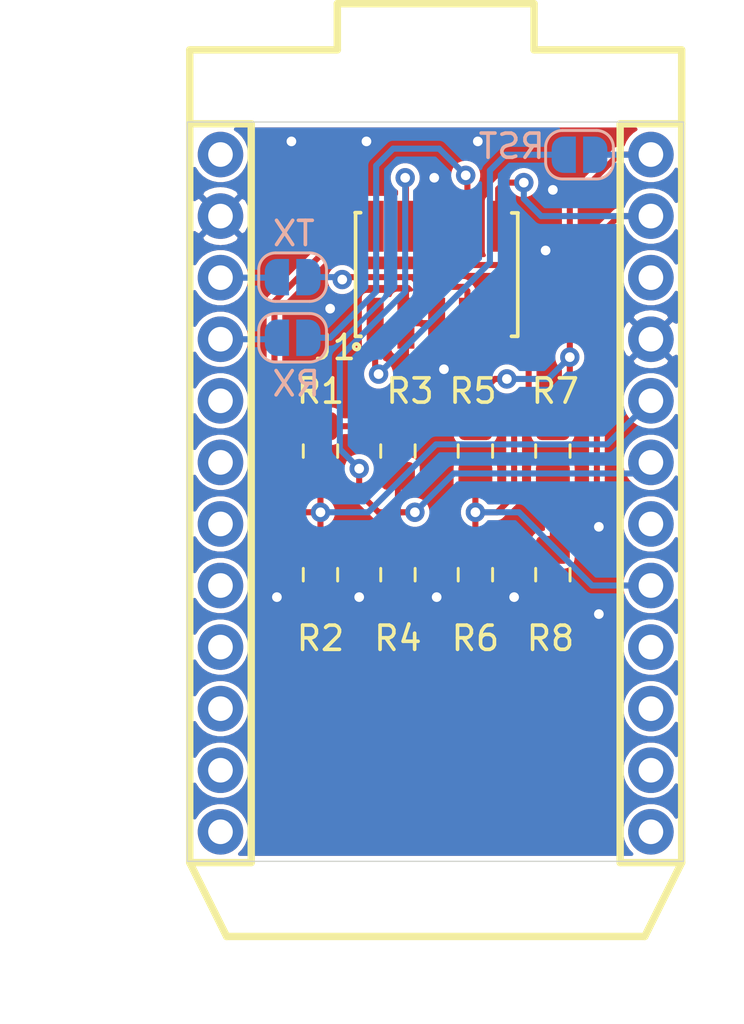
<source format=kicad_pcb>
(kicad_pcb (version 20171130) (host pcbnew "(5.1.6-0-10_14)")

  (general
    (thickness 1.6)
    (drawings 7)
    (tracks 120)
    (zones 0)
    (modules 15)
    (nets 27)
  )

  (page A4)
  (layers
    (0 F.Cu signal)
    (31 B.Cu signal)
    (32 B.Adhes user hide)
    (33 F.Adhes user hide)
    (34 B.Paste user)
    (35 F.Paste user)
    (36 B.SilkS user)
    (37 F.SilkS user)
    (38 B.Mask user)
    (39 F.Mask user)
    (40 Dwgs.User user)
    (41 Cmts.User user hide)
    (42 Eco1.User user hide)
    (43 Eco2.User user hide)
    (44 Edge.Cuts user)
    (45 Margin user hide)
    (46 B.CrtYd user hide)
    (47 F.CrtYd user)
    (48 B.Fab user hide)
    (49 F.Fab user hide)
  )

  (setup
    (last_trace_width 0.25)
    (trace_clearance 0.2)
    (zone_clearance 0.2)
    (zone_45_only no)
    (trace_min 0.2)
    (via_size 0.8)
    (via_drill 0.4)
    (via_min_size 0.4)
    (via_min_drill 0.3)
    (uvia_size 0.3)
    (uvia_drill 0.1)
    (uvias_allowed no)
    (uvia_min_size 0.2)
    (uvia_min_drill 0.1)
    (edge_width 0.05)
    (segment_width 0.2)
    (pcb_text_width 0.3)
    (pcb_text_size 1.5 1.5)
    (mod_edge_width 0.12)
    (mod_text_size 1 1)
    (mod_text_width 0.15)
    (pad_size 1.524 1.524)
    (pad_drill 0.762)
    (pad_to_mask_clearance 0.05)
    (aux_axis_origin 0 0)
    (grid_origin 99.9 96.9)
    (visible_elements FFFFFF7F)
    (pcbplotparams
      (layerselection 0x010fc_ffffffff)
      (usegerberextensions true)
      (usegerberattributes false)
      (usegerberadvancedattributes false)
      (creategerberjobfile false)
      (excludeedgelayer true)
      (linewidth 0.100000)
      (plotframeref false)
      (viasonmask false)
      (mode 1)
      (useauxorigin false)
      (hpglpennumber 1)
      (hpglpenspeed 20)
      (hpglpendiameter 15.000000)
      (psnegative false)
      (psa4output false)
      (plotreference true)
      (plotvalue true)
      (plotinvisibletext false)
      (padsonsilk false)
      (subtractmaskfromsilk false)
      (outputformat 1)
      (mirror false)
      (drillshape 0)
      (scaleselection 1)
      (outputdirectory "gerbers"))
  )

  (net 0 "")
  (net 1 N_RST)
  (net 2 GND)
  (net 3 TX)
  (net 4 RX)
  (net 5 SWO)
  (net 6 SWCLK)
  (net 7 SWDIO)
  (net 8 "Net-(J1-Pad1)")
  (net 9 +3V3)
  (net 10 "Net-(JP2-Pad2)")
  (net 11 "Net-(JP3-Pad2)")
  (net 12 "Net-(U1-Pad22)")
  (net 13 "Net-(U1-Pad18)")
  (net 14 "Net-(U1-Pad16)")
  (net 15 "Net-(U1-Pad15)")
  (net 16 "Net-(U1-Pad14)")
  (net 17 "Net-(U1-Pad13)")
  (net 18 "Net-(U1-Pad12)")
  (net 19 "Net-(U1-Pad11)")
  (net 20 "Net-(U1-Pad10)")
  (net 21 "Net-(U1-Pad9)")
  (net 22 "Net-(U1-Pad8)")
  (net 23 "Net-(U1-Pad7)")
  (net 24 "Net-(U1-Pad6)")
  (net 25 "Net-(U1-Pad5)")
  (net 26 "Net-(U1-Pad1)")

  (net_class Default "This is the default net class."
    (clearance 0.2)
    (trace_width 0.25)
    (via_dia 0.8)
    (via_drill 0.4)
    (uvia_dia 0.3)
    (uvia_drill 0.1)
    (add_net +3V3)
    (add_net GND)
    (add_net N_RST)
    (add_net "Net-(J1-Pad1)")
    (add_net "Net-(JP2-Pad2)")
    (add_net "Net-(JP3-Pad2)")
    (add_net "Net-(U1-Pad1)")
    (add_net "Net-(U1-Pad10)")
    (add_net "Net-(U1-Pad11)")
    (add_net "Net-(U1-Pad12)")
    (add_net "Net-(U1-Pad13)")
    (add_net "Net-(U1-Pad14)")
    (add_net "Net-(U1-Pad15)")
    (add_net "Net-(U1-Pad16)")
    (add_net "Net-(U1-Pad18)")
    (add_net "Net-(U1-Pad22)")
    (add_net "Net-(U1-Pad5)")
    (add_net "Net-(U1-Pad6)")
    (add_net "Net-(U1-Pad7)")
    (add_net "Net-(U1-Pad8)")
    (add_net "Net-(U1-Pad9)")
    (add_net RX)
    (add_net SWCLK)
    (add_net SWDIO)
    (add_net SWO)
    (add_net TX)
  )

  (module gen2-jtag:particle-logo-9mm (layer F.Cu) (tedit 0) (tstamp 5F378157)
    (at 110.2 91.7)
    (fp_text reference G*** (at 0 0) (layer F.SilkS) hide
      (effects (font (size 1.524 1.524) (thickness 0.3)))
    )
    (fp_text value LOGO (at 0.75 0) (layer F.SilkS) hide
      (effects (font (size 1.524 1.524) (thickness 0.3)))
    )
    (fp_poly (pts (xy 0.008048 -4.487119) (xy 0.009007 -4.479458) (xy 0.01086 -4.468358) (xy 0.016219 -4.441087)
      (xy 0.024781 -4.399082) (xy 0.036245 -4.34378) (xy 0.05031 -4.276617) (xy 0.066672 -4.199031)
      (xy 0.085031 -4.112457) (xy 0.105085 -4.018333) (xy 0.126531 -3.918095) (xy 0.144761 -3.833199)
      (xy 0.168375 -3.723381) (xy 0.191836 -3.614229) (xy 0.214715 -3.507734) (xy 0.236585 -3.405887)
      (xy 0.25702 -3.310678) (xy 0.275593 -3.224098) (xy 0.291875 -3.148137) (xy 0.30544 -3.084787)
      (xy 0.315861 -3.036038) (xy 0.31984 -3.017376) (xy 0.330907 -2.965496) (xy 0.345042 -2.899357)
      (xy 0.361528 -2.822316) (xy 0.379646 -2.737724) (xy 0.398677 -2.648938) (xy 0.417903 -2.559309)
      (xy 0.436284 -2.473694) (xy 0.452984 -2.395773) (xy 0.468441 -2.323321) (xy 0.482255 -2.258233)
      (xy 0.494027 -2.202406) (xy 0.503358 -2.157737) (xy 0.509848 -2.12612) (xy 0.5131 -2.109451)
      (xy 0.513404 -2.10739) (xy 0.506404 -2.098686) (xy 0.488777 -2.085314) (xy 0.479627 -2.079439)
      (xy 0.463399 -2.069246) (xy 0.43433 -2.050726) (xy 0.394701 -2.025342) (xy 0.346792 -1.994556)
      (xy 0.292884 -1.959834) (xy 0.235257 -1.922638) (xy 0.225878 -1.916577) (xy 0.169443 -1.880329)
      (xy 0.117701 -1.847534) (xy 0.072633 -1.81941) (xy 0.036218 -1.79718) (xy 0.010437 -1.782063)
      (xy -0.002728 -1.775281) (xy -0.003803 -1.775029) (xy -0.013443 -1.77993) (xy -0.036297 -1.79354)
      (xy -0.070515 -1.814699) (xy -0.114243 -1.842241) (xy -0.165631 -1.875004) (xy -0.222825 -1.911824)
      (xy -0.261206 -1.936711) (xy -0.320905 -1.975825) (xy -0.375579 -2.012218) (xy -0.423427 -2.044647)
      (xy -0.46265 -2.07187) (xy -0.491448 -2.092643) (xy -0.50802 -2.105724) (xy -0.511376 -2.109466)
      (xy -0.51006 -2.120486) (xy -0.505294 -2.14725) (xy -0.497454 -2.187896) (xy -0.486914 -2.240564)
      (xy -0.47405 -2.303395) (xy -0.459238 -2.374526) (xy -0.442852 -2.452099) (xy -0.431776 -2.503972)
      (xy -0.412888 -2.592069) (xy -0.393793 -2.681128) (xy -0.375125 -2.768196) (xy -0.357517 -2.850319)
      (xy -0.341602 -2.924546) (xy -0.328014 -2.987923) (xy -0.317384 -3.037497) (xy -0.314939 -3.048901)
      (xy -0.301445 -3.111845) (xy -0.285569 -3.185917) (xy -0.268701 -3.264627) (xy -0.252231 -3.34149)
      (xy -0.239659 -3.400178) (xy -0.224149 -3.472514) (xy -0.206379 -3.555288) (xy -0.187888 -3.641327)
      (xy -0.170218 -3.723461) (xy -0.157398 -3.782979) (xy -0.132032 -3.90071) (xy -0.107901 -4.012815)
      (xy -0.085456 -4.117199) (xy -0.065148 -4.211763) (xy -0.047426 -4.294409) (xy -0.032741 -4.36304)
      (xy -0.024384 -4.402217) (xy -0.015681 -4.440208) (xy -0.007553 -4.470609) (xy -0.001051 -4.489761)
      (xy 0.002142 -4.494539) (xy 0.008048 -4.487119)) (layer F.Mask) (width 0.01))
    (fp_poly (pts (xy 2.114069 -0.512692) (xy 2.126678 -0.510433) (xy 2.147075 -0.506444) (xy 2.176129 -0.50054)
      (xy 2.214705 -0.492538) (xy 2.263669 -0.482255) (xy 2.32389 -0.469507) (xy 2.396232 -0.45411)
      (xy 2.481563 -0.43588) (xy 2.580749 -0.414635) (xy 2.694657 -0.39019) (xy 2.824153 -0.362362)
      (xy 2.970103 -0.330967) (xy 3.021879 -0.319825) (xy 3.127871 -0.297015) (xy 3.231495 -0.27472)
      (xy 3.330953 -0.253328) (xy 3.42445 -0.233223) (xy 3.510188 -0.214793) (xy 3.58637 -0.198423)
      (xy 3.6512 -0.1845) (xy 3.702879 -0.173411) (xy 3.739611 -0.16554) (xy 3.751454 -0.163009)
      (xy 3.788882 -0.155022) (xy 3.840832 -0.143938) (xy 3.904204 -0.130417) (xy 3.975903 -0.11512)
      (xy 4.052831 -0.098708) (xy 4.13189 -0.081841) (xy 4.181478 -0.071263) (xy 4.253772 -0.055718)
      (xy 4.320169 -0.041206) (xy 4.378686 -0.028178) (xy 4.427345 -0.017086) (xy 4.464163 -0.008379)
      (xy 4.487161 -0.00251) (xy 4.49441 0) (xy 4.485925 0.00285) (xy 4.461792 0.008954)
      (xy 4.423991 0.01786) (xy 4.374503 0.029118) (xy 4.315308 0.042276) (xy 4.248386 0.056884)
      (xy 4.181478 0.071262) (xy 4.102667 0.088075) (xy 4.024033 0.104851) (xy 3.948675 0.120929)
      (xy 3.879687 0.135647) (xy 3.820169 0.148346) (xy 3.773217 0.158364) (xy 3.751454 0.163008)
      (xy 3.722573 0.169188) (xy 3.677878 0.178773) (xy 3.619167 0.191378) (xy 3.548237 0.206615)
      (xy 3.466884 0.2241) (xy 3.376905 0.243445) (xy 3.280097 0.264265) (xy 3.178258 0.286172)
      (xy 3.073184 0.308782) (xy 3.021879 0.319824) (xy 2.870324 0.352433) (xy 2.735509 0.381414)
      (xy 2.616567 0.406952) (xy 2.512632 0.42923) (xy 2.422837 0.448432) (xy 2.346316 0.46474)
      (xy 2.282202 0.47834) (xy 2.229629 0.489414) (xy 2.18773 0.498146) (xy 2.155638 0.50472)
      (xy 2.132488 0.50932) (xy 2.117412 0.512128) (xy 2.109544 0.513329) (xy 2.108384 0.513404)
      (xy 2.101744 0.506106) (xy 2.086605 0.485387) (xy 2.064161 0.453011) (xy 2.035606 0.410739)
      (xy 2.002134 0.360335) (xy 1.964941 0.303561) (xy 1.937348 0.260999) (xy 1.898455 0.200507)
      (xy 1.862886 0.144705) (xy 1.831784 0.095424) (xy 1.806289 0.054492) (xy 1.787544 0.023736)
      (xy 1.776689 0.004987) (xy 1.774397 0) (xy 1.779116 -0.009983) (xy 1.792347 -0.032631)
      (xy 1.812698 -0.065805) (xy 1.838776 -0.107364) (xy 1.869189 -0.155168) (xy 1.902545 -0.207078)
      (xy 1.937453 -0.260955) (xy 1.97252 -0.314657) (xy 2.006354 -0.366046) (xy 2.037564 -0.412982)
      (xy 2.064757 -0.453325) (xy 2.086541 -0.484935) (xy 2.101524 -0.505672) (xy 2.108315 -0.513396)
      (xy 2.108384 -0.513405) (xy 2.114069 -0.512692)) (layer F.Mask) (width 0.01))
    (fp_poly (pts (xy -2.102379 -0.50326) (xy -2.08652 -0.48211) (xy -2.064073 -0.450008) (xy -2.036422 -0.409119)
      (xy -2.004953 -0.361606) (xy -1.971052 -0.309634) (xy -1.936105 -0.255368) (xy -1.901497 -0.200973)
      (xy -1.868614 -0.148613) (xy -1.838842 -0.100453) (xy -1.813567 -0.058657) (xy -1.794174 -0.025389)
      (xy -1.782049 -0.002815) (xy -1.778553 0.006843) (xy -1.784343 0.016933) (xy -1.798737 0.040263)
      (xy -1.820545 0.074954) (xy -1.848576 0.119129) (xy -1.881641 0.170907) (xy -1.918548 0.228412)
      (xy -1.94265 0.265824) (xy -1.988462 0.336486) (xy -2.025748 0.393129) (xy -2.055451 0.437058)
      (xy -2.078514 0.46958) (xy -2.09588 0.491998) (xy -2.108492 0.50562) (xy -2.117294 0.51175)
      (xy -2.120778 0.512406) (xy -2.139702 0.509843) (xy -2.168435 0.50434) (xy -2.188724 0.499861)
      (xy -2.215186 0.49384) (xy -2.254814 0.485051) (xy -2.308202 0.473367) (xy -2.375942 0.458658)
      (xy -2.458625 0.440797) (xy -2.556844 0.419657) (xy -2.671192 0.395107) (xy -2.802261 0.367022)
      (xy -2.877766 0.350861) (xy -2.947657 0.335897) (xy -3.032452 0.317724) (xy -3.129444 0.296926)
      (xy -3.235926 0.274082) (xy -3.349191 0.249775) (xy -3.466532 0.224584) (xy -3.585243 0.199093)
      (xy -3.702616 0.173881) (xy -3.815943 0.14953) (xy -3.922519 0.126622) (xy -4.019636 0.105738)
      (xy -4.104587 0.087459) (xy -4.156773 0.076221) (xy -4.206613 0.065543) (xy -4.266113 0.052884)
      (xy -4.3273 0.039936) (xy -4.375195 0.029861) (xy -4.4188 0.020384) (xy -4.455263 0.011818)
      (xy -4.481368 0.004967) (xy -4.4939 0.000635) (xy -4.494539 0) (xy -4.486244 -0.00351)
      (xy -4.463503 -0.009757) (xy -4.429532 -0.017937) (xy -4.387547 -0.027247) (xy -4.375195 -0.029862)
      (xy -4.318938 -0.041702) (xy -4.257507 -0.054711) (xy -4.198878 -0.067195) (xy -4.156773 -0.076222)
      (xy -4.111546 -0.08596) (xy -4.050435 -0.09911) (xy -3.97517 -0.1153) (xy -3.887479 -0.134158)
      (xy -3.789092 -0.155312) (xy -3.681738 -0.178392) (xy -3.567145 -0.203026) (xy -3.447043 -0.228841)
      (xy -3.323161 -0.255466) (xy -3.197228 -0.282529) (xy -3.070973 -0.30966) (xy -2.946124 -0.336485)
      (xy -2.824412 -0.362634) (xy -2.707564 -0.387735) (xy -2.643582 -0.401478) (xy -2.5491 -0.421694)
      (xy -2.459752 -0.44066) (xy -2.37711 -0.458054) (xy -2.302747 -0.473551) (xy -2.238237 -0.486827)
      (xy -2.18515 -0.49756) (xy -2.145061 -0.505424) (xy -2.119541 -0.510096) (xy -2.110262 -0.511293)
      (xy -2.102379 -0.50326)) (layer F.Mask) (width 0.01))
    (fp_poly (pts (xy 3.172071 -3.169096) (xy 3.159915 -3.148263) (xy 3.140792 -3.117014) (xy 3.116137 -3.077688)
      (xy 3.087384 -3.032623) (xy 3.083142 -3.026034) (xy 3.061188 -2.991996) (xy 3.030285 -2.944121)
      (xy 2.991266 -2.883699) (xy 2.944965 -2.812019) (xy 2.892216 -2.730372) (xy 2.833853 -2.640047)
      (xy 2.770709 -2.542334) (xy 2.703617 -2.438522) (xy 2.633413 -2.329901) (xy 2.560928 -2.217761)
      (xy 2.486997 -2.103391) (xy 2.412454 -1.988082) (xy 2.338132 -1.873122) (xy 2.264866 -1.759801)
      (xy 2.193487 -1.64941) (xy 2.124831 -1.543237) (xy 2.059731 -1.442573) (xy 1.999021 -1.348706)
      (xy 1.943534 -1.262928) (xy 1.894104 -1.186527) (xy 1.851564 -1.120793) (xy 1.83737 -1.098866)
      (xy 1.787004 -1.021048) (xy 1.73321 -0.937909) (xy 1.678295 -0.853017) (xy 1.624567 -0.769938)
      (xy 1.574333 -0.69224) (xy 1.529898 -0.623488) (xy 1.502423 -0.580958) (xy 1.458032 -0.512246)
      (xy 1.409223 -0.436731) (xy 1.359084 -0.359184) (xy 1.310698 -0.284378) (xy 1.267152 -0.217083)
      (xy 1.244713 -0.182423) (xy 1.126618 -0.000058) (xy 1.401831 0.425556) (xy 1.455085 0.507902)
      (xy 1.507201 0.588468) (xy 1.557026 0.665472) (xy 1.603407 0.737136) (xy 1.645193 0.801678)
      (xy 1.681231 0.857318) (xy 1.710367 0.902276) (xy 1.73145 0.934771) (xy 1.738582 0.945744)
      (xy 1.762652 0.982808) (xy 1.793871 1.030985) (xy 1.82963 1.086247) (xy 1.867323 1.144563)
      (xy 1.904342 1.201904) (xy 1.910502 1.211454) (xy 1.931431 1.243883) (xy 1.961267 1.290086)
      (xy 1.999135 1.348708) (xy 2.04416 1.418397) (xy 2.095467 1.497798) (xy 2.152182 1.585558)
      (xy 2.21343 1.680324) (xy 2.278336 1.78074) (xy 2.346024 1.885455) (xy 2.415621 1.993113)
      (xy 2.486252 2.102363) (xy 2.504235 2.130177) (xy 2.598926 2.276635) (xy 2.684315 2.408712)
      (xy 2.76088 2.527154) (xy 2.829098 2.632706) (xy 2.889447 2.726114) (xy 2.942406 2.808126)
      (xy 2.988453 2.879488) (xy 3.028065 2.940944) (xy 3.06172 2.993243) (xy 3.089897 3.037129)
      (xy 3.113074 3.073349) (xy 3.131728 3.102649) (xy 3.146338 3.125776) (xy 3.157381 3.143475)
      (xy 3.165336 3.156493) (xy 3.17068 3.165576) (xy 3.173893 3.171469) (xy 3.17545 3.174921)
      (xy 3.175832 3.176675) (xy 3.175515 3.177479) (xy 3.175292 3.177709) (xy 3.166763 3.174749)
      (xy 3.147514 3.163757) (xy 3.121572 3.147049) (xy 3.119399 3.145583) (xy 3.101931 3.133996)
      (xy 3.070921 3.113689) (xy 3.027968 3.0857) (xy 2.974673 3.051068) (xy 2.912635 3.01083)
      (xy 2.843455 2.966025) (xy 2.768732 2.917691) (xy 2.690067 2.866867) (xy 2.648085 2.839766)
      (xy 2.5557 2.780137) (xy 2.456432 2.716047) (xy 2.353488 2.649567) (xy 2.250076 2.582771)
      (xy 2.149405 2.51773) (xy 2.054682 2.456517) (xy 1.969116 2.401204) (xy 1.905 2.35974)
      (xy 1.829512 2.310918) (xy 1.742142 2.254424) (xy 1.64614 2.192357) (xy 1.544755 2.126818)
      (xy 1.441238 2.059909) (xy 1.338839 1.993729) (xy 1.240806 1.930381) (xy 1.166418 1.882318)
      (xy 1.071501 1.820993) (xy 0.967217 1.753612) (xy 0.857234 1.682543) (xy 0.745219 1.610156)
      (xy 0.634838 1.538823) (xy 0.52976 1.470912) (xy 0.433652 1.408793) (xy 0.375265 1.371052)
      (xy -0.001562 1.127465) (xy -0.196686 1.254047) (xy -0.249581 1.288339) (xy -0.314488 1.330382)
      (xy -0.388284 1.378154) (xy -0.467846 1.429635) (xy -0.550051 1.482805) (xy -0.631777 1.535643)
      (xy -0.709901 1.586129) (xy -0.711561 1.587201) (xy -0.789215 1.637371) (xy -0.87024 1.689724)
      (xy -0.951572 1.742281) (xy -1.030148 1.793061) (xy -1.102904 1.840084) (xy -1.166776 1.88137)
      (xy -1.218701 1.91494) (xy -1.220461 1.916079) (xy -1.424136 2.047779) (xy -1.613222 2.170048)
      (xy -1.788261 2.283232) (xy -1.949793 2.387679) (xy -2.09836 2.483737) (xy -2.2345 2.571754)
      (xy -2.358756 2.652077) (xy -2.471667 2.725054) (xy -2.573774 2.791033) (xy -2.665617 2.85036)
      (xy -2.747738 2.903384) (xy -2.820677 2.950453) (xy -2.884974 2.991914) (xy -2.94117 3.028114)
      (xy -2.989805 3.059402) (xy -3.031421 3.086125) (xy -3.066557 3.10863) (xy -3.095754 3.127265)
      (xy -3.119553 3.142379) (xy -3.138494 3.154318) (xy -3.153118 3.16343) (xy -3.163966 3.170063)
      (xy -3.171577 3.174564) (xy -3.176493 3.177281) (xy -3.179254 3.178562) (xy -3.180401 3.178754)
      (xy -3.180475 3.178206) (xy -3.180015 3.177263) (xy -3.179562 3.176276) (xy -3.179504 3.175939)
      (xy -3.174781 3.167553) (xy -3.16137 3.145849) (xy -3.140403 3.112608) (xy -3.113015 3.069615)
      (xy -3.080341 3.018649) (xy -3.043513 2.961494) (xy -3.014378 2.916454) (xy -2.979548 2.862673)
      (xy -2.936361 2.795954) (xy -2.886236 2.718488) (xy -2.830591 2.632468) (xy -2.770844 2.540087)
      (xy -2.708414 2.443538) (xy -2.644717 2.345013) (xy -2.581173 2.246704) (xy -2.519199 2.150806)
      (xy -2.51751 2.148191) (xy -2.454375 2.050491) (xy -2.388678 1.948838) (xy -2.321975 1.845641)
      (xy -2.255823 1.743307) (xy -2.19178 1.644244) (xy -2.131401 1.550862) (xy -2.076245 1.465568)
      (xy -2.027867 1.390771) (xy -1.990524 1.333049) (xy -1.877844 1.158883) (xy -1.774638 0.999302)
      (xy -1.680569 0.853785) (xy -1.595302 0.721807) (xy -1.518501 0.602845) (xy -1.449829 0.496377)
      (xy -1.388952 0.401879) (xy -1.335533 0.318828) (xy -1.289236 0.2467) (xy -1.249725 0.184973)
      (xy -1.216665 0.133124) (xy -1.189719 0.090628) (xy -1.168552 0.056964) (xy -1.152827 0.031607)
      (xy -1.14221 0.014035) (xy -1.136364 0.003725) (xy -1.134894 0.000304) (xy -1.139643 -0.008835)
      (xy -1.153263 -0.031593) (xy -1.174816 -0.066482) (xy -1.203363 -0.112014) (xy -1.237966 -0.166697)
      (xy -1.277685 -0.229045) (xy -1.321581 -0.297568) (xy -1.368717 -0.370778) (xy -1.374935 -0.380408)
      (xy -1.64469 -0.798015) (xy -1.921601 -1.226528) (xy -2.202969 -1.661771) (xy -2.31948 -1.841951)
      (xy -2.37659 -1.930269) (xy -2.437716 -2.024811) (xy -2.500766 -2.122339) (xy -2.563648 -2.219617)
      (xy -2.62427 -2.313408) (xy -2.68054 -2.400476) (xy -2.730365 -2.477585) (xy -2.756142 -2.517483)
      (xy -2.80439 -2.592149) (xy -2.855199 -2.670744) (xy -2.906385 -2.74989) (xy -2.955762 -2.82621)
      (xy -3.001146 -2.896326) (xy -3.040351 -2.956861) (xy -3.061317 -2.98921) (xy -3.094191 -3.040211)
      (xy -3.123339 -3.086009) (xy -3.14746 -3.124512) (xy -3.165257 -3.153631) (xy -3.175428 -3.171276)
      (xy -3.177298 -3.175705) (xy -3.169181 -3.171987) (xy -3.148314 -3.159862) (xy -3.117038 -3.140764)
      (xy -3.077693 -3.116125) (xy -3.03262 -3.087378) (xy -3.026034 -3.083138) (xy -2.985748 -3.057157)
      (xy -2.931982 -3.02246) (xy -2.866386 -2.980113) (xy -2.790607 -2.93118) (xy -2.706295 -2.876727)
      (xy -2.615097 -2.817819) (xy -2.518662 -2.755521) (xy -2.418639 -2.690898) (xy -2.316676 -2.625015)
      (xy -2.214422 -2.558938) (xy -2.113524 -2.493731) (xy -2.015632 -2.43046) (xy -1.922394 -2.37019)
      (xy -1.835459 -2.313985) (xy -1.756474 -2.262912) (xy -1.687088 -2.218035) (xy -1.634788 -2.184196)
      (xy -1.582899 -2.150628) (xy -1.518301 -2.108857) (xy -1.443419 -2.060449) (xy -1.360678 -2.006973)
      (xy -1.272504 -1.949995) (xy -1.181322 -1.891082) (xy -1.089557 -1.831803) (xy -0.999634 -1.773724)
      (xy -0.972766 -1.756372) (xy -0.881979 -1.69773) (xy -0.78706 -1.636394) (xy -0.690683 -1.574092)
      (xy -0.595521 -1.512555) (xy -0.504249 -1.453512) (xy -0.419539 -1.398692) (xy -0.344066 -1.349824)
      (xy -0.280503 -1.308637) (xy -0.269099 -1.301243) (xy -0.002276 -1.128217) (xy 0.082177 -1.182453)
      (xy 0.111307 -1.201191) (xy 0.15408 -1.228748) (xy 0.209014 -1.264167) (xy 0.274622 -1.306489)
      (xy 0.34942 -1.354754) (xy 0.431923 -1.408005) (xy 0.520648 -1.465281) (xy 0.614108 -1.525625)
      (xy 0.71082 -1.588077) (xy 0.809299 -1.651679) (xy 0.908059 -1.715472) (xy 1.005617 -1.778498)
      (xy 1.100488 -1.839797) (xy 1.191186 -1.89841) (xy 1.276228 -1.95338) (xy 1.354128 -2.003746)
      (xy 1.423403 -2.048551) (xy 1.459149 -2.071679) (xy 1.522106 -2.112409) (xy 1.597789 -2.161353)
      (xy 1.683787 -2.216954) (xy 1.777693 -2.277656) (xy 1.877098 -2.341901) (xy 1.979592 -2.408132)
      (xy 2.082766 -2.474793) (xy 2.184212 -2.540326) (xy 2.27429 -2.598506) (xy 2.367685 -2.658831)
      (xy 2.461679 -2.71956) (xy 2.554343 -2.779446) (xy 2.643751 -2.837244) (xy 2.727975 -2.891706)
      (xy 2.805088 -2.941586) (xy 2.873162 -2.985637) (xy 2.93027 -3.022615) (xy 2.974484 -3.051271)
      (xy 2.980324 -3.05506) (xy 3.032617 -3.088813) (xy 3.079739 -3.118887) (xy 3.119654 -3.144012)
      (xy 3.150325 -3.162916) (xy 3.169718 -3.174327) (xy 3.175827 -3.177175) (xy 3.172071 -3.169096)) (layer F.Mask) (width 0.01))
    (fp_poly (pts (xy 0.026912 1.789704) (xy 0.047395 1.801928) (xy 0.078712 1.821423) (xy 0.118672 1.846759)
      (xy 0.165082 1.876503) (xy 0.21575 1.909222) (xy 0.268482 1.943486) (xy 0.321086 1.97786)
      (xy 0.37137 2.010914) (xy 0.417141 2.041214) (xy 0.456207 2.06733) (xy 0.486374 2.087828)
      (xy 0.505451 2.101277) (xy 0.511315 2.106113) (xy 0.510004 2.116164) (xy 0.505256 2.141926)
      (xy 0.497456 2.18151) (xy 0.48699 2.233022) (xy 0.474244 2.294573) (xy 0.459604 2.364271)
      (xy 0.443457 2.440224) (xy 0.436447 2.472934) (xy 0.417712 2.560191) (xy 0.398467 2.649886)
      (xy 0.37943 2.738672) (xy 0.361317 2.823201) (xy 0.344846 2.900127) (xy 0.330734 2.966104)
      (xy 0.319784 3.017375) (xy 0.311132 3.057874) (xy 0.29912 3.113994) (xy 0.284174 3.183745)
      (xy 0.266722 3.265137) (xy 0.247192 3.356179) (xy 0.226009 3.454882) (xy 0.203601 3.559255)
      (xy 0.180395 3.667308) (xy 0.156818 3.777051) (xy 0.144705 3.833417) (xy 0.122363 3.937576)
      (xy 0.101168 4.036782) (xy 0.081421 4.129599) (xy 0.063424 4.214593) (xy 0.047479 4.290326)
      (xy 0.033886 4.355363) (xy 0.022948 4.408268) (xy 0.014965 4.447606) (xy 0.010239 4.47194)
      (xy 0.009007 4.479676) (xy 0.005585 4.49252) (xy 0.002142 4.494539) (xy -0.002435 4.486311)
      (xy -0.009433 4.464067) (xy -0.017799 4.43147) (xy -0.024384 4.402216) (xy -0.03663 4.344846)
      (xy -0.052235 4.271966) (xy -0.070747 4.185675) (xy -0.091717 4.08807) (xy -0.114693 3.981249)
      (xy -0.139226 3.86731) (xy -0.157398 3.782978) (xy -0.17324 3.70942) (xy -0.191169 3.626065)
      (xy -0.209644 3.540082) (xy -0.227125 3.458645) (xy -0.239659 3.400177) (xy -0.254708 3.329929)
      (xy -0.27133 3.252354) (xy -0.288136 3.173938) (xy -0.303733 3.10117) (xy -0.314939 3.0489)
      (xy -0.3246 3.003841) (xy -0.337403 2.944128) (xy -0.352713 2.872722) (xy -0.369895 2.792583)
      (xy -0.388314 2.706671) (xy -0.407337 2.617947) (xy -0.426327 2.529371) (xy -0.431553 2.504994)
      (xy -0.448776 2.424408) (xy -0.464767 2.3491) (xy -0.479139 2.280931) (xy -0.491503 2.22176)
      (xy -0.501472 2.173451) (xy -0.508659 2.137863) (xy -0.512676 2.116858) (xy -0.513405 2.111959)
      (xy -0.5061 2.104561) (xy -0.485358 2.088703) (xy -0.452937 2.065598) (xy -0.410594 2.036461)
      (xy -0.360089 2.002506) (xy -0.303178 1.964949) (xy -0.259063 1.936255) (xy -0.004722 1.771807)
      (xy 0.026912 1.789704)) (layer F.Mask) (width 0.01))
  )

  (module gen2-jtag:particle-logo-9mm (layer F.Cu) (tedit 0) (tstamp 5F370264)
    (at 110.06 89.28)
    (path /5F370A2F)
    (fp_text reference U2 (at 0 0) (layer F.SilkS) hide
      (effects (font (size 1.524 1.524) (thickness 0.3)))
    )
    (fp_text value PARTICLE_LOGO_9MM (at 0.75 0) (layer F.SilkS) hide
      (effects (font (size 1.524 1.524) (thickness 0.3)))
    )
  )

  (module gen2-jtag:PHOTON locked (layer F.Cu) (tedit 5F36C807) (tstamp 5F36E536)
    (at 100 100)
    (path /5F36D15C)
    (fp_text reference U1 (at 5.715 1.143) (layer F.SilkS) hide
      (effects (font (size 1 1) (thickness 0.015)))
    )
    (fp_text value PHOTON (at 6.35 2.667) (layer F.Fab)
      (effects (font (size 1 1) (thickness 0.015)))
    )
    (fp_poly (pts (xy 1.016 -17.272) (xy 1.524 -17.272) (xy 1.524 -16.764) (xy 1.016 -16.764)) (layer F.Fab) (width 0.01))
    (fp_poly (pts (xy 1.016 -19.812) (xy 1.524 -19.812) (xy 1.524 -19.304) (xy 1.016 -19.304)) (layer F.Fab) (width 0.01))
    (fp_poly (pts (xy 1.016 -22.352) (xy 1.524 -22.352) (xy 1.524 -21.844) (xy 1.016 -21.844)) (layer F.Fab) (width 0.01))
    (fp_poly (pts (xy 1.016 -24.892) (xy 1.524 -24.892) (xy 1.524 -24.384) (xy 1.016 -24.384)) (layer F.Fab) (width 0.01))
    (fp_poly (pts (xy 1.016 -27.432) (xy 1.524 -27.432) (xy 1.524 -26.924) (xy 1.016 -26.924)) (layer F.Fab) (width 0.01))
    (fp_poly (pts (xy 1.016 -29.972) (xy 1.524 -29.972) (xy 1.524 -29.464) (xy 1.016 -29.464)) (layer F.Fab) (width 0.01))
    (fp_poly (pts (xy 1.016 -32.512) (xy 1.524 -32.512) (xy 1.524 -32.004) (xy 1.016 -32.004)) (layer F.Fab) (width 0.01))
    (fp_poly (pts (xy 1.016 -14.732) (xy 1.524 -14.732) (xy 1.524 -14.224) (xy 1.016 -14.224)) (layer F.Fab) (width 0.01))
    (fp_poly (pts (xy 1.016 -12.192) (xy 1.524 -12.192) (xy 1.524 -11.684) (xy 1.016 -11.684)) (layer F.Fab) (width 0.01))
    (fp_poly (pts (xy 1.016 -9.652) (xy 1.524 -9.652) (xy 1.524 -9.144) (xy 1.016 -9.144)) (layer F.Fab) (width 0.01))
    (fp_poly (pts (xy 1.016 -7.112) (xy 1.524 -7.112) (xy 1.524 -6.604) (xy 1.016 -6.604)) (layer F.Fab) (width 0.01))
    (fp_poly (pts (xy 1.016 -4.572) (xy 1.524 -4.572) (xy 1.524 -4.064) (xy 1.016 -4.064)) (layer F.Fab) (width 0.01))
    (fp_poly (pts (xy 18.796 -19.812) (xy 19.304 -19.812) (xy 19.304 -19.304) (xy 18.796 -19.304)) (layer F.Fab) (width 0.01))
    (fp_poly (pts (xy 18.796 -17.272) (xy 19.304 -17.272) (xy 19.304 -16.764) (xy 18.796 -16.764)) (layer F.Fab) (width 0.01))
    (fp_poly (pts (xy 18.796 -14.732) (xy 19.304 -14.732) (xy 19.304 -14.224) (xy 18.796 -14.224)) (layer F.Fab) (width 0.01))
    (fp_poly (pts (xy 18.796 -12.192) (xy 19.304 -12.192) (xy 19.304 -11.684) (xy 18.796 -11.684)) (layer F.Fab) (width 0.01))
    (fp_poly (pts (xy 18.796 -9.652) (xy 19.304 -9.652) (xy 19.304 -9.144) (xy 18.796 -9.144)) (layer F.Fab) (width 0.01))
    (fp_poly (pts (xy 18.796 -7.112) (xy 19.304 -7.112) (xy 19.304 -6.604) (xy 18.796 -6.604)) (layer F.Fab) (width 0.01))
    (fp_poly (pts (xy 18.796 -4.572) (xy 19.304 -4.572) (xy 19.304 -4.064) (xy 18.796 -4.064)) (layer F.Fab) (width 0.01))
    (fp_poly (pts (xy 18.796 -22.352) (xy 19.304 -22.352) (xy 19.304 -21.844) (xy 18.796 -21.844)) (layer F.Fab) (width 0.01))
    (fp_poly (pts (xy 18.796 -24.892) (xy 19.304 -24.892) (xy 19.304 -24.384) (xy 18.796 -24.384)) (layer F.Fab) (width 0.01))
    (fp_poly (pts (xy 18.796 -27.432) (xy 19.304 -27.432) (xy 19.304 -26.924) (xy 18.796 -26.924)) (layer F.Fab) (width 0.01))
    (fp_poly (pts (xy 18.796 -29.972) (xy 19.304 -29.972) (xy 19.304 -29.464) (xy 18.796 -29.464)) (layer F.Fab) (width 0.01))
    (fp_poly (pts (xy 18.796 -32.512) (xy 19.304 -32.512) (xy 19.304 -32.004) (xy 18.796 -32.004)) (layer F.Fab) (width 0.01))
    (fp_line (start 20.32 -33.528) (end 20.32 -36.576) (layer F.SilkS) (width 0.3048))
    (fp_line (start 0 -36.576) (end 0 -33.528) (layer F.SilkS) (width 0.3048))
    (fp_line (start 6.096 -38.481) (end 6.096 -36.576) (layer F.SilkS) (width 0.3048))
    (fp_line (start 14.224 -36.576) (end 14.224 -38.481) (layer F.SilkS) (width 0.3048))
    (fp_line (start 14.224 -38.481) (end 6.096 -38.481) (layer F.SilkS) (width 0.3048))
    (fp_line (start 0 -36.576) (end 6.096 -36.576) (layer F.SilkS) (width 0.3048))
    (fp_line (start 14.224 -36.576) (end 20.32 -36.576) (layer F.SilkS) (width 0.3048))
    (fp_line (start 0 -3.048) (end 1.524 0) (layer F.SilkS) (width 0.3048))
    (fp_line (start 1.524 0) (end 18.796 0) (layer F.SilkS) (width 0.3048))
    (fp_line (start 18.796 0) (end 20.32 -3.048) (layer F.SilkS) (width 0.3048))
    (fp_line (start 0 -33.528) (end 0 -3.048) (layer F.SilkS) (width 0.3048))
    (fp_line (start 0 -3.048) (end 2.54 -3.048) (layer F.SilkS) (width 0.3048))
    (fp_line (start 2.54 -3.048) (end 2.54 -33.528) (layer F.SilkS) (width 0.3048))
    (fp_line (start 2.54 -33.528) (end 0 -33.528) (layer F.SilkS) (width 0.3048))
    (fp_line (start 20.32 -33.528) (end 20.32 -3.048) (layer F.SilkS) (width 0.3048))
    (fp_line (start 20.32 -3.048) (end 17.78 -3.048) (layer F.SilkS) (width 0.3048))
    (fp_line (start 17.78 -33.528) (end 20.32 -33.528) (layer F.SilkS) (width 0.3048))
    (fp_line (start 0 -3.048) (end 1.524 0) (layer F.Fab) (width 0.3048))
    (fp_line (start 1.524 0) (end 18.796 0) (layer F.Fab) (width 0.3048))
    (fp_line (start 18.796 0) (end 20.32 -3.048) (layer F.Fab) (width 0.3048))
    (fp_line (start 1.524 -3.048) (end 1.524 3.556) (layer F.Fab) (width 0.127))
    (fp_line (start 1.524 3.556) (end 18.796 3.556) (layer F.Fab) (width 0.127))
    (fp_line (start 18.796 3.556) (end 18.796 -3.048) (layer F.Fab) (width 0.127))
    (fp_line (start 18.796 -3.048) (end 17.78 -3.048) (layer F.Fab) (width 0.127))
    (fp_line (start 17.78 -3.048) (end 17.78 -5.588) (layer F.Fab) (width 0.127))
    (fp_line (start 17.78 -5.588) (end 2.54 -5.588) (layer F.Fab) (width 0.127))
    (fp_line (start 2.54 -5.588) (end 2.54 -3.048) (layer F.Fab) (width 0.127))
    (fp_line (start 2.54 -3.048) (end 1.524 -3.048) (layer F.Fab) (width 0.127))
    (fp_line (start 17.78 -3.048) (end 17.78 -33.528) (layer F.SilkS) (width 0.3048))
    (fp_line (start 0 -3.048) (end 0 -33.528) (layer F.Fab) (width 0.3048))
    (fp_line (start 0 -33.528) (end 0 -36.576) (layer F.Fab) (width 0.3048))
    (fp_line (start 0 -36.576) (end 6.096 -36.576) (layer F.Fab) (width 0.3048))
    (fp_line (start 6.096 -36.576) (end 6.096 -38.481) (layer F.Fab) (width 0.3048))
    (fp_line (start 6.096 -38.481) (end 14.224 -38.481) (layer F.Fab) (width 0.3048))
    (fp_line (start 14.224 -38.481) (end 14.224 -36.576) (layer F.Fab) (width 0.3048))
    (fp_line (start 14.224 -36.576) (end 20.32 -36.576) (layer F.Fab) (width 0.3048))
    (fp_line (start 20.32 -36.576) (end 20.32 -33.528) (layer F.Fab) (width 0.3048))
    (fp_poly (pts (xy 1.524 -3.048) (xy 18.796 -3.048) (xy 18.796 3.556) (xy 1.524 3.556)) (layer F.CrtYd) (width 0.01))
    (fp_poly (pts (xy 2.54 -5.588) (xy 17.78 -5.588) (xy 17.78 -3.048) (xy 2.54 -3.048)) (layer F.CrtYd) (width 0.01))
    (fp_poly (pts (xy 2.54 -5.588) (xy 17.78 -5.588) (xy 17.78 -3.048) (xy 2.54 -3.048)) (layer B.CrtYd) (width 0.01))
    (fp_poly (pts (xy 1.524 -3.048) (xy 18.796 -3.048) (xy 18.796 3.556) (xy 1.524 3.556)) (layer B.CrtYd) (width 0.01))
    (fp_line (start 20.32 -33.528) (end 20.32 -3.048) (layer F.Fab) (width 0.3048))
    (fp_line (start 0 -33.528) (end 2.54 -33.528) (layer F.Fab) (width 0.3048))
    (fp_line (start 2.54 -33.528) (end 2.54 -3.048) (layer F.Fab) (width 0.3048))
    (fp_line (start 2.54 -3.048) (end 0 -3.048) (layer F.Fab) (width 0.3048))
    (fp_line (start 20.32 -3.048) (end 17.78 -3.048) (layer F.Fab) (width 0.3048))
    (fp_line (start 17.78 -3.048) (end 17.78 -33.528) (layer F.Fab) (width 0.3048))
    (fp_line (start 17.78 -33.528) (end 20.32 -33.528) (layer F.Fab) (width 0.3048))
    (fp_text user 24 (at 16.51 -32.004) (layer F.Fab)
      (effects (font (size 0.48 0.48) (thickness 0.015)))
    )
    (fp_text user 13 (at 16.51 -4.064) (layer F.Fab)
      (effects (font (size 0.48 0.48) (thickness 0.015)))
    )
    (fp_text user 12 (at 2.794 -4.064) (layer F.Fab)
      (effects (font (size 0.48 0.48) (thickness 0.015)))
    )
    (fp_text user 1 (at 2.794 -32.004) (layer F.Fab)
      (effects (font (size 0.48 0.48) (thickness 0.015)))
    )
    (fp_text user GROUND~PLANE~AND~SIGNAL~KEEP~OUT~RECOMMENDED~ON~ALL~LAYERS (at 3.302 -0.381) (layer F.Fab)
      (effects (font (size 0.48 0.48) (thickness 0.015)))
    )
    (fp_text user 13 (at 19.05 -4.064) (layer F.Fab)
      (effects (font (size 0.48 0.48) (thickness 0.015)))
    )
    (pad 24 thru_hole circle (at 19.05 -32.258) (size 1.8796 1.8796) (drill 1.016) (layers *.Cu *.Mask)
      (net 9 +3V3))
    (pad 23 thru_hole circle (at 19.05 -29.718) (size 1.8796 1.8796) (drill 1.016) (layers *.Cu *.Mask)
      (net 1 N_RST))
    (pad 22 thru_hole circle (at 19.05 -27.178) (size 1.8796 1.8796) (drill 1.016) (layers *.Cu *.Mask)
      (net 12 "Net-(U1-Pad22)"))
    (pad 21 thru_hole circle (at 19.05 -24.638) (size 1.8796 1.8796) (drill 1.016) (layers *.Cu *.Mask)
      (net 2 GND))
    (pad 20 thru_hole circle (at 19.05 -22.098) (size 1.8796 1.8796) (drill 1.016) (layers *.Cu *.Mask)
      (net 7 SWDIO))
    (pad 19 thru_hole circle (at 19.05 -19.558) (size 1.8796 1.8796) (drill 1.016) (layers *.Cu *.Mask)
      (net 6 SWCLK))
    (pad 18 thru_hole circle (at 19.05 -17.018) (size 1.8796 1.8796) (drill 1.016) (layers *.Cu *.Mask)
      (net 13 "Net-(U1-Pad18)"))
    (pad 17 thru_hole circle (at 19.05 -14.478) (size 1.8796 1.8796) (drill 1.016) (layers *.Cu *.Mask)
      (net 5 SWO))
    (pad 16 thru_hole circle (at 19.05 -11.938) (size 1.8796 1.8796) (drill 1.016) (layers *.Cu *.Mask)
      (net 14 "Net-(U1-Pad16)"))
    (pad 15 thru_hole circle (at 19.05 -9.398) (size 1.8796 1.8796) (drill 1.016) (layers *.Cu *.Mask)
      (net 15 "Net-(U1-Pad15)"))
    (pad 14 thru_hole circle (at 19.05 -6.858) (size 1.8796 1.8796) (drill 1.016) (layers *.Cu *.Mask)
      (net 16 "Net-(U1-Pad14)"))
    (pad 13 thru_hole circle (at 19.05 -4.318) (size 1.8796 1.8796) (drill 1.016) (layers *.Cu *.Mask)
      (net 17 "Net-(U1-Pad13)"))
    (pad 12 thru_hole circle (at 1.27 -4.318) (size 1.8796 1.8796) (drill 1.016) (layers *.Cu *.Mask)
      (net 18 "Net-(U1-Pad12)"))
    (pad 11 thru_hole circle (at 1.27 -6.858) (size 1.8796 1.8796) (drill 1.016) (layers *.Cu *.Mask)
      (net 19 "Net-(U1-Pad11)"))
    (pad 10 thru_hole circle (at 1.27 -9.398) (size 1.8796 1.8796) (drill 1.016) (layers *.Cu *.Mask)
      (net 20 "Net-(U1-Pad10)"))
    (pad 9 thru_hole circle (at 1.27 -11.938) (size 1.8796 1.8796) (drill 1.016) (layers *.Cu *.Mask)
      (net 21 "Net-(U1-Pad9)"))
    (pad 8 thru_hole circle (at 1.27 -14.478) (size 1.8796 1.8796) (drill 1.016) (layers *.Cu *.Mask)
      (net 22 "Net-(U1-Pad8)"))
    (pad 7 thru_hole circle (at 1.27 -17.018) (size 1.8796 1.8796) (drill 1.016) (layers *.Cu *.Mask)
      (net 23 "Net-(U1-Pad7)"))
    (pad 6 thru_hole circle (at 1.27 -19.558) (size 1.8796 1.8796) (drill 1.016) (layers *.Cu *.Mask)
      (net 24 "Net-(U1-Pad6)"))
    (pad 5 thru_hole circle (at 1.27 -22.098) (size 1.8796 1.8796) (drill 1.016) (layers *.Cu *.Mask)
      (net 25 "Net-(U1-Pad5)"))
    (pad 4 thru_hole circle (at 1.27 -24.638) (size 1.8796 1.8796) (drill 1.016) (layers *.Cu *.Mask)
      (net 11 "Net-(JP3-Pad2)"))
    (pad 3 thru_hole circle (at 1.27 -27.178) (size 1.8796 1.8796) (drill 1.016) (layers *.Cu *.Mask)
      (net 10 "Net-(JP2-Pad2)"))
    (pad 2 thru_hole circle (at 1.27 -29.718) (size 1.8796 1.8796) (drill 1.016) (layers *.Cu *.Mask)
      (net 2 GND))
    (pad 1 thru_hole circle (at 1.27 -32.258) (size 1.8796 1.8796) (drill 1.016) (layers *.Cu *.Mask)
      (net 26 "Net-(U1-Pad1)"))
  )

  (module gen2-jtag:CONN5X2_1.27 (layer F.Cu) (tedit 5F36C86B) (tstamp 5F36EA4C)
    (at 110.2 72.7)
    (path /5F36F6BE)
    (fp_text reference J1 (at -4.2 3) (layer F.SilkS)
      (effects (font (size 1 1) (thickness 0.15)))
    )
    (fp_text value FTSH-105-01-F-DV-K (at 9.85 -0.58) (layer F.Fab)
      (effects (font (size 0.787402 0.787402) (thickness 0.015)))
    )
    (fp_circle (center -3.31 2.97) (end -3.193381 2.97) (layer F.SilkS) (width 0.1524))
    (fp_line (start -3.35 -2.54) (end -3.35 2.54) (layer F.SilkS) (width 0.1524))
    (fp_line (start 3.35 -2.54) (end 3.35 2.54) (layer F.SilkS) (width 0.1524))
    (fp_line (start -3.37 -2.56) (end -3.14 -2.56) (layer F.SilkS) (width 0.1524))
    (fp_line (start -3.36 2.54) (end -3.13 2.54) (layer F.SilkS) (width 0.1524))
    (fp_line (start -3.13 2.54) (end -3.13 2.55) (layer F.SilkS) (width 0.1524))
    (fp_line (start 3.34 2.54) (end 3.09 2.54) (layer F.SilkS) (width 0.1524))
    (fp_line (start 3.36 -2.55) (end 3.1 -2.55) (layer F.SilkS) (width 0.1524))
    (pad 10 smd rect (at 2.54 -2) (size 0.7 2.1) (layers F.Cu F.Paste F.Mask)
      (net 1 N_RST))
    (pad 9 smd rect (at 2.54 2) (size 0.7 2.1) (layers F.Cu F.Paste F.Mask)
      (net 2 GND))
    (pad 8 smd rect (at 1.27 -2) (size 0.7 2.1) (layers F.Cu F.Paste F.Mask)
      (net 3 TX))
    (pad 7 smd rect (at 1.27 2) (size 0.7 2.1) (layers F.Cu F.Paste F.Mask)
      (net 4 RX))
    (pad 6 smd rect (at 0 -2) (size 0.7 2.1) (layers F.Cu F.Paste F.Mask)
      (net 5 SWO))
    (pad 5 smd rect (at 0 2) (size 0.7 2.1) (layers F.Cu F.Paste F.Mask)
      (net 2 GND))
    (pad 4 smd rect (at -1.27 -2) (size 0.7 2.1) (layers F.Cu F.Paste F.Mask)
      (net 6 SWCLK))
    (pad 3 smd rect (at -1.27 2) (size 0.7 2.1) (layers F.Cu F.Paste F.Mask)
      (net 2 GND))
    (pad 2 smd rect (at -2.54 -2) (size 0.7 2.1) (layers F.Cu F.Paste F.Mask)
      (net 7 SWDIO))
    (pad 1 smd rect (at -2.54 2) (size 0.7 2.1) (layers F.Cu F.Paste F.Mask)
      (net 8 "Net-(J1-Pad1)"))
  )

  (module Resistor_SMD:R_0805_2012Metric_Pad1.15x1.40mm_HandSolder (layer F.Cu) (tedit 5B36C52B) (tstamp 5F36E4CC)
    (at 115 85.075 270)
    (descr "Resistor SMD 0805 (2012 Metric), square (rectangular) end terminal, IPC_7351 nominal with elongated pad for handsoldering. (Body size source: https://docs.google.com/spreadsheets/d/1BsfQQcO9C6DZCsRaXUlFlo91Tg2WpOkGARC1WS5S8t0/edit?usp=sharing), generated with kicad-footprint-generator")
    (tags "resistor handsolder")
    (path /5F38D26A)
    (attr smd)
    (fp_text reference R8 (at 2.625 0.1 180) (layer F.SilkS)
      (effects (font (size 1 1) (thickness 0.15)))
    )
    (fp_text value 10k (at 0 1.65 90) (layer F.Fab)
      (effects (font (size 1 1) (thickness 0.15)))
    )
    (fp_line (start -1 0.6) (end -1 -0.6) (layer F.Fab) (width 0.1))
    (fp_line (start -1 -0.6) (end 1 -0.6) (layer F.Fab) (width 0.1))
    (fp_line (start 1 -0.6) (end 1 0.6) (layer F.Fab) (width 0.1))
    (fp_line (start 1 0.6) (end -1 0.6) (layer F.Fab) (width 0.1))
    (fp_line (start -0.261252 -0.71) (end 0.261252 -0.71) (layer F.SilkS) (width 0.12))
    (fp_line (start -0.261252 0.71) (end 0.261252 0.71) (layer F.SilkS) (width 0.12))
    (fp_line (start -1.85 0.95) (end -1.85 -0.95) (layer F.CrtYd) (width 0.05))
    (fp_line (start -1.85 -0.95) (end 1.85 -0.95) (layer F.CrtYd) (width 0.05))
    (fp_line (start 1.85 -0.95) (end 1.85 0.95) (layer F.CrtYd) (width 0.05))
    (fp_line (start 1.85 0.95) (end -1.85 0.95) (layer F.CrtYd) (width 0.05))
    (fp_text user %R (at 0 0 90) (layer F.Fab)
      (effects (font (size 0.5 0.5) (thickness 0.08)))
    )
    (pad 2 smd roundrect (at 1.025 0 270) (size 1.15 1.4) (layers F.Cu F.Paste F.Mask) (roundrect_rratio 0.217391)
      (net 2 GND))
    (pad 1 smd roundrect (at -1.025 0 270) (size 1.15 1.4) (layers F.Cu F.Paste F.Mask) (roundrect_rratio 0.217391)
      (net 1 N_RST))
    (model ${KISYS3DMOD}/Resistor_SMD.3dshapes/R_0805_2012Metric.wrl
      (at (xyz 0 0 0))
      (scale (xyz 1 1 1))
      (rotate (xyz 0 0 0))
    )
  )

  (module Resistor_SMD:R_0805_2012Metric_Pad1.15x1.40mm_HandSolder (layer F.Cu) (tedit 5B36C52B) (tstamp 5F36E4BB)
    (at 115 79.975 270)
    (descr "Resistor SMD 0805 (2012 Metric), square (rectangular) end terminal, IPC_7351 nominal with elongated pad for handsoldering. (Body size source: https://docs.google.com/spreadsheets/d/1BsfQQcO9C6DZCsRaXUlFlo91Tg2WpOkGARC1WS5S8t0/edit?usp=sharing), generated with kicad-footprint-generator")
    (tags "resistor handsolder")
    (path /5F38D264)
    (attr smd)
    (fp_text reference R7 (at -2.475 -0.1 180) (layer F.SilkS)
      (effects (font (size 1 1) (thickness 0.15)))
    )
    (fp_text value 10k (at 0 1.65 90) (layer F.Fab)
      (effects (font (size 1 1) (thickness 0.15)))
    )
    (fp_line (start -1 0.6) (end -1 -0.6) (layer F.Fab) (width 0.1))
    (fp_line (start -1 -0.6) (end 1 -0.6) (layer F.Fab) (width 0.1))
    (fp_line (start 1 -0.6) (end 1 0.6) (layer F.Fab) (width 0.1))
    (fp_line (start 1 0.6) (end -1 0.6) (layer F.Fab) (width 0.1))
    (fp_line (start -0.261252 -0.71) (end 0.261252 -0.71) (layer F.SilkS) (width 0.12))
    (fp_line (start -0.261252 0.71) (end 0.261252 0.71) (layer F.SilkS) (width 0.12))
    (fp_line (start -1.85 0.95) (end -1.85 -0.95) (layer F.CrtYd) (width 0.05))
    (fp_line (start -1.85 -0.95) (end 1.85 -0.95) (layer F.CrtYd) (width 0.05))
    (fp_line (start 1.85 -0.95) (end 1.85 0.95) (layer F.CrtYd) (width 0.05))
    (fp_line (start 1.85 0.95) (end -1.85 0.95) (layer F.CrtYd) (width 0.05))
    (fp_text user %R (at 0 0 90) (layer F.Fab)
      (effects (font (size 0.5 0.5) (thickness 0.08)))
    )
    (pad 2 smd roundrect (at 1.025 0 270) (size 1.15 1.4) (layers F.Cu F.Paste F.Mask) (roundrect_rratio 0.217391)
      (net 1 N_RST))
    (pad 1 smd roundrect (at -1.025 0 270) (size 1.15 1.4) (layers F.Cu F.Paste F.Mask) (roundrect_rratio 0.217391)
      (net 9 +3V3))
    (model ${KISYS3DMOD}/Resistor_SMD.3dshapes/R_0805_2012Metric.wrl
      (at (xyz 0 0 0))
      (scale (xyz 1 1 1))
      (rotate (xyz 0 0 0))
    )
  )

  (module Resistor_SMD:R_0805_2012Metric_Pad1.15x1.40mm_HandSolder (layer F.Cu) (tedit 5B36C52B) (tstamp 5F36E4AA)
    (at 111.8 85.075 270)
    (descr "Resistor SMD 0805 (2012 Metric), square (rectangular) end terminal, IPC_7351 nominal with elongated pad for handsoldering. (Body size source: https://docs.google.com/spreadsheets/d/1BsfQQcO9C6DZCsRaXUlFlo91Tg2WpOkGARC1WS5S8t0/edit?usp=sharing), generated with kicad-footprint-generator")
    (tags "resistor handsolder")
    (path /5F384461)
    (attr smd)
    (fp_text reference R6 (at 2.625 0 180) (layer F.SilkS)
      (effects (font (size 1 1) (thickness 0.15)))
    )
    (fp_text value 10k (at 0 1.65 90) (layer F.Fab)
      (effects (font (size 1 1) (thickness 0.15)))
    )
    (fp_line (start -1 0.6) (end -1 -0.6) (layer F.Fab) (width 0.1))
    (fp_line (start -1 -0.6) (end 1 -0.6) (layer F.Fab) (width 0.1))
    (fp_line (start 1 -0.6) (end 1 0.6) (layer F.Fab) (width 0.1))
    (fp_line (start 1 0.6) (end -1 0.6) (layer F.Fab) (width 0.1))
    (fp_line (start -0.261252 -0.71) (end 0.261252 -0.71) (layer F.SilkS) (width 0.12))
    (fp_line (start -0.261252 0.71) (end 0.261252 0.71) (layer F.SilkS) (width 0.12))
    (fp_line (start -1.85 0.95) (end -1.85 -0.95) (layer F.CrtYd) (width 0.05))
    (fp_line (start -1.85 -0.95) (end 1.85 -0.95) (layer F.CrtYd) (width 0.05))
    (fp_line (start 1.85 -0.95) (end 1.85 0.95) (layer F.CrtYd) (width 0.05))
    (fp_line (start 1.85 0.95) (end -1.85 0.95) (layer F.CrtYd) (width 0.05))
    (fp_text user %R (at 0 0 90) (layer F.Fab)
      (effects (font (size 0.5 0.5) (thickness 0.08)))
    )
    (pad 2 smd roundrect (at 1.025 0 270) (size 1.15 1.4) (layers F.Cu F.Paste F.Mask) (roundrect_rratio 0.217391)
      (net 2 GND))
    (pad 1 smd roundrect (at -1.025 0 270) (size 1.15 1.4) (layers F.Cu F.Paste F.Mask) (roundrect_rratio 0.217391)
      (net 5 SWO))
    (model ${KISYS3DMOD}/Resistor_SMD.3dshapes/R_0805_2012Metric.wrl
      (at (xyz 0 0 0))
      (scale (xyz 1 1 1))
      (rotate (xyz 0 0 0))
    )
  )

  (module Resistor_SMD:R_0805_2012Metric_Pad1.15x1.40mm_HandSolder (layer F.Cu) (tedit 5B36C52B) (tstamp 5F36E499)
    (at 111.8 79.975 270)
    (descr "Resistor SMD 0805 (2012 Metric), square (rectangular) end terminal, IPC_7351 nominal with elongated pad for handsoldering. (Body size source: https://docs.google.com/spreadsheets/d/1BsfQQcO9C6DZCsRaXUlFlo91Tg2WpOkGARC1WS5S8t0/edit?usp=sharing), generated with kicad-footprint-generator")
    (tags "resistor handsolder")
    (path /5F38445B)
    (attr smd)
    (fp_text reference R5 (at -2.475 0.1 180) (layer F.SilkS)
      (effects (font (size 1 1) (thickness 0.15)))
    )
    (fp_text value 10k (at 0 1.65 90) (layer F.Fab)
      (effects (font (size 1 1) (thickness 0.15)))
    )
    (fp_line (start -1 0.6) (end -1 -0.6) (layer F.Fab) (width 0.1))
    (fp_line (start -1 -0.6) (end 1 -0.6) (layer F.Fab) (width 0.1))
    (fp_line (start 1 -0.6) (end 1 0.6) (layer F.Fab) (width 0.1))
    (fp_line (start 1 0.6) (end -1 0.6) (layer F.Fab) (width 0.1))
    (fp_line (start -0.261252 -0.71) (end 0.261252 -0.71) (layer F.SilkS) (width 0.12))
    (fp_line (start -0.261252 0.71) (end 0.261252 0.71) (layer F.SilkS) (width 0.12))
    (fp_line (start -1.85 0.95) (end -1.85 -0.95) (layer F.CrtYd) (width 0.05))
    (fp_line (start -1.85 -0.95) (end 1.85 -0.95) (layer F.CrtYd) (width 0.05))
    (fp_line (start 1.85 -0.95) (end 1.85 0.95) (layer F.CrtYd) (width 0.05))
    (fp_line (start 1.85 0.95) (end -1.85 0.95) (layer F.CrtYd) (width 0.05))
    (fp_text user %R (at 0 0 90) (layer F.Fab)
      (effects (font (size 0.5 0.5) (thickness 0.08)))
    )
    (pad 2 smd roundrect (at 1.025 0 270) (size 1.15 1.4) (layers F.Cu F.Paste F.Mask) (roundrect_rratio 0.217391)
      (net 5 SWO))
    (pad 1 smd roundrect (at -1.025 0 270) (size 1.15 1.4) (layers F.Cu F.Paste F.Mask) (roundrect_rratio 0.217391)
      (net 9 +3V3))
    (model ${KISYS3DMOD}/Resistor_SMD.3dshapes/R_0805_2012Metric.wrl
      (at (xyz 0 0 0))
      (scale (xyz 1 1 1))
      (rotate (xyz 0 0 0))
    )
  )

  (module Resistor_SMD:R_0805_2012Metric_Pad1.15x1.40mm_HandSolder (layer F.Cu) (tedit 5B36C52B) (tstamp 5F36E488)
    (at 108.6 85.075 270)
    (descr "Resistor SMD 0805 (2012 Metric), square (rectangular) end terminal, IPC_7351 nominal with elongated pad for handsoldering. (Body size source: https://docs.google.com/spreadsheets/d/1BsfQQcO9C6DZCsRaXUlFlo91Tg2WpOkGARC1WS5S8t0/edit?usp=sharing), generated with kicad-footprint-generator")
    (tags "resistor handsolder")
    (path /5F382EB9)
    (attr smd)
    (fp_text reference R4 (at 2.625 0 180) (layer F.SilkS)
      (effects (font (size 1 1) (thickness 0.15)))
    )
    (fp_text value 10k (at 0 1.65 90) (layer F.Fab)
      (effects (font (size 1 1) (thickness 0.15)))
    )
    (fp_line (start -1 0.6) (end -1 -0.6) (layer F.Fab) (width 0.1))
    (fp_line (start -1 -0.6) (end 1 -0.6) (layer F.Fab) (width 0.1))
    (fp_line (start 1 -0.6) (end 1 0.6) (layer F.Fab) (width 0.1))
    (fp_line (start 1 0.6) (end -1 0.6) (layer F.Fab) (width 0.1))
    (fp_line (start -0.261252 -0.71) (end 0.261252 -0.71) (layer F.SilkS) (width 0.12))
    (fp_line (start -0.261252 0.71) (end 0.261252 0.71) (layer F.SilkS) (width 0.12))
    (fp_line (start -1.85 0.95) (end -1.85 -0.95) (layer F.CrtYd) (width 0.05))
    (fp_line (start -1.85 -0.95) (end 1.85 -0.95) (layer F.CrtYd) (width 0.05))
    (fp_line (start 1.85 -0.95) (end 1.85 0.95) (layer F.CrtYd) (width 0.05))
    (fp_line (start 1.85 0.95) (end -1.85 0.95) (layer F.CrtYd) (width 0.05))
    (fp_text user %R (at 0 0 90) (layer F.Fab)
      (effects (font (size 0.5 0.5) (thickness 0.08)))
    )
    (pad 2 smd roundrect (at 1.025 0 270) (size 1.15 1.4) (layers F.Cu F.Paste F.Mask) (roundrect_rratio 0.217391)
      (net 2 GND))
    (pad 1 smd roundrect (at -1.025 0 270) (size 1.15 1.4) (layers F.Cu F.Paste F.Mask) (roundrect_rratio 0.217391)
      (net 6 SWCLK))
    (model ${KISYS3DMOD}/Resistor_SMD.3dshapes/R_0805_2012Metric.wrl
      (at (xyz 0 0 0))
      (scale (xyz 1 1 1))
      (rotate (xyz 0 0 0))
    )
  )

  (module Resistor_SMD:R_0805_2012Metric_Pad1.15x1.40mm_HandSolder (layer F.Cu) (tedit 5B36C52B) (tstamp 5F36EF22)
    (at 108.6 79.975 270)
    (descr "Resistor SMD 0805 (2012 Metric), square (rectangular) end terminal, IPC_7351 nominal with elongated pad for handsoldering. (Body size source: https://docs.google.com/spreadsheets/d/1BsfQQcO9C6DZCsRaXUlFlo91Tg2WpOkGARC1WS5S8t0/edit?usp=sharing), generated with kicad-footprint-generator")
    (tags "resistor handsolder")
    (path /5F382EB3)
    (attr smd)
    (fp_text reference R3 (at -2.475 -0.5 180) (layer F.SilkS)
      (effects (font (size 1 1) (thickness 0.15)))
    )
    (fp_text value 10k (at 0 1.65 90) (layer F.Fab)
      (effects (font (size 1 1) (thickness 0.15)))
    )
    (fp_line (start -1 0.6) (end -1 -0.6) (layer F.Fab) (width 0.1))
    (fp_line (start -1 -0.6) (end 1 -0.6) (layer F.Fab) (width 0.1))
    (fp_line (start 1 -0.6) (end 1 0.6) (layer F.Fab) (width 0.1))
    (fp_line (start 1 0.6) (end -1 0.6) (layer F.Fab) (width 0.1))
    (fp_line (start -0.261252 -0.71) (end 0.261252 -0.71) (layer F.SilkS) (width 0.12))
    (fp_line (start -0.261252 0.71) (end 0.261252 0.71) (layer F.SilkS) (width 0.12))
    (fp_line (start -1.85 0.95) (end -1.85 -0.95) (layer F.CrtYd) (width 0.05))
    (fp_line (start -1.85 -0.95) (end 1.85 -0.95) (layer F.CrtYd) (width 0.05))
    (fp_line (start 1.85 -0.95) (end 1.85 0.95) (layer F.CrtYd) (width 0.05))
    (fp_line (start 1.85 0.95) (end -1.85 0.95) (layer F.CrtYd) (width 0.05))
    (fp_text user %R (at 0 0 90) (layer F.Fab)
      (effects (font (size 0.5 0.5) (thickness 0.08)))
    )
    (pad 2 smd roundrect (at 1.025 0 270) (size 1.15 1.4) (layers F.Cu F.Paste F.Mask) (roundrect_rratio 0.217391)
      (net 6 SWCLK))
    (pad 1 smd roundrect (at -1.025 0 270) (size 1.15 1.4) (layers F.Cu F.Paste F.Mask) (roundrect_rratio 0.217391)
      (net 9 +3V3))
    (model ${KISYS3DMOD}/Resistor_SMD.3dshapes/R_0805_2012Metric.wrl
      (at (xyz 0 0 0))
      (scale (xyz 1 1 1))
      (rotate (xyz 0 0 0))
    )
  )

  (module Resistor_SMD:R_0805_2012Metric_Pad1.15x1.40mm_HandSolder (layer F.Cu) (tedit 5B36C52B) (tstamp 5F36EE70)
    (at 105.4 85.075 270)
    (descr "Resistor SMD 0805 (2012 Metric), square (rectangular) end terminal, IPC_7351 nominal with elongated pad for handsoldering. (Body size source: https://docs.google.com/spreadsheets/d/1BsfQQcO9C6DZCsRaXUlFlo91Tg2WpOkGARC1WS5S8t0/edit?usp=sharing), generated with kicad-footprint-generator")
    (tags "resistor handsolder")
    (path /5F3782B2)
    (attr smd)
    (fp_text reference R2 (at 2.625 0 180) (layer F.SilkS)
      (effects (font (size 1 1) (thickness 0.15)))
    )
    (fp_text value 10k (at 0 1.65 90) (layer F.Fab)
      (effects (font (size 1 1) (thickness 0.15)))
    )
    (fp_line (start -1 0.6) (end -1 -0.6) (layer F.Fab) (width 0.1))
    (fp_line (start -1 -0.6) (end 1 -0.6) (layer F.Fab) (width 0.1))
    (fp_line (start 1 -0.6) (end 1 0.6) (layer F.Fab) (width 0.1))
    (fp_line (start 1 0.6) (end -1 0.6) (layer F.Fab) (width 0.1))
    (fp_line (start -0.261252 -0.71) (end 0.261252 -0.71) (layer F.SilkS) (width 0.12))
    (fp_line (start -0.261252 0.71) (end 0.261252 0.71) (layer F.SilkS) (width 0.12))
    (fp_line (start -1.85 0.95) (end -1.85 -0.95) (layer F.CrtYd) (width 0.05))
    (fp_line (start -1.85 -0.95) (end 1.85 -0.95) (layer F.CrtYd) (width 0.05))
    (fp_line (start 1.85 -0.95) (end 1.85 0.95) (layer F.CrtYd) (width 0.05))
    (fp_line (start 1.85 0.95) (end -1.85 0.95) (layer F.CrtYd) (width 0.05))
    (fp_text user %R (at 0 0 90) (layer F.Fab)
      (effects (font (size 0.5 0.5) (thickness 0.08)))
    )
    (pad 2 smd roundrect (at 1.025 0 270) (size 1.15 1.4) (layers F.Cu F.Paste F.Mask) (roundrect_rratio 0.217391)
      (net 2 GND))
    (pad 1 smd roundrect (at -1.025 0 270) (size 1.15 1.4) (layers F.Cu F.Paste F.Mask) (roundrect_rratio 0.217391)
      (net 7 SWDIO))
    (model ${KISYS3DMOD}/Resistor_SMD.3dshapes/R_0805_2012Metric.wrl
      (at (xyz 0 0 0))
      (scale (xyz 1 1 1))
      (rotate (xyz 0 0 0))
    )
  )

  (module Resistor_SMD:R_0805_2012Metric_Pad1.15x1.40mm_HandSolder (layer F.Cu) (tedit 5B36C52B) (tstamp 5F36EBDA)
    (at 105.4 79.975 270)
    (descr "Resistor SMD 0805 (2012 Metric), square (rectangular) end terminal, IPC_7351 nominal with elongated pad for handsoldering. (Body size source: https://docs.google.com/spreadsheets/d/1BsfQQcO9C6DZCsRaXUlFlo91Tg2WpOkGARC1WS5S8t0/edit?usp=sharing), generated with kicad-footprint-generator")
    (tags "resistor handsolder")
    (path /5F377AB9)
    (attr smd)
    (fp_text reference R1 (at -2.475 0 180) (layer F.SilkS)
      (effects (font (size 1 1) (thickness 0.15)))
    )
    (fp_text value 10k (at 0 1.65 90) (layer F.Fab)
      (effects (font (size 1 1) (thickness 0.15)))
    )
    (fp_line (start -1 0.6) (end -1 -0.6) (layer F.Fab) (width 0.1))
    (fp_line (start -1 -0.6) (end 1 -0.6) (layer F.Fab) (width 0.1))
    (fp_line (start 1 -0.6) (end 1 0.6) (layer F.Fab) (width 0.1))
    (fp_line (start 1 0.6) (end -1 0.6) (layer F.Fab) (width 0.1))
    (fp_line (start -0.261252 -0.71) (end 0.261252 -0.71) (layer F.SilkS) (width 0.12))
    (fp_line (start -0.261252 0.71) (end 0.261252 0.71) (layer F.SilkS) (width 0.12))
    (fp_line (start -1.85 0.95) (end -1.85 -0.95) (layer F.CrtYd) (width 0.05))
    (fp_line (start -1.85 -0.95) (end 1.85 -0.95) (layer F.CrtYd) (width 0.05))
    (fp_line (start 1.85 -0.95) (end 1.85 0.95) (layer F.CrtYd) (width 0.05))
    (fp_line (start 1.85 0.95) (end -1.85 0.95) (layer F.CrtYd) (width 0.05))
    (fp_text user %R (at -0.2 -0.5 90) (layer F.Fab)
      (effects (font (size 0.5 0.5) (thickness 0.08)))
    )
    (pad 2 smd roundrect (at 1.025 0 270) (size 1.15 1.4) (layers F.Cu F.Paste F.Mask) (roundrect_rratio 0.217391)
      (net 7 SWDIO))
    (pad 1 smd roundrect (at -1.025 0 270) (size 1.15 1.4) (layers F.Cu F.Paste F.Mask) (roundrect_rratio 0.217391)
      (net 9 +3V3))
    (model ${KISYS3DMOD}/Resistor_SMD.3dshapes/R_0805_2012Metric.wrl
      (at (xyz 0 0 0))
      (scale (xyz 1 1 1))
      (rotate (xyz 0 0 0))
    )
  )

  (module Jumper:SolderJumper-2_P1.3mm_Open_RoundedPad1.0x1.5mm (layer B.Cu) (tedit 5B391E66) (tstamp 5F36E444)
    (at 104.25 75.3 180)
    (descr "SMD Solder Jumper, 1x1.5mm, rounded Pads, 0.3mm gap, open")
    (tags "solder jumper open")
    (path /5F3908F7)
    (clearance 0.254)
    (attr virtual)
    (fp_text reference JP3 (at -2.9 0) (layer B.SilkS) hide
      (effects (font (size 1 1) (thickness 0.15)) (justify mirror))
    )
    (fp_text value "TX Jumper" (at 0 -1.9) (layer B.Fab)
      (effects (font (size 1 1) (thickness 0.15)) (justify mirror))
    )
    (fp_line (start -1.4 -0.3) (end -1.4 0.3) (layer B.SilkS) (width 0.12))
    (fp_line (start 0.7 -1) (end -0.7 -1) (layer B.SilkS) (width 0.12))
    (fp_line (start 1.4 0.3) (end 1.4 -0.3) (layer B.SilkS) (width 0.12))
    (fp_line (start -0.7 1) (end 0.7 1) (layer B.SilkS) (width 0.12))
    (fp_line (start -1.65 1.25) (end 1.65 1.25) (layer B.CrtYd) (width 0.05))
    (fp_line (start -1.65 1.25) (end -1.65 -1.25) (layer B.CrtYd) (width 0.05))
    (fp_line (start 1.65 -1.25) (end 1.65 1.25) (layer B.CrtYd) (width 0.05))
    (fp_line (start 1.65 -1.25) (end -1.65 -1.25) (layer B.CrtYd) (width 0.05))
    (fp_arc (start -0.7 0.3) (end -0.7 1) (angle 90) (layer B.SilkS) (width 0.12))
    (fp_arc (start -0.7 -0.3) (end -1.4 -0.3) (angle 90) (layer B.SilkS) (width 0.12))
    (fp_arc (start 0.7 -0.3) (end 0.7 -1) (angle 90) (layer B.SilkS) (width 0.12))
    (fp_arc (start 0.7 0.3) (end 1.4 0.3) (angle 90) (layer B.SilkS) (width 0.12))
    (pad 2 smd custom (at 0.65 0 180) (size 1 0.5) (layers B.Cu B.Mask)
      (net 11 "Net-(JP3-Pad2)") (zone_connect 2)
      (options (clearance outline) (anchor rect))
      (primitives
        (gr_circle (center 0 -0.25) (end 0.5 -0.25) (width 0))
        (gr_circle (center 0 0.25) (end 0.5 0.25) (width 0))
        (gr_poly (pts
           (xy 0 0.75) (xy -0.5 0.75) (xy -0.5 -0.75) (xy 0 -0.75)) (width 0))
      ))
    (pad 1 smd custom (at -0.65 0 180) (size 1 0.5) (layers B.Cu B.Mask)
      (net 3 TX) (zone_connect 2)
      (options (clearance outline) (anchor rect))
      (primitives
        (gr_circle (center 0 -0.25) (end 0.5 -0.25) (width 0))
        (gr_circle (center 0 0.25) (end 0.5 0.25) (width 0))
        (gr_poly (pts
           (xy 0 0.75) (xy 0.5 0.75) (xy 0.5 -0.75) (xy 0 -0.75)) (width 0))
      ))
  )

  (module Jumper:SolderJumper-2_P1.3mm_Open_RoundedPad1.0x1.5mm (layer B.Cu) (tedit 5B391E66) (tstamp 5F36E432)
    (at 104.25 72.8 180)
    (descr "SMD Solder Jumper, 1x1.5mm, rounded Pads, 0.3mm gap, open")
    (tags "solder jumper open")
    (path /5F38D615)
    (clearance 0.254)
    (attr virtual)
    (fp_text reference JP2 (at -2.9 0) (layer B.SilkS) hide
      (effects (font (size 1 1) (thickness 0.15)) (justify mirror))
    )
    (fp_text value "RX Jumper" (at 0 -1.9) (layer B.Fab)
      (effects (font (size 1 1) (thickness 0.15)) (justify mirror))
    )
    (fp_line (start -1.4 -0.3) (end -1.4 0.3) (layer B.SilkS) (width 0.12))
    (fp_line (start 0.7 -1) (end -0.7 -1) (layer B.SilkS) (width 0.12))
    (fp_line (start 1.4 0.3) (end 1.4 -0.3) (layer B.SilkS) (width 0.12))
    (fp_line (start -0.7 1) (end 0.7 1) (layer B.SilkS) (width 0.12))
    (fp_line (start -1.65 1.25) (end 1.65 1.25) (layer B.CrtYd) (width 0.05))
    (fp_line (start -1.65 1.25) (end -1.65 -1.25) (layer B.CrtYd) (width 0.05))
    (fp_line (start 1.65 -1.25) (end 1.65 1.25) (layer B.CrtYd) (width 0.05))
    (fp_line (start 1.65 -1.25) (end -1.65 -1.25) (layer B.CrtYd) (width 0.05))
    (fp_arc (start -0.7 0.3) (end -0.7 1) (angle 90) (layer B.SilkS) (width 0.12))
    (fp_arc (start -0.7 -0.3) (end -1.4 -0.3) (angle 90) (layer B.SilkS) (width 0.12))
    (fp_arc (start 0.7 -0.3) (end 0.7 -1) (angle 90) (layer B.SilkS) (width 0.12))
    (fp_arc (start 0.7 0.3) (end 1.4 0.3) (angle 90) (layer B.SilkS) (width 0.12))
    (pad 2 smd custom (at 0.65 0 180) (size 1 0.5) (layers B.Cu B.Mask)
      (net 10 "Net-(JP2-Pad2)") (zone_connect 2)
      (options (clearance outline) (anchor rect))
      (primitives
        (gr_circle (center 0 -0.25) (end 0.5 -0.25) (width 0))
        (gr_circle (center 0 0.25) (end 0.5 0.25) (width 0))
        (gr_poly (pts
           (xy 0 0.75) (xy -0.5 0.75) (xy -0.5 -0.75) (xy 0 -0.75)) (width 0))
      ))
    (pad 1 smd custom (at -0.65 0 180) (size 1 0.5) (layers B.Cu B.Mask)
      (net 4 RX) (zone_connect 2)
      (options (clearance outline) (anchor rect))
      (primitives
        (gr_circle (center 0 -0.25) (end 0.5 -0.25) (width 0))
        (gr_circle (center 0 0.25) (end 0.5 0.25) (width 0))
        (gr_poly (pts
           (xy 0 0.75) (xy 0.5 0.75) (xy 0.5 -0.75) (xy 0 -0.75)) (width 0))
      ))
  )

  (module Jumper:SolderJumper-2_P1.3mm_Open_RoundedPad1.0x1.5mm (layer B.Cu) (tedit 5B391E66) (tstamp 5F36E420)
    (at 116.1 67.75 180)
    (descr "SMD Solder Jumper, 1x1.5mm, rounded Pads, 0.3mm gap, open")
    (tags "solder jumper open")
    (path /5F373E48)
    (clearance 0.254)
    (attr virtual)
    (fp_text reference JP1 (at 0 1.8) (layer B.SilkS) hide
      (effects (font (size 1 1) (thickness 0.15)) (justify mirror))
    )
    (fp_text value "+3.3V Jumper" (at 0 -1.9) (layer B.Fab)
      (effects (font (size 1 1) (thickness 0.15)) (justify mirror))
    )
    (fp_line (start -1.4 -0.3) (end -1.4 0.3) (layer B.SilkS) (width 0.12))
    (fp_line (start 0.7 -1) (end -0.7 -1) (layer B.SilkS) (width 0.12))
    (fp_line (start 1.4 0.3) (end 1.4 -0.3) (layer B.SilkS) (width 0.12))
    (fp_line (start -0.7 1) (end 0.7 1) (layer B.SilkS) (width 0.12))
    (fp_line (start -1.65 1.25) (end 1.65 1.25) (layer B.CrtYd) (width 0.05))
    (fp_line (start -1.65 1.25) (end -1.65 -1.25) (layer B.CrtYd) (width 0.05))
    (fp_line (start 1.65 -1.25) (end 1.65 1.25) (layer B.CrtYd) (width 0.05))
    (fp_line (start 1.65 -1.25) (end -1.65 -1.25) (layer B.CrtYd) (width 0.05))
    (fp_arc (start -0.7 0.3) (end -0.7 1) (angle 90) (layer B.SilkS) (width 0.12))
    (fp_arc (start -0.7 -0.3) (end -1.4 -0.3) (angle 90) (layer B.SilkS) (width 0.12))
    (fp_arc (start 0.7 -0.3) (end 0.7 -1) (angle 90) (layer B.SilkS) (width 0.12))
    (fp_arc (start 0.7 0.3) (end 1.4 0.3) (angle 90) (layer B.SilkS) (width 0.12))
    (pad 2 smd custom (at 0.65 0 180) (size 1 0.5) (layers B.Cu B.Mask)
      (net 8 "Net-(J1-Pad1)") (zone_connect 2)
      (options (clearance outline) (anchor rect))
      (primitives
        (gr_circle (center 0 -0.25) (end 0.5 -0.25) (width 0))
        (gr_circle (center 0 0.25) (end 0.5 0.25) (width 0))
        (gr_poly (pts
           (xy 0 0.75) (xy -0.5 0.75) (xy -0.5 -0.75) (xy 0 -0.75)) (width 0))
      ))
    (pad 1 smd custom (at -0.65 0 180) (size 1 0.5) (layers B.Cu B.Mask)
      (net 9 +3V3) (zone_connect 2)
      (options (clearance outline) (anchor rect))
      (primitives
        (gr_circle (center 0 -0.25) (end 0.5 -0.25) (width 0))
        (gr_circle (center 0 0.25) (end 0.5 0.25) (width 0))
        (gr_poly (pts
           (xy 0 0.75) (xy 0.5 0.75) (xy 0.5 -0.75) (xy 0 -0.75)) (width 0))
      ))
  )

  (gr_text RST (at 113.3 67.4) (layer B.SilkS)
    (effects (font (size 1 1) (thickness 0.15)) (justify mirror))
  )
  (gr_text TX (at 104.3 71) (layer B.SilkS)
    (effects (font (size 1 1) (thickness 0.15)) (justify mirror))
  )
  (gr_text RX (at 104.4 77.2) (layer B.SilkS)
    (effects (font (size 1 1) (thickness 0.15)) (justify mirror))
  )
  (gr_line (start 99.9 96.9) (end 99.9 66.4) (layer Edge.Cuts) (width 0.05))
  (gr_line (start 120.4 96.9) (end 99.9 96.9) (layer Edge.Cuts) (width 0.05))
  (gr_line (start 120.4 66.4) (end 120.4 96.9) (layer Edge.Cuts) (width 0.05))
  (gr_line (start 99.9 66.4) (end 120.4 66.4) (layer Edge.Cuts) (width 0.05))

  (segment (start 115 81) (end 115 82.5) (width 0.25) (layer F.Cu) (net 1))
  (segment (start 115 84.05) (end 115 82.5) (width 0.25) (layer F.Cu) (net 1))
  (segment (start 116 82.5) (end 115 82.5) (width 0.25) (layer F.Cu) (net 1))
  (segment (start 116.818 81.682) (end 116 82.5) (width 0.25) (layer F.Cu) (net 1))
  (segment (start 116.818 71.182) (end 116.818 81.682) (width 0.25) (layer F.Cu) (net 1))
  (segment (start 117.718 70.282) (end 116.818 71.182) (width 0.25) (layer F.Cu) (net 1))
  (segment (start 119.05 70.282) (end 117.718 70.282) (width 0.25) (layer F.Cu) (net 1))
  (via (at 113.8 68.9) (size 0.8) (drill 0.4) (layers F.Cu B.Cu) (net 1))
  (segment (start 119.05 70.282) (end 114.516315 70.282) (width 0.25) (layer B.Cu) (net 1))
  (segment (start 114.516315 70.282) (end 113.8 69.565685) (width 0.25) (layer B.Cu) (net 1))
  (segment (start 113.8 69.565685) (end 113.8 68.9) (width 0.25) (layer B.Cu) (net 1))
  (segment (start 113 68.9) (end 113.8 68.9) (width 0.25) (layer F.Cu) (net 1))
  (segment (start 112.74 69.16) (end 113 68.9) (width 0.25) (layer F.Cu) (net 1))
  (segment (start 112.74 70.7) (end 112.74 69.16) (width 0.25) (layer F.Cu) (net 1))
  (via (at 110.2 86) (size 0.8) (drill 0.4) (layers F.Cu B.Cu) (net 2))
  (via (at 107 86) (size 0.8) (drill 0.4) (layers F.Cu B.Cu) (net 2))
  (via (at 113.4 86) (size 0.8) (drill 0.4) (layers F.Cu B.Cu) (net 2))
  (via (at 116.9 83.1) (size 0.8) (drill 0.4) (layers F.Cu B.Cu) (net 2))
  (via (at 115 69.2) (size 0.8) (drill 0.4) (layers F.Cu B.Cu) (net 2))
  (via (at 104.2 67.2) (size 0.8) (drill 0.4) (layers F.Cu B.Cu) (net 2))
  (via (at 111.9 67.2) (size 0.8) (drill 0.4) (layers F.Cu B.Cu) (net 2))
  (via (at 110.5 76.6) (size 0.8) (drill 0.4) (layers F.Cu B.Cu) (net 2))
  (via (at 110.1 68.7) (size 0.8) (drill 0.4) (layers F.Cu B.Cu) (net 2))
  (via (at 114.7 71.7) (size 0.8) (drill 0.4) (layers F.Cu B.Cu) (net 2))
  (via (at 105.8 74.1) (size 0.8) (drill 0.4) (layers F.Cu B.Cu) (net 2))
  (via (at 107.3 67.2) (size 0.8) (drill 0.4) (layers F.Cu B.Cu) (net 2))
  (via (at 103.6 86) (size 0.8) (drill 0.4) (layers F.Cu B.Cu) (net 2))
  (via (at 116.9 86.7) (size 0.8) (drill 0.4) (layers F.Cu B.Cu) (net 2))
  (via (at 111.4 68.599992) (size 0.8) (drill 0.4) (layers F.Cu B.Cu) (net 3))
  (segment (start 111.47 70.7) (end 111.47 68.669992) (width 0.25) (layer F.Cu) (net 3))
  (segment (start 111.47 68.669992) (end 111.4 68.599992) (width 0.25) (layer F.Cu) (net 3))
  (segment (start 107.7 73.4) (end 105.8 75.3) (width 0.25) (layer B.Cu) (net 3))
  (segment (start 107.7 68.2) (end 107.7 73.4) (width 0.25) (layer B.Cu) (net 3))
  (segment (start 108.4 67.5) (end 107.7 68.2) (width 0.25) (layer B.Cu) (net 3))
  (segment (start 110.300008 67.5) (end 108.4 67.5) (width 0.25) (layer B.Cu) (net 3))
  (segment (start 105.8 75.3) (end 104.9 75.3) (width 0.25) (layer B.Cu) (net 3))
  (segment (start 111.4 68.599992) (end 110.300008 67.5) (width 0.25) (layer B.Cu) (net 3))
  (via (at 106.300004 72.9) (size 0.8) (drill 0.4) (layers F.Cu B.Cu) (net 4))
  (segment (start 106.200004 72.8) (end 106.300004 72.9) (width 0.25) (layer B.Cu) (net 4))
  (segment (start 104.9 72.8) (end 106.200004 72.8) (width 0.25) (layer B.Cu) (net 4))
  (segment (start 109.2 72.8) (end 106.400004 72.8) (width 0.25) (layer F.Cu) (net 4))
  (segment (start 111.3 73.2) (end 109.6 73.2) (width 0.25) (layer F.Cu) (net 4))
  (segment (start 111.47 73.37) (end 111.3 73.2) (width 0.25) (layer F.Cu) (net 4))
  (segment (start 106.400004 72.8) (end 106.300004 72.9) (width 0.25) (layer F.Cu) (net 4))
  (segment (start 109.6 73.2) (end 109.2 72.8) (width 0.25) (layer F.Cu) (net 4))
  (segment (start 111.47 74.7) (end 111.47 73.37) (width 0.25) (layer F.Cu) (net 4))
  (via (at 111.8 82.5) (size 0.8) (drill 0.4) (layers F.Cu B.Cu) (net 5))
  (segment (start 111.8 81) (end 111.8 82.5) (width 0.25) (layer F.Cu) (net 5))
  (segment (start 111.8 84.05) (end 111.8 82.5) (width 0.25) (layer F.Cu) (net 5))
  (segment (start 113.6 82.5) (end 111.8 82.5) (width 0.25) (layer B.Cu) (net 5))
  (segment (start 116.622 85.522) (end 113.6 82.5) (width 0.25) (layer B.Cu) (net 5))
  (segment (start 119.05 85.522) (end 116.622 85.522) (width 0.25) (layer B.Cu) (net 5))
  (segment (start 112.7 82.5) (end 111.8 82.5) (width 0.25) (layer F.Cu) (net 5))
  (segment (start 113.4 81.8) (end 112.7 82.5) (width 0.25) (layer F.Cu) (net 5))
  (segment (start 113.4 78.2) (end 113.4 81.8) (width 0.25) (layer F.Cu) (net 5))
  (segment (start 114 77.6) (end 113.4 78.2) (width 0.25) (layer F.Cu) (net 5))
  (segment (start 114 72.7) (end 114 77.6) (width 0.25) (layer F.Cu) (net 5))
  (segment (start 110.3 72.3) (end 113.6 72.3) (width 0.25) (layer F.Cu) (net 5))
  (segment (start 110.2 72.2) (end 110.3 72.3) (width 0.25) (layer F.Cu) (net 5))
  (segment (start 113.6 72.3) (end 114 72.7) (width 0.25) (layer F.Cu) (net 5))
  (segment (start 110.2 70.7) (end 110.2 72.2) (width 0.25) (layer F.Cu) (net 5))
  (via (at 108.9 68.7) (size 0.8) (drill 0.4) (layers F.Cu B.Cu) (net 6))
  (segment (start 108.93 68.73) (end 108.9 68.7) (width 0.25) (layer F.Cu) (net 6))
  (segment (start 108.93 70.7) (end 108.93 68.73) (width 0.25) (layer F.Cu) (net 6))
  (via (at 107 80.700004) (size 0.8) (drill 0.4) (layers F.Cu B.Cu) (net 6))
  (segment (start 106.2 79.900004) (end 107 80.700004) (width 0.25) (layer B.Cu) (net 6))
  (segment (start 106.2 76.1) (end 106.2 79.900004) (width 0.25) (layer B.Cu) (net 6))
  (segment (start 108.9 73.4) (end 106.2 76.1) (width 0.25) (layer B.Cu) (net 6))
  (segment (start 108.9 68.7) (end 108.9 73.4) (width 0.25) (layer B.Cu) (net 6))
  (via (at 109.300012 82.5) (size 0.8) (drill 0.4) (layers F.Cu B.Cu) (net 6))
  (segment (start 108.799996 82.5) (end 109.300012 82.5) (width 0.25) (layer F.Cu) (net 6))
  (segment (start 110.900012 80.9) (end 109.300012 82.5) (width 0.25) (layer B.Cu) (net 6))
  (segment (start 118.592 80.9) (end 110.900012 80.9) (width 0.25) (layer B.Cu) (net 6))
  (segment (start 119.05 80.442) (end 118.592 80.9) (width 0.25) (layer B.Cu) (net 6))
  (segment (start 107 81.7) (end 107.8 82.5) (width 0.25) (layer F.Cu) (net 6))
  (segment (start 107.8 82.5) (end 108.799996 82.5) (width 0.25) (layer F.Cu) (net 6))
  (segment (start 107 80.700004) (end 107 81.7) (width 0.25) (layer F.Cu) (net 6))
  (segment (start 108.6 82.5) (end 108.799996 82.5) (width 0.25) (layer F.Cu) (net 6))
  (segment (start 108.6 81) (end 108.6 82.5) (width 0.25) (layer F.Cu) (net 6))
  (segment (start 108.6 84.05) (end 108.6 82.5) (width 0.25) (layer F.Cu) (net 6))
  (via (at 105.4 82.5) (size 0.8) (drill 0.4) (layers F.Cu B.Cu) (net 7))
  (segment (start 105.4 81) (end 105.4 82.5) (width 0.25) (layer F.Cu) (net 7))
  (segment (start 105.4 84.05) (end 105.4 82.5) (width 0.25) (layer F.Cu) (net 7))
  (segment (start 107.373004 82.5) (end 105.4 82.5) (width 0.25) (layer B.Cu) (net 7))
  (segment (start 110.173004 79.7) (end 107.373004 82.5) (width 0.25) (layer B.Cu) (net 7))
  (segment (start 117.252 79.7) (end 110.173004 79.7) (width 0.25) (layer B.Cu) (net 7))
  (segment (start 119.05 77.902) (end 117.252 79.7) (width 0.25) (layer B.Cu) (net 7))
  (segment (start 103.5 73.8) (end 103.5 81.4) (width 0.25) (layer F.Cu) (net 7))
  (segment (start 104.6 82.5) (end 105.4 82.5) (width 0.25) (layer F.Cu) (net 7))
  (segment (start 106.6 70.7) (end 103.5 73.8) (width 0.25) (layer F.Cu) (net 7))
  (segment (start 103.5 81.4) (end 104.6 82.5) (width 0.25) (layer F.Cu) (net 7))
  (segment (start 107.66 70.7) (end 106.6 70.7) (width 0.25) (layer F.Cu) (net 7))
  (via (at 107.799994 76.8) (size 0.8) (drill 0.4) (layers F.Cu B.Cu) (net 8))
  (segment (start 107.66 76.660006) (end 107.799994 76.8) (width 0.25) (layer F.Cu) (net 8))
  (segment (start 115.45 67.75) (end 113.05 67.75) (width 0.25) (layer B.Cu) (net 8))
  (segment (start 107.66 74.7) (end 107.66 76.660006) (width 0.25) (layer F.Cu) (net 8))
  (segment (start 112.4 68.4) (end 112.4 72.199994) (width 0.25) (layer B.Cu) (net 8))
  (segment (start 113.05 67.75) (end 112.4 68.4) (width 0.25) (layer B.Cu) (net 8))
  (segment (start 112.4 72.199994) (end 107.799994 76.8) (width 0.25) (layer B.Cu) (net 8))
  (segment (start 119.042 67.75) (end 119.05 67.742) (width 0.25) (layer B.Cu) (net 9))
  (segment (start 116.75 67.75) (end 119.042 67.75) (width 0.25) (layer B.Cu) (net 9))
  (segment (start 105.4 78.95) (end 108.6 78.95) (width 0.25) (layer F.Cu) (net 9))
  (segment (start 111.8 78.95) (end 108.6 78.95) (width 0.25) (layer F.Cu) (net 9))
  (segment (start 117.720923 67.742) (end 119.05 67.742) (width 0.25) (layer F.Cu) (net 9))
  (segment (start 115.7 69.762923) (end 117.720923 67.742) (width 0.25) (layer F.Cu) (net 9))
  (via (at 113.1 77) (size 0.8) (drill 0.4) (layers F.Cu B.Cu) (net 9))
  (via (at 115.7 76.1) (size 0.8) (drill 0.4) (layers F.Cu B.Cu) (net 9))
  (segment (start 114.8 77) (end 115.7 76.1) (width 0.25) (layer B.Cu) (net 9))
  (segment (start 115.7 76.1) (end 115.7 69.762923) (width 0.25) (layer F.Cu) (net 9))
  (segment (start 113.1 77) (end 114.8 77) (width 0.25) (layer B.Cu) (net 9))
  (segment (start 115 77.9) (end 115.7 77.2) (width 0.25) (layer F.Cu) (net 9))
  (segment (start 115.7 77.2) (end 115.7 76.1) (width 0.25) (layer F.Cu) (net 9))
  (segment (start 115 78.95) (end 115 77.9) (width 0.25) (layer F.Cu) (net 9))
  (segment (start 112.6 77) (end 113.1 77) (width 0.25) (layer F.Cu) (net 9))
  (segment (start 111.8 77.8) (end 112.6 77) (width 0.25) (layer F.Cu) (net 9))
  (segment (start 111.8 78.95) (end 111.8 77.8) (width 0.25) (layer F.Cu) (net 9))
  (segment (start 103.522 72.822) (end 103.6 72.9) (width 0.25) (layer B.Cu) (net 10))
  (segment (start 101.27 72.822) (end 103.522 72.822) (width 0.25) (layer B.Cu) (net 10))
  (segment (start 103.562 75.362) (end 103.6 75.4) (width 0.25) (layer B.Cu) (net 11))
  (segment (start 101.27 75.362) (end 103.562 75.362) (width 0.25) (layer B.Cu) (net 11))

  (zone (net 2) (net_name GND) (layer F.Cu) (tstamp 5F370492) (hatch edge 0.508)
    (connect_pads (clearance 0.2))
    (min_thickness 0.15)
    (fill yes (arc_segments 32) (thermal_gap 0.254) (thermal_bridge_width 0.254))
    (polygon
      (pts
        (xy 120.4 96.9) (xy 99.9 96.9) (xy 99.9 66.4) (xy 120.4 66.4)
      )
    )
    (filled_polygon
      (pts
        (xy 118.27561 66.798403) (xy 118.106403 66.96761) (xy 117.973458 67.166576) (xy 117.900795 67.342) (xy 117.74057 67.342)
        (xy 117.720923 67.340065) (xy 117.701276 67.342) (xy 117.642509 67.347788) (xy 117.567109 67.37066) (xy 117.49762 67.407803)
        (xy 117.436712 67.457789) (xy 117.424186 67.473052) (xy 115.431048 69.46619) (xy 115.41579 69.478712) (xy 115.403268 69.49397)
        (xy 115.403265 69.493973) (xy 115.365803 69.539621) (xy 115.328661 69.609109) (xy 115.305788 69.68451) (xy 115.298065 69.762923)
        (xy 115.300001 69.782579) (xy 115.3 75.555456) (xy 115.269713 75.575693) (xy 115.175693 75.669713) (xy 115.101823 75.780268)
        (xy 115.05094 75.90311) (xy 115.025 76.033518) (xy 115.025 76.166482) (xy 115.05094 76.29689) (xy 115.101823 76.419732)
        (xy 115.175693 76.530287) (xy 115.269713 76.624307) (xy 115.300001 76.644544) (xy 115.3 77.034315) (xy 114.731048 77.603267)
        (xy 114.71579 77.615789) (xy 114.703268 77.631047) (xy 114.703265 77.63105) (xy 114.665803 77.676698) (xy 114.628661 77.746186)
        (xy 114.605788 77.821587) (xy 114.598065 77.9) (xy 114.600001 77.919656) (xy 114.600001 78.09867) (xy 114.549999 78.09867)
        (xy 114.447317 78.108783) (xy 114.348582 78.138734) (xy 114.257586 78.187372) (xy 114.177828 78.252828) (xy 114.112372 78.332586)
        (xy 114.063734 78.423582) (xy 114.033783 78.522317) (xy 114.02367 78.624999) (xy 114.02367 79.275001) (xy 114.033783 79.377683)
        (xy 114.063734 79.476418) (xy 114.112372 79.567414) (xy 114.177828 79.647172) (xy 114.257586 79.712628) (xy 114.348582 79.761266)
        (xy 114.447317 79.791217) (xy 114.549999 79.80133) (xy 115.450001 79.80133) (xy 115.552683 79.791217) (xy 115.651418 79.761266)
        (xy 115.742414 79.712628) (xy 115.822172 79.647172) (xy 115.887628 79.567414) (xy 115.936266 79.476418) (xy 115.966217 79.377683)
        (xy 115.97633 79.275001) (xy 115.97633 78.624999) (xy 115.966217 78.522317) (xy 115.936266 78.423582) (xy 115.887628 78.332586)
        (xy 115.822172 78.252828) (xy 115.742414 78.187372) (xy 115.651418 78.138734) (xy 115.552683 78.108783) (xy 115.450001 78.09867)
        (xy 115.4 78.09867) (xy 115.4 78.065685) (xy 115.968949 77.496736) (xy 115.984211 77.484211) (xy 116.034197 77.423303)
        (xy 116.07134 77.353814) (xy 116.094212 77.278414) (xy 116.1 77.219647) (xy 116.1 77.219637) (xy 116.101934 77.200001)
        (xy 116.1 77.180365) (xy 116.1 76.644544) (xy 116.130287 76.624307) (xy 116.224307 76.530287) (xy 116.298177 76.419732)
        (xy 116.34906 76.29689) (xy 116.375 76.166482) (xy 116.375 76.033518) (xy 116.34906 75.90311) (xy 116.298177 75.780268)
        (xy 116.224307 75.669713) (xy 116.130287 75.575693) (xy 116.1 75.555456) (xy 116.1 69.928608) (xy 117.886608 68.142)
        (xy 117.900795 68.142) (xy 117.973458 68.317424) (xy 118.106403 68.51639) (xy 118.27561 68.685597) (xy 118.474576 68.818542)
        (xy 118.695656 68.910116) (xy 118.930353 68.9568) (xy 119.169647 68.9568) (xy 119.404344 68.910116) (xy 119.625424 68.818542)
        (xy 119.82439 68.685597) (xy 119.993597 68.51639) (xy 120.1 68.357147) (xy 120.1 69.666853) (xy 119.993597 69.50761)
        (xy 119.82439 69.338403) (xy 119.625424 69.205458) (xy 119.404344 69.113884) (xy 119.169647 69.0672) (xy 118.930353 69.0672)
        (xy 118.695656 69.113884) (xy 118.474576 69.205458) (xy 118.27561 69.338403) (xy 118.106403 69.50761) (xy 117.973458 69.706576)
        (xy 117.900795 69.882) (xy 117.737635 69.882) (xy 117.717999 69.880066) (xy 117.698363 69.882) (xy 117.698353 69.882)
        (xy 117.639586 69.887788) (xy 117.564186 69.91066) (xy 117.494697 69.947803) (xy 117.494695 69.947804) (xy 117.494696 69.947804)
        (xy 117.449049 69.985265) (xy 117.449047 69.985267) (xy 117.433789 69.997789) (xy 117.421267 70.013047) (xy 116.549052 70.885263)
        (xy 116.533789 70.897789) (xy 116.483803 70.958698) (xy 116.44666 71.028187) (xy 116.438105 71.05639) (xy 116.423788 71.103587)
        (xy 116.416065 71.182) (xy 116.418 71.201646) (xy 116.418001 81.516314) (xy 115.834315 82.1) (xy 115.4 82.1)
        (xy 115.4 81.85133) (xy 115.450001 81.85133) (xy 115.552683 81.841217) (xy 115.651418 81.811266) (xy 115.742414 81.762628)
        (xy 115.822172 81.697172) (xy 115.887628 81.617414) (xy 115.936266 81.526418) (xy 115.966217 81.427683) (xy 115.97633 81.325001)
        (xy 115.97633 80.674999) (xy 115.966217 80.572317) (xy 115.936266 80.473582) (xy 115.887628 80.382586) (xy 115.822172 80.302828)
        (xy 115.742414 80.237372) (xy 115.651418 80.188734) (xy 115.552683 80.158783) (xy 115.450001 80.14867) (xy 114.549999 80.14867)
        (xy 114.447317 80.158783) (xy 114.348582 80.188734) (xy 114.257586 80.237372) (xy 114.177828 80.302828) (xy 114.112372 80.382586)
        (xy 114.063734 80.473582) (xy 114.033783 80.572317) (xy 114.02367 80.674999) (xy 114.02367 81.325001) (xy 114.033783 81.427683)
        (xy 114.063734 81.526418) (xy 114.112372 81.617414) (xy 114.177828 81.697172) (xy 114.257586 81.762628) (xy 114.348582 81.811266)
        (xy 114.447317 81.841217) (xy 114.549999 81.85133) (xy 114.600001 81.85133) (xy 114.600001 82.480343) (xy 114.598065 82.5)
        (xy 114.600001 82.519657) (xy 114.600001 83.19867) (xy 114.549999 83.19867) (xy 114.447317 83.208783) (xy 114.348582 83.238734)
        (xy 114.257586 83.287372) (xy 114.177828 83.352828) (xy 114.112372 83.432586) (xy 114.063734 83.523582) (xy 114.033783 83.622317)
        (xy 114.02367 83.724999) (xy 114.02367 84.375001) (xy 114.033783 84.477683) (xy 114.063734 84.576418) (xy 114.112372 84.667414)
        (xy 114.177828 84.747172) (xy 114.257586 84.812628) (xy 114.348582 84.861266) (xy 114.447317 84.891217) (xy 114.549999 84.90133)
        (xy 115.450001 84.90133) (xy 115.552683 84.891217) (xy 115.651418 84.861266) (xy 115.742414 84.812628) (xy 115.822172 84.747172)
        (xy 115.887628 84.667414) (xy 115.936266 84.576418) (xy 115.966217 84.477683) (xy 115.97633 84.375001) (xy 115.97633 83.724999)
        (xy 115.966217 83.622317) (xy 115.936266 83.523582) (xy 115.887628 83.432586) (xy 115.822172 83.352828) (xy 115.742414 83.287372)
        (xy 115.651418 83.238734) (xy 115.552683 83.208783) (xy 115.450001 83.19867) (xy 115.4 83.19867) (xy 115.4 82.9)
        (xy 115.980354 82.9) (xy 116 82.901935) (xy 116.019646 82.9) (xy 116.019647 82.9) (xy 116.078414 82.894212)
        (xy 116.153814 82.87134) (xy 116.223303 82.834197) (xy 116.284211 82.784211) (xy 116.296737 82.768948) (xy 117.086948 81.978737)
        (xy 117.102211 81.966211) (xy 117.152197 81.905303) (xy 117.18934 81.835814) (xy 117.212212 81.760414) (xy 117.218 81.701647)
        (xy 117.219935 81.682) (xy 117.218 81.662353) (xy 117.218 76.241326) (xy 118.244213 76.241326) (xy 118.343302 76.423154)
        (xy 118.563902 76.540634) (xy 118.803183 76.61282) (xy 119.051948 76.636937) (xy 119.300639 76.612059) (xy 119.539698 76.539143)
        (xy 119.756698 76.423154) (xy 119.855787 76.241326) (xy 119.05 75.435539) (xy 118.244213 76.241326) (xy 117.218 76.241326)
        (xy 117.218 75.363948) (xy 117.775063 75.363948) (xy 117.799941 75.612639) (xy 117.872857 75.851698) (xy 117.988846 76.068698)
        (xy 118.170674 76.167787) (xy 118.976461 75.362) (xy 118.170674 74.556213) (xy 117.988846 74.655302) (xy 117.871366 74.875902)
        (xy 117.79918 75.115183) (xy 117.775063 75.363948) (xy 117.218 75.363948) (xy 117.218 74.482674) (xy 118.244213 74.482674)
        (xy 119.05 75.288461) (xy 119.855787 74.482674) (xy 119.756698 74.300846) (xy 119.536098 74.183366) (xy 119.296817 74.11118)
        (xy 119.048052 74.087063) (xy 118.799361 74.111941) (xy 118.560302 74.184857) (xy 118.343302 74.300846) (xy 118.244213 74.482674)
        (xy 117.218 74.482674) (xy 117.218 71.347685) (xy 117.883686 70.682) (xy 117.900795 70.682) (xy 117.973458 70.857424)
        (xy 118.106403 71.05639) (xy 118.27561 71.225597) (xy 118.474576 71.358542) (xy 118.695656 71.450116) (xy 118.930353 71.4968)
        (xy 119.169647 71.4968) (xy 119.404344 71.450116) (xy 119.625424 71.358542) (xy 119.82439 71.225597) (xy 119.993597 71.05639)
        (xy 120.1 70.897147) (xy 120.1 72.206853) (xy 119.993597 72.04761) (xy 119.82439 71.878403) (xy 119.625424 71.745458)
        (xy 119.404344 71.653884) (xy 119.169647 71.6072) (xy 118.930353 71.6072) (xy 118.695656 71.653884) (xy 118.474576 71.745458)
        (xy 118.27561 71.878403) (xy 118.106403 72.04761) (xy 117.973458 72.246576) (xy 117.881884 72.467656) (xy 117.8352 72.702353)
        (xy 117.8352 72.941647) (xy 117.881884 73.176344) (xy 117.973458 73.397424) (xy 118.106403 73.59639) (xy 118.27561 73.765597)
        (xy 118.474576 73.898542) (xy 118.695656 73.990116) (xy 118.930353 74.0368) (xy 119.169647 74.0368) (xy 119.404344 73.990116)
        (xy 119.625424 73.898542) (xy 119.82439 73.765597) (xy 119.993597 73.59639) (xy 120.1 73.437147) (xy 120.1 74.649224)
        (xy 119.929326 74.556213) (xy 119.123539 75.362) (xy 119.929326 76.167787) (xy 120.1 76.074776) (xy 120.1 77.286854)
        (xy 119.993597 77.12761) (xy 119.82439 76.958403) (xy 119.625424 76.825458) (xy 119.404344 76.733884) (xy 119.169647 76.6872)
        (xy 118.930353 76.6872) (xy 118.695656 76.733884) (xy 118.474576 76.825458) (xy 118.27561 76.958403) (xy 118.106403 77.12761)
        (xy 117.973458 77.326576) (xy 117.881884 77.547656) (xy 117.8352 77.782353) (xy 117.8352 78.021647) (xy 117.881884 78.256344)
        (xy 117.973458 78.477424) (xy 118.106403 78.67639) (xy 118.27561 78.845597) (xy 118.474576 78.978542) (xy 118.695656 79.070116)
        (xy 118.930353 79.1168) (xy 119.169647 79.1168) (xy 119.404344 79.070116) (xy 119.625424 78.978542) (xy 119.82439 78.845597)
        (xy 119.993597 78.67639) (xy 120.1 78.517146) (xy 120.1 79.826854) (xy 119.993597 79.66761) (xy 119.82439 79.498403)
        (xy 119.625424 79.365458) (xy 119.404344 79.273884) (xy 119.169647 79.2272) (xy 118.930353 79.2272) (xy 118.695656 79.273884)
        (xy 118.474576 79.365458) (xy 118.27561 79.498403) (xy 118.106403 79.66761) (xy 117.973458 79.866576) (xy 117.881884 80.087656)
        (xy 117.8352 80.322353) (xy 117.8352 80.561647) (xy 117.881884 80.796344) (xy 117.973458 81.017424) (xy 118.106403 81.21639)
        (xy 118.27561 81.385597) (xy 118.474576 81.518542) (xy 118.695656 81.610116) (xy 118.930353 81.6568) (xy 119.169647 81.6568)
        (xy 119.404344 81.610116) (xy 119.625424 81.518542) (xy 119.82439 81.385597) (xy 119.993597 81.21639) (xy 120.1 81.057146)
        (xy 120.100001 82.366854) (xy 119.993597 82.20761) (xy 119.82439 82.038403) (xy 119.625424 81.905458) (xy 119.404344 81.813884)
        (xy 119.169647 81.7672) (xy 118.930353 81.7672) (xy 118.695656 81.813884) (xy 118.474576 81.905458) (xy 118.27561 82.038403)
        (xy 118.106403 82.20761) (xy 117.973458 82.406576) (xy 117.881884 82.627656) (xy 117.8352 82.862353) (xy 117.8352 83.101647)
        (xy 117.881884 83.336344) (xy 117.973458 83.557424) (xy 118.106403 83.75639) (xy 118.27561 83.925597) (xy 118.474576 84.058542)
        (xy 118.695656 84.150116) (xy 118.930353 84.1968) (xy 119.169647 84.1968) (xy 119.404344 84.150116) (xy 119.625424 84.058542)
        (xy 119.82439 83.925597) (xy 119.993597 83.75639) (xy 120.100001 83.597146) (xy 120.100001 84.906854) (xy 119.993597 84.74761)
        (xy 119.82439 84.578403) (xy 119.625424 84.445458) (xy 119.404344 84.353884) (xy 119.169647 84.3072) (xy 118.930353 84.3072)
        (xy 118.695656 84.353884) (xy 118.474576 84.445458) (xy 118.27561 84.578403) (xy 118.106403 84.74761) (xy 117.973458 84.946576)
        (xy 117.881884 85.167656) (xy 117.8352 85.402353) (xy 117.8352 85.641647) (xy 117.881884 85.876344) (xy 117.973458 86.097424)
        (xy 118.106403 86.29639) (xy 118.27561 86.465597) (xy 118.474576 86.598542) (xy 118.695656 86.690116) (xy 118.930353 86.7368)
        (xy 119.169647 86.7368) (xy 119.404344 86.690116) (xy 119.625424 86.598542) (xy 119.82439 86.465597) (xy 119.993597 86.29639)
        (xy 120.100001 86.137146) (xy 120.100001 87.446854) (xy 119.993597 87.28761) (xy 119.82439 87.118403) (xy 119.625424 86.985458)
        (xy 119.404344 86.893884) (xy 119.169647 86.8472) (xy 118.930353 86.8472) (xy 118.695656 86.893884) (xy 118.474576 86.985458)
        (xy 118.27561 87.118403) (xy 118.106403 87.28761) (xy 117.973458 87.486576) (xy 117.881884 87.707656) (xy 117.8352 87.942353)
        (xy 117.8352 88.181647) (xy 117.881884 88.416344) (xy 117.973458 88.637424) (xy 118.106403 88.83639) (xy 118.27561 89.005597)
        (xy 118.474576 89.138542) (xy 118.695656 89.230116) (xy 118.930353 89.2768) (xy 119.169647 89.2768) (xy 119.404344 89.230116)
        (xy 119.625424 89.138542) (xy 119.82439 89.005597) (xy 119.993597 88.83639) (xy 120.100001 88.677146) (xy 120.100001 89.986854)
        (xy 119.993597 89.82761) (xy 119.82439 89.658403) (xy 119.625424 89.525458) (xy 119.404344 89.433884) (xy 119.169647 89.3872)
        (xy 118.930353 89.3872) (xy 118.695656 89.433884) (xy 118.474576 89.525458) (xy 118.27561 89.658403) (xy 118.106403 89.82761)
        (xy 117.973458 90.026576) (xy 117.881884 90.247656) (xy 117.8352 90.482353) (xy 117.8352 90.721647) (xy 117.881884 90.956344)
        (xy 117.973458 91.177424) (xy 118.106403 91.37639) (xy 118.27561 91.545597) (xy 118.474576 91.678542) (xy 118.695656 91.770116)
        (xy 118.930353 91.8168) (xy 119.169647 91.8168) (xy 119.404344 91.770116) (xy 119.625424 91.678542) (xy 119.82439 91.545597)
        (xy 119.993597 91.37639) (xy 120.100001 91.217146) (xy 120.100001 92.526854) (xy 119.993597 92.36761) (xy 119.82439 92.198403)
        (xy 119.625424 92.065458) (xy 119.404344 91.973884) (xy 119.169647 91.9272) (xy 118.930353 91.9272) (xy 118.695656 91.973884)
        (xy 118.474576 92.065458) (xy 118.27561 92.198403) (xy 118.106403 92.36761) (xy 117.973458 92.566576) (xy 117.881884 92.787656)
        (xy 117.8352 93.022353) (xy 117.8352 93.261647) (xy 117.881884 93.496344) (xy 117.973458 93.717424) (xy 118.106403 93.91639)
        (xy 118.27561 94.085597) (xy 118.474576 94.218542) (xy 118.695656 94.310116) (xy 118.930353 94.3568) (xy 119.169647 94.3568)
        (xy 119.404344 94.310116) (xy 119.625424 94.218542) (xy 119.82439 94.085597) (xy 119.993597 93.91639) (xy 120.100001 93.757146)
        (xy 120.100001 95.066855) (xy 119.993597 94.90761) (xy 119.82439 94.738403) (xy 119.625424 94.605458) (xy 119.404344 94.513884)
        (xy 119.169647 94.4672) (xy 118.930353 94.4672) (xy 118.695656 94.513884) (xy 118.474576 94.605458) (xy 118.27561 94.738403)
        (xy 118.106403 94.90761) (xy 117.973458 95.106576) (xy 117.881884 95.327656) (xy 117.8352 95.562353) (xy 117.8352 95.801647)
        (xy 117.881884 96.036344) (xy 117.973458 96.257424) (xy 118.106403 96.45639) (xy 118.250013 96.6) (xy 102.069987 96.6)
        (xy 102.213597 96.45639) (xy 102.346542 96.257424) (xy 102.438116 96.036344) (xy 102.4848 95.801647) (xy 102.4848 95.562353)
        (xy 102.438116 95.327656) (xy 102.346542 95.106576) (xy 102.213597 94.90761) (xy 102.04439 94.738403) (xy 101.845424 94.605458)
        (xy 101.624344 94.513884) (xy 101.389647 94.4672) (xy 101.150353 94.4672) (xy 100.915656 94.513884) (xy 100.694576 94.605458)
        (xy 100.49561 94.738403) (xy 100.326403 94.90761) (xy 100.2 95.096785) (xy 100.2 93.727215) (xy 100.326403 93.91639)
        (xy 100.49561 94.085597) (xy 100.694576 94.218542) (xy 100.915656 94.310116) (xy 101.150353 94.3568) (xy 101.389647 94.3568)
        (xy 101.624344 94.310116) (xy 101.845424 94.218542) (xy 102.04439 94.085597) (xy 102.213597 93.91639) (xy 102.346542 93.717424)
        (xy 102.438116 93.496344) (xy 102.4848 93.261647) (xy 102.4848 93.022353) (xy 102.438116 92.787656) (xy 102.346542 92.566576)
        (xy 102.213597 92.36761) (xy 102.04439 92.198403) (xy 101.845424 92.065458) (xy 101.624344 91.973884) (xy 101.389647 91.9272)
        (xy 101.150353 91.9272) (xy 100.915656 91.973884) (xy 100.694576 92.065458) (xy 100.49561 92.198403) (xy 100.326403 92.36761)
        (xy 100.2 92.556785) (xy 100.2 91.187215) (xy 100.326403 91.37639) (xy 100.49561 91.545597) (xy 100.694576 91.678542)
        (xy 100.915656 91.770116) (xy 101.150353 91.8168) (xy 101.389647 91.8168) (xy 101.624344 91.770116) (xy 101.845424 91.678542)
        (xy 102.04439 91.545597) (xy 102.213597 91.37639) (xy 102.346542 91.177424) (xy 102.438116 90.956344) (xy 102.4848 90.721647)
        (xy 102.4848 90.482353) (xy 102.438116 90.247656) (xy 102.346542 90.026576) (xy 102.213597 89.82761) (xy 102.04439 89.658403)
        (xy 101.845424 89.525458) (xy 101.624344 89.433884) (xy 101.389647 89.3872) (xy 101.150353 89.3872) (xy 100.915656 89.433884)
        (xy 100.694576 89.525458) (xy 100.49561 89.658403) (xy 100.326403 89.82761) (xy 100.2 90.016785) (xy 100.2 88.647215)
        (xy 100.326403 88.83639) (xy 100.49561 89.005597) (xy 100.694576 89.138542) (xy 100.915656 89.230116) (xy 101.150353 89.2768)
        (xy 101.389647 89.2768) (xy 101.624344 89.230116) (xy 101.845424 89.138542) (xy 102.04439 89.005597) (xy 102.213597 88.83639)
        (xy 102.346542 88.637424) (xy 102.438116 88.416344) (xy 102.4848 88.181647) (xy 102.4848 87.942353) (xy 102.438116 87.707656)
        (xy 102.346542 87.486576) (xy 102.213597 87.28761) (xy 102.04439 87.118403) (xy 101.845424 86.985458) (xy 101.624344 86.893884)
        (xy 101.389647 86.8472) (xy 101.150353 86.8472) (xy 100.915656 86.893884) (xy 100.694576 86.985458) (xy 100.49561 87.118403)
        (xy 100.326403 87.28761) (xy 100.2 87.476785) (xy 100.2 86.107215) (xy 100.326403 86.29639) (xy 100.49561 86.465597)
        (xy 100.694576 86.598542) (xy 100.915656 86.690116) (xy 101.150353 86.7368) (xy 101.389647 86.7368) (xy 101.624344 86.690116)
        (xy 101.660837 86.675) (xy 104.369408 86.675) (xy 104.37576 86.739495) (xy 104.394573 86.801512) (xy 104.425123 86.858667)
        (xy 104.466236 86.908764) (xy 104.516333 86.949877) (xy 104.573488 86.980427) (xy 104.635505 86.99924) (xy 104.7 87.005592)
        (xy 105.26575 87.004) (xy 105.348 86.92175) (xy 105.348 86.152) (xy 105.452 86.152) (xy 105.452 86.92175)
        (xy 105.53425 87.004) (xy 106.1 87.005592) (xy 106.164495 86.99924) (xy 106.226512 86.980427) (xy 106.283667 86.949877)
        (xy 106.333764 86.908764) (xy 106.374877 86.858667) (xy 106.405427 86.801512) (xy 106.42424 86.739495) (xy 106.430592 86.675)
        (xy 107.569408 86.675) (xy 107.57576 86.739495) (xy 107.594573 86.801512) (xy 107.625123 86.858667) (xy 107.666236 86.908764)
        (xy 107.716333 86.949877) (xy 107.773488 86.980427) (xy 107.835505 86.99924) (xy 107.9 87.005592) (xy 108.46575 87.004)
        (xy 108.548 86.92175) (xy 108.548 86.152) (xy 108.652 86.152) (xy 108.652 86.92175) (xy 108.73425 87.004)
        (xy 109.3 87.005592) (xy 109.364495 86.99924) (xy 109.426512 86.980427) (xy 109.483667 86.949877) (xy 109.533764 86.908764)
        (xy 109.574877 86.858667) (xy 109.605427 86.801512) (xy 109.62424 86.739495) (xy 109.630592 86.675) (xy 110.769408 86.675)
        (xy 110.77576 86.739495) (xy 110.794573 86.801512) (xy 110.825123 86.858667) (xy 110.866236 86.908764) (xy 110.916333 86.949877)
        (xy 110.973488 86.980427) (xy 111.035505 86.99924) (xy 111.1 87.005592) (xy 111.66575 87.004) (xy 111.748 86.92175)
        (xy 111.748 86.152) (xy 111.852 86.152) (xy 111.852 86.92175) (xy 111.93425 87.004) (xy 112.5 87.005592)
        (xy 112.564495 86.99924) (xy 112.626512 86.980427) (xy 112.683667 86.949877) (xy 112.733764 86.908764) (xy 112.774877 86.858667)
        (xy 112.805427 86.801512) (xy 112.82424 86.739495) (xy 112.830592 86.675) (xy 113.969408 86.675) (xy 113.97576 86.739495)
        (xy 113.994573 86.801512) (xy 114.025123 86.858667) (xy 114.066236 86.908764) (xy 114.116333 86.949877) (xy 114.173488 86.980427)
        (xy 114.235505 86.99924) (xy 114.3 87.005592) (xy 114.86575 87.004) (xy 114.948 86.92175) (xy 114.948 86.152)
        (xy 115.052 86.152) (xy 115.052 86.92175) (xy 115.13425 87.004) (xy 115.7 87.005592) (xy 115.764495 86.99924)
        (xy 115.826512 86.980427) (xy 115.883667 86.949877) (xy 115.933764 86.908764) (xy 115.974877 86.858667) (xy 116.005427 86.801512)
        (xy 116.02424 86.739495) (xy 116.030592 86.675) (xy 116.029 86.23425) (xy 115.94675 86.152) (xy 115.052 86.152)
        (xy 114.948 86.152) (xy 114.05325 86.152) (xy 113.971 86.23425) (xy 113.969408 86.675) (xy 112.830592 86.675)
        (xy 112.829 86.23425) (xy 112.74675 86.152) (xy 111.852 86.152) (xy 111.748 86.152) (xy 110.85325 86.152)
        (xy 110.771 86.23425) (xy 110.769408 86.675) (xy 109.630592 86.675) (xy 109.629 86.23425) (xy 109.54675 86.152)
        (xy 108.652 86.152) (xy 108.548 86.152) (xy 107.65325 86.152) (xy 107.571 86.23425) (xy 107.569408 86.675)
        (xy 106.430592 86.675) (xy 106.429 86.23425) (xy 106.34675 86.152) (xy 105.452 86.152) (xy 105.348 86.152)
        (xy 104.45325 86.152) (xy 104.371 86.23425) (xy 104.369408 86.675) (xy 101.660837 86.675) (xy 101.845424 86.598542)
        (xy 102.04439 86.465597) (xy 102.213597 86.29639) (xy 102.346542 86.097424) (xy 102.438116 85.876344) (xy 102.4848 85.641647)
        (xy 102.4848 85.525) (xy 104.369408 85.525) (xy 104.371 85.96575) (xy 104.45325 86.048) (xy 105.348 86.048)
        (xy 105.348 85.27825) (xy 105.452 85.27825) (xy 105.452 86.048) (xy 106.34675 86.048) (xy 106.429 85.96575)
        (xy 106.430592 85.525) (xy 107.569408 85.525) (xy 107.571 85.96575) (xy 107.65325 86.048) (xy 108.548 86.048)
        (xy 108.548 85.27825) (xy 108.652 85.27825) (xy 108.652 86.048) (xy 109.54675 86.048) (xy 109.629 85.96575)
        (xy 109.630592 85.525) (xy 110.769408 85.525) (xy 110.771 85.96575) (xy 110.85325 86.048) (xy 111.748 86.048)
        (xy 111.748 85.27825) (xy 111.852 85.27825) (xy 111.852 86.048) (xy 112.74675 86.048) (xy 112.829 85.96575)
        (xy 112.830592 85.525) (xy 113.969408 85.525) (xy 113.971 85.96575) (xy 114.05325 86.048) (xy 114.948 86.048)
        (xy 114.948 85.27825) (xy 115.052 85.27825) (xy 115.052 86.048) (xy 115.94675 86.048) (xy 116.029 85.96575)
        (xy 116.030592 85.525) (xy 116.02424 85.460505) (xy 116.005427 85.398488) (xy 115.974877 85.341333) (xy 115.933764 85.291236)
        (xy 115.883667 85.250123) (xy 115.826512 85.219573) (xy 115.764495 85.20076) (xy 115.7 85.194408) (xy 115.13425 85.196)
        (xy 115.052 85.27825) (xy 114.948 85.27825) (xy 114.86575 85.196) (xy 114.3 85.194408) (xy 114.235505 85.20076)
        (xy 114.173488 85.219573) (xy 114.116333 85.250123) (xy 114.066236 85.291236) (xy 114.025123 85.341333) (xy 113.994573 85.398488)
        (xy 113.97576 85.460505) (xy 113.969408 85.525) (xy 112.830592 85.525) (xy 112.82424 85.460505) (xy 112.805427 85.398488)
        (xy 112.774877 85.341333) (xy 112.733764 85.291236) (xy 112.683667 85.250123) (xy 112.626512 85.219573) (xy 112.564495 85.20076)
        (xy 112.5 85.194408) (xy 111.93425 85.196) (xy 111.852 85.27825) (xy 111.748 85.27825) (xy 111.66575 85.196)
        (xy 111.1 85.194408) (xy 111.035505 85.20076) (xy 110.973488 85.219573) (xy 110.916333 85.250123) (xy 110.866236 85.291236)
        (xy 110.825123 85.341333) (xy 110.794573 85.398488) (xy 110.77576 85.460505) (xy 110.769408 85.525) (xy 109.630592 85.525)
        (xy 109.62424 85.460505) (xy 109.605427 85.398488) (xy 109.574877 85.341333) (xy 109.533764 85.291236) (xy 109.483667 85.250123)
        (xy 109.426512 85.219573) (xy 109.364495 85.20076) (xy 109.3 85.194408) (xy 108.73425 85.196) (xy 108.652 85.27825)
        (xy 108.548 85.27825) (xy 108.46575 85.196) (xy 107.9 85.194408) (xy 107.835505 85.20076) (xy 107.773488 85.219573)
        (xy 107.716333 85.250123) (xy 107.666236 85.291236) (xy 107.625123 85.341333) (xy 107.594573 85.398488) (xy 107.57576 85.460505)
        (xy 107.569408 85.525) (xy 106.430592 85.525) (xy 106.42424 85.460505) (xy 106.405427 85.398488) (xy 106.374877 85.341333)
        (xy 106.333764 85.291236) (xy 106.283667 85.250123) (xy 106.226512 85.219573) (xy 106.164495 85.20076) (xy 106.1 85.194408)
        (xy 105.53425 85.196) (xy 105.452 85.27825) (xy 105.348 85.27825) (xy 105.26575 85.196) (xy 104.7 85.194408)
        (xy 104.635505 85.20076) (xy 104.573488 85.219573) (xy 104.516333 85.250123) (xy 104.466236 85.291236) (xy 104.425123 85.341333)
        (xy 104.394573 85.398488) (xy 104.37576 85.460505) (xy 104.369408 85.525) (xy 102.4848 85.525) (xy 102.4848 85.402353)
        (xy 102.438116 85.167656) (xy 102.346542 84.946576) (xy 102.213597 84.74761) (xy 102.04439 84.578403) (xy 101.845424 84.445458)
        (xy 101.624344 84.353884) (xy 101.389647 84.3072) (xy 101.150353 84.3072) (xy 100.915656 84.353884) (xy 100.694576 84.445458)
        (xy 100.49561 84.578403) (xy 100.326403 84.74761) (xy 100.2 84.936785) (xy 100.2 83.567215) (xy 100.326403 83.75639)
        (xy 100.49561 83.925597) (xy 100.694576 84.058542) (xy 100.915656 84.150116) (xy 101.150353 84.1968) (xy 101.389647 84.1968)
        (xy 101.624344 84.150116) (xy 101.845424 84.058542) (xy 102.04439 83.925597) (xy 102.213597 83.75639) (xy 102.346542 83.557424)
        (xy 102.438116 83.336344) (xy 102.4848 83.101647) (xy 102.4848 82.862353) (xy 102.438116 82.627656) (xy 102.346542 82.406576)
        (xy 102.213597 82.20761) (xy 102.04439 82.038403) (xy 101.845424 81.905458) (xy 101.624344 81.813884) (xy 101.389647 81.7672)
        (xy 101.150353 81.7672) (xy 100.915656 81.813884) (xy 100.694576 81.905458) (xy 100.49561 82.038403) (xy 100.326403 82.20761)
        (xy 100.2 82.396785) (xy 100.2 81.027215) (xy 100.326403 81.21639) (xy 100.49561 81.385597) (xy 100.694576 81.518542)
        (xy 100.915656 81.610116) (xy 101.150353 81.6568) (xy 101.389647 81.6568) (xy 101.624344 81.610116) (xy 101.845424 81.518542)
        (xy 102.04439 81.385597) (xy 102.213597 81.21639) (xy 102.346542 81.017424) (xy 102.438116 80.796344) (xy 102.4848 80.561647)
        (xy 102.4848 80.322353) (xy 102.438116 80.087656) (xy 102.346542 79.866576) (xy 102.213597 79.66761) (xy 102.04439 79.498403)
        (xy 101.845424 79.365458) (xy 101.624344 79.273884) (xy 101.389647 79.2272) (xy 101.150353 79.2272) (xy 100.915656 79.273884)
        (xy 100.694576 79.365458) (xy 100.49561 79.498403) (xy 100.326403 79.66761) (xy 100.2 79.856785) (xy 100.2 78.487215)
        (xy 100.326403 78.67639) (xy 100.49561 78.845597) (xy 100.694576 78.978542) (xy 100.915656 79.070116) (xy 101.150353 79.1168)
        (xy 101.389647 79.1168) (xy 101.624344 79.070116) (xy 101.845424 78.978542) (xy 102.04439 78.845597) (xy 102.213597 78.67639)
        (xy 102.346542 78.477424) (xy 102.438116 78.256344) (xy 102.4848 78.021647) (xy 102.4848 77.782353) (xy 102.438116 77.547656)
        (xy 102.346542 77.326576) (xy 102.213597 77.12761) (xy 102.04439 76.958403) (xy 101.845424 76.825458) (xy 101.624344 76.733884)
        (xy 101.389647 76.6872) (xy 101.150353 76.6872) (xy 100.915656 76.733884) (xy 100.694576 76.825458) (xy 100.49561 76.958403)
        (xy 100.326403 77.12761) (xy 100.2 77.316785) (xy 100.2 75.947215) (xy 100.326403 76.13639) (xy 100.49561 76.305597)
        (xy 100.694576 76.438542) (xy 100.915656 76.530116) (xy 101.150353 76.5768) (xy 101.389647 76.5768) (xy 101.624344 76.530116)
        (xy 101.845424 76.438542) (xy 102.04439 76.305597) (xy 102.213597 76.13639) (xy 102.346542 75.937424) (xy 102.438116 75.716344)
        (xy 102.4848 75.481647) (xy 102.4848 75.242353) (xy 102.438116 75.007656) (xy 102.346542 74.786576) (xy 102.213597 74.58761)
        (xy 102.04439 74.418403) (xy 101.845424 74.285458) (xy 101.624344 74.193884) (xy 101.389647 74.1472) (xy 101.150353 74.1472)
        (xy 100.915656 74.193884) (xy 100.694576 74.285458) (xy 100.49561 74.418403) (xy 100.326403 74.58761) (xy 100.2 74.776785)
        (xy 100.2 73.407215) (xy 100.326403 73.59639) (xy 100.49561 73.765597) (xy 100.694576 73.898542) (xy 100.915656 73.990116)
        (xy 101.150353 74.0368) (xy 101.389647 74.0368) (xy 101.624344 73.990116) (xy 101.845424 73.898542) (xy 101.992902 73.8)
        (xy 103.098065 73.8) (xy 103.1 73.819646) (xy 103.100001 81.380343) (xy 103.098065 81.4) (xy 103.105788 81.478413)
        (xy 103.128661 81.553814) (xy 103.165803 81.623302) (xy 103.203265 81.66895) (xy 103.203268 81.668953) (xy 103.21579 81.684211)
        (xy 103.231048 81.696733) (xy 104.303267 82.768953) (xy 104.315789 82.784211) (xy 104.331047 82.796733) (xy 104.331049 82.796735)
        (xy 104.376697 82.834197) (xy 104.446185 82.87134) (xy 104.521586 82.894212) (xy 104.6 82.901935) (xy 104.619646 82.9)
        (xy 104.855456 82.9) (xy 104.875693 82.930287) (xy 104.969713 83.024307) (xy 105.000001 83.044544) (xy 105.000001 83.19867)
        (xy 104.949999 83.19867) (xy 104.847317 83.208783) (xy 104.748582 83.238734) (xy 104.657586 83.287372) (xy 104.577828 83.352828)
        (xy 104.512372 83.432586) (xy 104.463734 83.523582) (xy 104.433783 83.622317) (xy 104.42367 83.724999) (xy 104.42367 84.375001)
        (xy 104.433783 84.477683) (xy 104.463734 84.576418) (xy 104.512372 84.667414) (xy 104.577828 84.747172) (xy 104.657586 84.812628)
        (xy 104.748582 84.861266) (xy 104.847317 84.891217) (xy 104.949999 84.90133) (xy 105.850001 84.90133) (xy 105.952683 84.891217)
        (xy 106.051418 84.861266) (xy 106.142414 84.812628) (xy 106.222172 84.747172) (xy 106.287628 84.667414) (xy 106.336266 84.576418)
        (xy 106.366217 84.477683) (xy 106.37633 84.375001) (xy 106.37633 83.724999) (xy 106.366217 83.622317) (xy 106.336266 83.523582)
        (xy 106.287628 83.432586) (xy 106.222172 83.352828) (xy 106.142414 83.287372) (xy 106.051418 83.238734) (xy 105.952683 83.208783)
        (xy 105.850001 83.19867) (xy 105.8 83.19867) (xy 105.8 83.044544) (xy 105.830287 83.024307) (xy 105.924307 82.930287)
        (xy 105.998177 82.819732) (xy 106.04906 82.69689) (xy 106.075 82.566482) (xy 106.075 82.433518) (xy 106.04906 82.30311)
        (xy 105.998177 82.180268) (xy 105.924307 82.069713) (xy 105.830287 81.975693) (xy 105.8 81.955456) (xy 105.8 81.85133)
        (xy 105.850001 81.85133) (xy 105.952683 81.841217) (xy 106.051418 81.811266) (xy 106.142414 81.762628) (xy 106.222172 81.697172)
        (xy 106.287628 81.617414) (xy 106.336266 81.526418) (xy 106.366217 81.427683) (xy 106.37633 81.325001) (xy 106.37633 80.958191)
        (xy 106.401823 81.019736) (xy 106.475693 81.130291) (xy 106.569713 81.224311) (xy 106.600001 81.244548) (xy 106.600001 81.680344)
        (xy 106.598065 81.7) (xy 106.605788 81.778413) (xy 106.628661 81.853814) (xy 106.665803 81.923302) (xy 106.703265 81.96895)
        (xy 106.703268 81.968953) (xy 106.71579 81.984211) (xy 106.731047 81.996733) (xy 107.503267 82.768953) (xy 107.515789 82.784211)
        (xy 107.531047 82.796733) (xy 107.531049 82.796735) (xy 107.576697 82.834197) (xy 107.646185 82.87134) (xy 107.721586 82.894212)
        (xy 107.8 82.901935) (xy 107.819647 82.9) (xy 108.200001 82.9) (xy 108.200001 83.19867) (xy 108.149999 83.19867)
        (xy 108.047317 83.208783) (xy 107.948582 83.238734) (xy 107.857586 83.287372) (xy 107.777828 83.352828) (xy 107.712372 83.432586)
        (xy 107.663734 83.523582) (xy 107.633783 83.622317) (xy 107.62367 83.724999) (xy 107.62367 84.375001) (xy 107.633783 84.477683)
        (xy 107.663734 84.576418) (xy 107.712372 84.667414) (xy 107.777828 84.747172) (xy 107.857586 84.812628) (xy 107.948582 84.861266)
        (xy 108.047317 84.891217) (xy 108.149999 84.90133) (xy 109.050001 84.90133) (xy 109.152683 84.891217) (xy 109.251418 84.861266)
        (xy 109.342414 84.812628) (xy 109.422172 84.747172) (xy 109.487628 84.667414) (xy 109.536266 84.576418) (xy 109.566217 84.477683)
        (xy 109.57633 84.375001) (xy 109.57633 83.724999) (xy 109.566217 83.622317) (xy 109.536266 83.523582) (xy 109.487628 83.432586)
        (xy 109.422172 83.352828) (xy 109.342414 83.287372) (xy 109.251418 83.238734) (xy 109.152683 83.208783) (xy 109.050001 83.19867)
        (xy 109 83.19867) (xy 109 83.106345) (xy 109.103122 83.14906) (xy 109.23353 83.175) (xy 109.366494 83.175)
        (xy 109.496902 83.14906) (xy 109.619744 83.098177) (xy 109.730299 83.024307) (xy 109.824319 82.930287) (xy 109.898189 82.819732)
        (xy 109.949072 82.69689) (xy 109.975012 82.566482) (xy 109.975012 82.433518) (xy 109.949072 82.30311) (xy 109.898189 82.180268)
        (xy 109.824319 82.069713) (xy 109.730299 81.975693) (xy 109.619744 81.901823) (xy 109.496902 81.85094) (xy 109.366494 81.825)
        (xy 109.23353 81.825) (xy 109.153979 81.840824) (xy 109.251418 81.811266) (xy 109.342414 81.762628) (xy 109.422172 81.697172)
        (xy 109.487628 81.617414) (xy 109.536266 81.526418) (xy 109.566217 81.427683) (xy 109.57633 81.325001) (xy 109.57633 80.674999)
        (xy 109.566217 80.572317) (xy 109.536266 80.473582) (xy 109.487628 80.382586) (xy 109.422172 80.302828) (xy 109.342414 80.237372)
        (xy 109.251418 80.188734) (xy 109.152683 80.158783) (xy 109.050001 80.14867) (xy 108.149999 80.14867) (xy 108.047317 80.158783)
        (xy 107.948582 80.188734) (xy 107.857586 80.237372) (xy 107.777828 80.302828) (xy 107.712372 80.382586) (xy 107.663734 80.473582)
        (xy 107.651324 80.514494) (xy 107.64906 80.503114) (xy 107.598177 80.380272) (xy 107.524307 80.269717) (xy 107.430287 80.175697)
        (xy 107.319732 80.101827) (xy 107.19689 80.050944) (xy 107.066482 80.025004) (xy 106.933518 80.025004) (xy 106.80311 80.050944)
        (xy 106.680268 80.101827) (xy 106.569713 80.175697) (xy 106.475693 80.269717) (xy 106.401823 80.380272) (xy 106.35094 80.503114)
        (xy 106.348676 80.514494) (xy 106.336266 80.473582) (xy 106.287628 80.382586) (xy 106.222172 80.302828) (xy 106.142414 80.237372)
        (xy 106.051418 80.188734) (xy 105.952683 80.158783) (xy 105.850001 80.14867) (xy 104.949999 80.14867) (xy 104.847317 80.158783)
        (xy 104.748582 80.188734) (xy 104.657586 80.237372) (xy 104.577828 80.302828) (xy 104.512372 80.382586) (xy 104.463734 80.473582)
        (xy 104.433783 80.572317) (xy 104.42367 80.674999) (xy 104.42367 81.325001) (xy 104.433783 81.427683) (xy 104.463734 81.526418)
        (xy 104.512372 81.617414) (xy 104.577828 81.697172) (xy 104.657586 81.762628) (xy 104.748582 81.811266) (xy 104.847317 81.841217)
        (xy 104.949999 81.85133) (xy 105.000001 81.85133) (xy 105.000001 81.955456) (xy 104.969713 81.975693) (xy 104.875693 82.069713)
        (xy 104.855456 82.1) (xy 104.765686 82.1) (xy 103.9 81.234315) (xy 103.9 78.624999) (xy 104.42367 78.624999)
        (xy 104.42367 79.275001) (xy 104.433783 79.377683) (xy 104.463734 79.476418) (xy 104.512372 79.567414) (xy 104.577828 79.647172)
        (xy 104.657586 79.712628) (xy 104.748582 79.761266) (xy 104.847317 79.791217) (xy 104.949999 79.80133) (xy 105.850001 79.80133)
        (xy 105.952683 79.791217) (xy 106.051418 79.761266) (xy 106.142414 79.712628) (xy 106.222172 79.647172) (xy 106.287628 79.567414)
        (xy 106.336266 79.476418) (xy 106.366217 79.377683) (xy 106.368943 79.35) (xy 107.631057 79.35) (xy 107.633783 79.377683)
        (xy 107.663734 79.476418) (xy 107.712372 79.567414) (xy 107.777828 79.647172) (xy 107.857586 79.712628) (xy 107.948582 79.761266)
        (xy 108.047317 79.791217) (xy 108.149999 79.80133) (xy 109.050001 79.80133) (xy 109.152683 79.791217) (xy 109.251418 79.761266)
        (xy 109.342414 79.712628) (xy 109.422172 79.647172) (xy 109.487628 79.567414) (xy 109.536266 79.476418) (xy 109.566217 79.377683)
        (xy 109.568943 79.35) (xy 110.831057 79.35) (xy 110.833783 79.377683) (xy 110.863734 79.476418) (xy 110.912372 79.567414)
        (xy 110.977828 79.647172) (xy 111.057586 79.712628) (xy 111.148582 79.761266) (xy 111.247317 79.791217) (xy 111.349999 79.80133)
        (xy 112.250001 79.80133) (xy 112.352683 79.791217) (xy 112.451418 79.761266) (xy 112.542414 79.712628) (xy 112.622172 79.647172)
        (xy 112.687628 79.567414) (xy 112.736266 79.476418) (xy 112.766217 79.377683) (xy 112.77633 79.275001) (xy 112.77633 78.624999)
        (xy 112.766217 78.522317) (xy 112.736266 78.423582) (xy 112.687628 78.332586) (xy 112.622172 78.252828) (xy 112.542414 78.187372)
        (xy 112.451418 78.138734) (xy 112.352683 78.108783) (xy 112.250001 78.09867) (xy 112.2 78.09867) (xy 112.2 77.965685)
        (xy 112.655546 77.51014) (xy 112.669713 77.524307) (xy 112.780268 77.598177) (xy 112.90311 77.64906) (xy 113.033518 77.675)
        (xy 113.166482 77.675) (xy 113.29689 77.64906) (xy 113.419732 77.598177) (xy 113.469172 77.565143) (xy 113.131052 77.903263)
        (xy 113.115789 77.915789) (xy 113.065803 77.976698) (xy 113.02866 78.046187) (xy 113.017126 78.08421) (xy 113.005788 78.121587)
        (xy 112.998065 78.2) (xy 113 78.219647) (xy 113.000001 81.634314) (xy 112.534315 82.1) (xy 112.344544 82.1)
        (xy 112.324307 82.069713) (xy 112.230287 81.975693) (xy 112.2 81.955456) (xy 112.2 81.85133) (xy 112.250001 81.85133)
        (xy 112.352683 81.841217) (xy 112.451418 81.811266) (xy 112.542414 81.762628) (xy 112.622172 81.697172) (xy 112.687628 81.617414)
        (xy 112.736266 81.526418) (xy 112.766217 81.427683) (xy 112.77633 81.325001) (xy 112.77633 80.674999) (xy 112.766217 80.572317)
        (xy 112.736266 80.473582) (xy 112.687628 80.382586) (xy 112.622172 80.302828) (xy 112.542414 80.237372) (xy 112.451418 80.188734)
        (xy 112.352683 80.158783) (xy 112.250001 80.14867) (xy 111.349999 80.14867) (xy 111.247317 80.158783) (xy 111.148582 80.188734)
        (xy 111.057586 80.237372) (xy 110.977828 80.302828) (xy 110.912372 80.382586) (xy 110.863734 80.473582) (xy 110.833783 80.572317)
        (xy 110.82367 80.674999) (xy 110.82367 81.325001) (xy 110.833783 81.427683) (xy 110.863734 81.526418) (xy 110.912372 81.617414)
        (xy 110.977828 81.697172) (xy 111.057586 81.762628) (xy 111.148582 81.811266) (xy 111.247317 81.841217) (xy 111.349999 81.85133)
        (xy 111.400001 81.85133) (xy 111.400001 81.955456) (xy 111.369713 81.975693) (xy 111.275693 82.069713) (xy 111.201823 82.180268)
        (xy 111.15094 82.30311) (xy 111.125 82.433518) (xy 111.125 82.566482) (xy 111.15094 82.69689) (xy 111.201823 82.819732)
        (xy 111.275693 82.930287) (xy 111.369713 83.024307) (xy 111.400001 83.044544) (xy 111.400001 83.19867) (xy 111.349999 83.19867)
        (xy 111.247317 83.208783) (xy 111.148582 83.238734) (xy 111.057586 83.287372) (xy 110.977828 83.352828) (xy 110.912372 83.432586)
        (xy 110.863734 83.523582) (xy 110.833783 83.622317) (xy 110.82367 83.724999) (xy 110.82367 84.375001) (xy 110.833783 84.477683)
        (xy 110.863734 84.576418) (xy 110.912372 84.667414) (xy 110.977828 84.747172) (xy 111.057586 84.812628) (xy 111.148582 84.861266)
        (xy 111.247317 84.891217) (xy 111.349999 84.90133) (xy 112.250001 84.90133) (xy 112.352683 84.891217) (xy 112.451418 84.861266)
        (xy 112.542414 84.812628) (xy 112.622172 84.747172) (xy 112.687628 84.667414) (xy 112.736266 84.576418) (xy 112.766217 84.477683)
        (xy 112.77633 84.375001) (xy 112.77633 83.724999) (xy 112.766217 83.622317) (xy 112.736266 83.523582) (xy 112.687628 83.432586)
        (xy 112.622172 83.352828) (xy 112.542414 83.287372) (xy 112.451418 83.238734) (xy 112.352683 83.208783) (xy 112.250001 83.19867)
        (xy 112.2 83.19867) (xy 112.2 83.044544) (xy 112.230287 83.024307) (xy 112.324307 82.930287) (xy 112.344544 82.9)
        (xy 112.680354 82.9) (xy 112.7 82.901935) (xy 112.719646 82.9) (xy 112.719647 82.9) (xy 112.778414 82.894212)
        (xy 112.853814 82.87134) (xy 112.923303 82.834197) (xy 112.984211 82.784211) (xy 112.996737 82.768948) (xy 113.668948 82.096737)
        (xy 113.684211 82.084211) (xy 113.734197 82.023303) (xy 113.77134 81.953814) (xy 113.794212 81.878414) (xy 113.8 81.819647)
        (xy 113.8 81.819637) (xy 113.801934 81.800001) (xy 113.8 81.780365) (xy 113.8 78.365685) (xy 114.268953 77.896733)
        (xy 114.284211 77.884211) (xy 114.334197 77.823303) (xy 114.37134 77.753814) (xy 114.394212 77.678414) (xy 114.4 77.619647)
        (xy 114.4 77.619637) (xy 114.401934 77.600001) (xy 114.4 77.580365) (xy 114.4 72.719635) (xy 114.401934 72.699999)
        (xy 114.4 72.680363) (xy 114.4 72.680353) (xy 114.394212 72.621586) (xy 114.37134 72.546186) (xy 114.334197 72.476697)
        (xy 114.284211 72.415789) (xy 114.268949 72.403264) (xy 113.896735 72.03105) (xy 113.884211 72.015789) (xy 113.823303 71.965803)
        (xy 113.753814 71.92866) (xy 113.678414 71.905788) (xy 113.619647 71.9) (xy 113.619646 71.9) (xy 113.6 71.898065)
        (xy 113.580354 71.9) (xy 113.321642 71.9) (xy 113.345296 71.855747) (xy 113.36102 71.803909) (xy 113.36633 71.75)
        (xy 113.36633 69.65) (xy 113.36102 69.596091) (xy 113.345296 69.544253) (xy 113.31976 69.496479) (xy 113.285395 69.454605)
        (xy 113.243521 69.42024) (xy 113.195747 69.394704) (xy 113.143909 69.37898) (xy 113.14 69.378595) (xy 113.14 69.325685)
        (xy 113.165684 69.3) (xy 113.255456 69.3) (xy 113.275693 69.330287) (xy 113.369713 69.424307) (xy 113.480268 69.498177)
        (xy 113.60311 69.54906) (xy 113.733518 69.575) (xy 113.866482 69.575) (xy 113.99689 69.54906) (xy 114.119732 69.498177)
        (xy 114.230287 69.424307) (xy 114.324307 69.330287) (xy 114.398177 69.219732) (xy 114.44906 69.09689) (xy 114.475 68.966482)
        (xy 114.475 68.833518) (xy 114.44906 68.70311) (xy 114.398177 68.580268) (xy 114.324307 68.469713) (xy 114.230287 68.375693)
        (xy 114.119732 68.301823) (xy 113.99689 68.25094) (xy 113.866482 68.225) (xy 113.733518 68.225) (xy 113.60311 68.25094)
        (xy 113.480268 68.301823) (xy 113.369713 68.375693) (xy 113.275693 68.469713) (xy 113.255456 68.5) (xy 113.019647 68.5)
        (xy 113 68.498065) (xy 112.980353 68.5) (xy 112.921586 68.505788) (xy 112.846186 68.52866) (xy 112.776697 68.565803)
        (xy 112.715789 68.615789) (xy 112.703259 68.631057) (xy 112.471048 68.863267) (xy 112.45579 68.875789) (xy 112.443268 68.891047)
        (xy 112.443265 68.89105) (xy 112.405803 68.936698) (xy 112.368661 69.006186) (xy 112.345788 69.081587) (xy 112.338065 69.16)
        (xy 112.340001 69.179656) (xy 112.340001 69.378595) (xy 112.336091 69.37898) (xy 112.284253 69.394704) (xy 112.236479 69.42024)
        (xy 112.194605 69.454605) (xy 112.16024 69.496479) (xy 112.134704 69.544253) (xy 112.11898 69.596091) (xy 112.11367 69.65)
        (xy 112.11367 71.75) (xy 112.11898 71.803909) (xy 112.134704 71.855747) (xy 112.158358 71.9) (xy 112.051642 71.9)
        (xy 112.075296 71.855747) (xy 112.09102 71.803909) (xy 112.09633 71.75) (xy 112.09633 69.65) (xy 112.09102 69.596091)
        (xy 112.075296 69.544253) (xy 112.04976 69.496479) (xy 112.015395 69.454605) (xy 111.973521 69.42024) (xy 111.925747 69.394704)
        (xy 111.873909 69.37898) (xy 111.87 69.378595) (xy 111.87 69.084586) (xy 111.924307 69.030279) (xy 111.998177 68.919724)
        (xy 112.04906 68.796882) (xy 112.075 68.666474) (xy 112.075 68.53351) (xy 112.04906 68.403102) (xy 111.998177 68.28026)
        (xy 111.924307 68.169705) (xy 111.830287 68.075685) (xy 111.719732 68.001815) (xy 111.59689 67.950932) (xy 111.466482 67.924992)
        (xy 111.333518 67.924992) (xy 111.20311 67.950932) (xy 111.080268 68.001815) (xy 110.969713 68.075685) (xy 110.875693 68.169705)
        (xy 110.801823 68.28026) (xy 110.75094 68.403102) (xy 110.725 68.53351) (xy 110.725 68.666474) (xy 110.75094 68.796882)
        (xy 110.801823 68.919724) (xy 110.875693 69.030279) (xy 110.969713 69.124299) (xy 111.070001 69.191309) (xy 111.070001 69.378595)
        (xy 111.066091 69.37898) (xy 111.014253 69.394704) (xy 110.966479 69.42024) (xy 110.924605 69.454605) (xy 110.89024 69.496479)
        (xy 110.864704 69.544253) (xy 110.84898 69.596091) (xy 110.84367 69.65) (xy 110.84367 71.75) (xy 110.84898 71.803909)
        (xy 110.864704 71.855747) (xy 110.888358 71.9) (xy 110.781642 71.9) (xy 110.805296 71.855747) (xy 110.82102 71.803909)
        (xy 110.82633 71.75) (xy 110.82633 69.65) (xy 110.82102 69.596091) (xy 110.805296 69.544253) (xy 110.77976 69.496479)
        (xy 110.745395 69.454605) (xy 110.703521 69.42024) (xy 110.655747 69.394704) (xy 110.603909 69.37898) (xy 110.55 69.37367)
        (xy 109.85 69.37367) (xy 109.796091 69.37898) (xy 109.744253 69.394704) (xy 109.696479 69.42024) (xy 109.654605 69.454605)
        (xy 109.62024 69.496479) (xy 109.594704 69.544253) (xy 109.57898 69.596091) (xy 109.57367 69.65) (xy 109.57367 71.75)
        (xy 109.57898 71.803909) (xy 109.594704 71.855747) (xy 109.62024 71.903521) (xy 109.654605 71.945395) (xy 109.696479 71.97976)
        (xy 109.744253 72.005296) (xy 109.796091 72.02102) (xy 109.800001 72.021405) (xy 109.800001 72.180344) (xy 109.798065 72.2)
        (xy 109.805788 72.278413) (xy 109.828661 72.353814) (xy 109.865803 72.423302) (xy 109.903265 72.46895) (xy 109.903268 72.468953)
        (xy 109.91579 72.484211) (xy 109.931049 72.496734) (xy 110.003259 72.568943) (xy 110.015789 72.584211) (xy 110.076697 72.634197)
        (xy 110.146186 72.67134) (xy 110.221586 72.694212) (xy 110.280353 72.7) (xy 110.280363 72.7) (xy 110.299999 72.701934)
        (xy 110.319635 72.7) (xy 113.434315 72.7) (xy 113.6 72.865685) (xy 113.600001 76.545407) (xy 113.530287 76.475693)
        (xy 113.419732 76.401823) (xy 113.29689 76.35094) (xy 113.166482 76.325) (xy 113.033518 76.325) (xy 112.90311 76.35094)
        (xy 112.780268 76.401823) (xy 112.669713 76.475693) (xy 112.575693 76.569713) (xy 112.553702 76.602625) (xy 112.521586 76.605788)
        (xy 112.446185 76.62866) (xy 112.376697 76.665803) (xy 112.331049 76.703265) (xy 112.331047 76.703267) (xy 112.315789 76.715789)
        (xy 112.303267 76.731047) (xy 111.531047 77.503267) (xy 111.51579 77.515789) (xy 111.503268 77.531047) (xy 111.503265 77.53105)
        (xy 111.465803 77.576698) (xy 111.428661 77.646186) (xy 111.405788 77.721587) (xy 111.398065 77.8) (xy 111.400001 77.819656)
        (xy 111.400001 78.09867) (xy 111.349999 78.09867) (xy 111.247317 78.108783) (xy 111.148582 78.138734) (xy 111.057586 78.187372)
        (xy 110.977828 78.252828) (xy 110.912372 78.332586) (xy 110.863734 78.423582) (xy 110.833783 78.522317) (xy 110.831057 78.55)
        (xy 109.568943 78.55) (xy 109.566217 78.522317) (xy 109.536266 78.423582) (xy 109.487628 78.332586) (xy 109.422172 78.252828)
        (xy 109.342414 78.187372) (xy 109.251418 78.138734) (xy 109.152683 78.108783) (xy 109.050001 78.09867) (xy 108.149999 78.09867)
        (xy 108.047317 78.108783) (xy 107.948582 78.138734) (xy 107.857586 78.187372) (xy 107.777828 78.252828) (xy 107.712372 78.332586)
        (xy 107.663734 78.423582) (xy 107.633783 78.522317) (xy 107.631057 78.55) (xy 106.368943 78.55) (xy 106.366217 78.522317)
        (xy 106.336266 78.423582) (xy 106.287628 78.332586) (xy 106.222172 78.252828) (xy 106.142414 78.187372) (xy 106.051418 78.138734)
        (xy 105.952683 78.108783) (xy 105.850001 78.09867) (xy 104.949999 78.09867) (xy 104.847317 78.108783) (xy 104.748582 78.138734)
        (xy 104.657586 78.187372) (xy 104.577828 78.252828) (xy 104.512372 78.332586) (xy 104.463734 78.423582) (xy 104.433783 78.522317)
        (xy 104.42367 78.624999) (xy 103.9 78.624999) (xy 103.9 73.965685) (xy 104.215685 73.65) (xy 107.03367 73.65)
        (xy 107.03367 75.75) (xy 107.03898 75.803909) (xy 107.054704 75.855747) (xy 107.08024 75.903521) (xy 107.114605 75.945395)
        (xy 107.156479 75.97976) (xy 107.204253 76.005296) (xy 107.256091 76.02102) (xy 107.260001 76.021405) (xy 107.260001 76.393189)
        (xy 107.201817 76.480268) (xy 107.150934 76.60311) (xy 107.124994 76.733518) (xy 107.124994 76.866482) (xy 107.150934 76.99689)
        (xy 107.201817 77.119732) (xy 107.275687 77.230287) (xy 107.369707 77.324307) (xy 107.480262 77.398177) (xy 107.603104 77.44906)
        (xy 107.733512 77.475) (xy 107.866476 77.475) (xy 107.996884 77.44906) (xy 108.119726 77.398177) (xy 108.230281 77.324307)
        (xy 108.324301 77.230287) (xy 108.398171 77.119732) (xy 108.449054 76.99689) (xy 108.474994 76.866482) (xy 108.474994 76.733518)
        (xy 108.449054 76.60311) (xy 108.398171 76.480268) (xy 108.324301 76.369713) (xy 108.230281 76.275693) (xy 108.119726 76.201823)
        (xy 108.06 76.177084) (xy 108.06 76.021405) (xy 108.063909 76.02102) (xy 108.115747 76.005296) (xy 108.163521 75.97976)
        (xy 108.205395 75.945395) (xy 108.23976 75.903521) (xy 108.265296 75.855747) (xy 108.266785 75.850839) (xy 108.274573 75.876512)
        (xy 108.305123 75.933667) (xy 108.346236 75.983764) (xy 108.396333 76.024877) (xy 108.453488 76.055427) (xy 108.515505 76.07424)
        (xy 108.58 76.080592) (xy 108.79575 76.079) (xy 108.878 75.99675) (xy 108.878 74.752) (xy 108.982 74.752)
        (xy 108.982 75.99675) (xy 109.06425 76.079) (xy 109.28 76.080592) (xy 109.344495 76.07424) (xy 109.406512 76.055427)
        (xy 109.463667 76.024877) (xy 109.513764 75.983764) (xy 109.554877 75.933667) (xy 109.565 75.914728) (xy 109.575123 75.933667)
        (xy 109.616236 75.983764) (xy 109.666333 76.024877) (xy 109.723488 76.055427) (xy 109.785505 76.07424) (xy 109.85 76.080592)
        (xy 110.06575 76.079) (xy 110.148 75.99675) (xy 110.148 74.752) (xy 109.60325 74.752) (xy 109.565 74.79025)
        (xy 109.52675 74.752) (xy 108.982 74.752) (xy 108.878 74.752) (xy 108.858 74.752) (xy 108.858 74.648)
        (xy 108.878 74.648) (xy 108.878 73.40325) (xy 108.79575 73.321) (xy 108.58 73.319408) (xy 108.515505 73.32576)
        (xy 108.453488 73.344573) (xy 108.396333 73.375123) (xy 108.346236 73.416236) (xy 108.305123 73.466333) (xy 108.274573 73.523488)
        (xy 108.266785 73.549161) (xy 108.265296 73.544253) (xy 108.23976 73.496479) (xy 108.205395 73.454605) (xy 108.163521 73.42024)
        (xy 108.115747 73.394704) (xy 108.063909 73.37898) (xy 108.01 73.37367) (xy 107.31 73.37367) (xy 107.256091 73.37898)
        (xy 107.204253 73.394704) (xy 107.156479 73.42024) (xy 107.114605 73.454605) (xy 107.08024 73.496479) (xy 107.054704 73.544253)
        (xy 107.03898 73.596091) (xy 107.03367 73.65) (xy 104.215685 73.65) (xy 105.032167 72.833518) (xy 105.625004 72.833518)
        (xy 105.625004 72.966482) (xy 105.650944 73.09689) (xy 105.701827 73.219732) (xy 105.775697 73.330287) (xy 105.869717 73.424307)
        (xy 105.980272 73.498177) (xy 106.103114 73.54906) (xy 106.233522 73.575) (xy 106.366486 73.575) (xy 106.496894 73.54906)
        (xy 106.619736 73.498177) (xy 106.730291 73.424307) (xy 106.824311 73.330287) (xy 106.898181 73.219732) (xy 106.906354 73.2)
        (xy 109.034315 73.2) (xy 109.154648 73.320333) (xy 109.06425 73.321) (xy 108.982 73.40325) (xy 108.982 74.648)
        (xy 109.52675 74.648) (xy 109.565 74.60975) (xy 109.60325 74.648) (xy 110.148 74.648) (xy 110.148 74.628)
        (xy 110.252 74.628) (xy 110.252 74.648) (xy 110.272 74.648) (xy 110.272 74.752) (xy 110.252 74.752)
        (xy 110.252 75.99675) (xy 110.33425 76.079) (xy 110.55 76.080592) (xy 110.614495 76.07424) (xy 110.676512 76.055427)
        (xy 110.733667 76.024877) (xy 110.783764 75.983764) (xy 110.824877 75.933667) (xy 110.855427 75.876512) (xy 110.863215 75.850839)
        (xy 110.864704 75.855747) (xy 110.89024 75.903521) (xy 110.924605 75.945395) (xy 110.966479 75.97976) (xy 111.014253 76.005296)
        (xy 111.066091 76.02102) (xy 111.12 76.02633) (xy 111.82 76.02633) (xy 111.873909 76.02102) (xy 111.925747 76.005296)
        (xy 111.973521 75.97976) (xy 112.015395 75.945395) (xy 112.04976 75.903521) (xy 112.075296 75.855747) (xy 112.076785 75.850839)
        (xy 112.084573 75.876512) (xy 112.115123 75.933667) (xy 112.156236 75.983764) (xy 112.206333 76.024877) (xy 112.263488 76.055427)
        (xy 112.325505 76.07424) (xy 112.39 76.080592) (xy 112.60575 76.079) (xy 112.688 75.99675) (xy 112.688 74.752)
        (xy 112.792 74.752) (xy 112.792 75.99675) (xy 112.87425 76.079) (xy 113.09 76.080592) (xy 113.154495 76.07424)
        (xy 113.216512 76.055427) (xy 113.273667 76.024877) (xy 113.323764 75.983764) (xy 113.364877 75.933667) (xy 113.395427 75.876512)
        (xy 113.41424 75.814495) (xy 113.420592 75.75) (xy 113.419 74.83425) (xy 113.33675 74.752) (xy 112.792 74.752)
        (xy 112.688 74.752) (xy 112.668 74.752) (xy 112.668 74.648) (xy 112.688 74.648) (xy 112.688 73.40325)
        (xy 112.792 73.40325) (xy 112.792 74.648) (xy 113.33675 74.648) (xy 113.419 74.56575) (xy 113.420592 73.65)
        (xy 113.41424 73.585505) (xy 113.395427 73.523488) (xy 113.364877 73.466333) (xy 113.323764 73.416236) (xy 113.273667 73.375123)
        (xy 113.216512 73.344573) (xy 113.154495 73.32576) (xy 113.09 73.319408) (xy 112.87425 73.321) (xy 112.792 73.40325)
        (xy 112.688 73.40325) (xy 112.60575 73.321) (xy 112.39 73.319408) (xy 112.325505 73.32576) (xy 112.263488 73.344573)
        (xy 112.206333 73.375123) (xy 112.156236 73.416236) (xy 112.115123 73.466333) (xy 112.084573 73.523488) (xy 112.076785 73.549161)
        (xy 112.075296 73.544253) (xy 112.04976 73.496479) (xy 112.015395 73.454605) (xy 111.973521 73.42024) (xy 111.925747 73.394704)
        (xy 111.873909 73.37898) (xy 111.871077 73.378701) (xy 111.871934 73.369999) (xy 111.87 73.350363) (xy 111.87 73.350353)
        (xy 111.864212 73.291586) (xy 111.84134 73.216186) (xy 111.804197 73.146697) (xy 111.754211 73.085789) (xy 111.738948 73.073263)
        (xy 111.596737 72.931052) (xy 111.584211 72.915789) (xy 111.523303 72.865803) (xy 111.453814 72.82866) (xy 111.378414 72.805788)
        (xy 111.319647 72.8) (xy 111.319646 72.8) (xy 111.3 72.798065) (xy 111.280354 72.8) (xy 109.765685 72.8)
        (xy 109.496737 72.531052) (xy 109.484211 72.515789) (xy 109.423303 72.465803) (xy 109.353814 72.42866) (xy 109.278414 72.405788)
        (xy 109.219647 72.4) (xy 109.219646 72.4) (xy 109.2 72.398065) (xy 109.180354 72.4) (xy 106.754598 72.4)
        (xy 106.730291 72.375693) (xy 106.619736 72.301823) (xy 106.496894 72.25094) (xy 106.366486 72.225) (xy 106.233522 72.225)
        (xy 106.103114 72.25094) (xy 105.980272 72.301823) (xy 105.869717 72.375693) (xy 105.775697 72.469713) (xy 105.701827 72.580268)
        (xy 105.650944 72.70311) (xy 105.625004 72.833518) (xy 105.032167 72.833518) (xy 106.765686 71.1) (xy 107.03367 71.1)
        (xy 107.03367 71.75) (xy 107.03898 71.803909) (xy 107.054704 71.855747) (xy 107.08024 71.903521) (xy 107.114605 71.945395)
        (xy 107.156479 71.97976) (xy 107.204253 72.005296) (xy 107.256091 72.02102) (xy 107.31 72.02633) (xy 108.01 72.02633)
        (xy 108.063909 72.02102) (xy 108.115747 72.005296) (xy 108.163521 71.97976) (xy 108.205395 71.945395) (xy 108.23976 71.903521)
        (xy 108.265296 71.855747) (xy 108.28102 71.803909) (xy 108.28633 71.75) (xy 108.28633 69.65) (xy 108.28102 69.596091)
        (xy 108.265296 69.544253) (xy 108.23976 69.496479) (xy 108.205395 69.454605) (xy 108.163521 69.42024) (xy 108.115747 69.394704)
        (xy 108.063909 69.37898) (xy 108.01 69.37367) (xy 107.31 69.37367) (xy 107.256091 69.37898) (xy 107.204253 69.394704)
        (xy 107.156479 69.42024) (xy 107.114605 69.454605) (xy 107.08024 69.496479) (xy 107.054704 69.544253) (xy 107.03898 69.596091)
        (xy 107.03367 69.65) (xy 107.03367 70.3) (xy 106.619643 70.3) (xy 106.599999 70.298065) (xy 106.580355 70.3)
        (xy 106.580353 70.3) (xy 106.521586 70.305788) (xy 106.446186 70.32866) (xy 106.386779 70.360414) (xy 106.376697 70.365803)
        (xy 106.331049 70.403265) (xy 106.331047 70.403267) (xy 106.315789 70.415789) (xy 106.303267 70.431047) (xy 103.231052 73.503263)
        (xy 103.215789 73.515789) (xy 103.165803 73.576698) (xy 103.12866 73.646187) (xy 103.105788 73.721586) (xy 103.105788 73.721587)
        (xy 103.098065 73.8) (xy 101.992902 73.8) (xy 102.04439 73.765597) (xy 102.213597 73.59639) (xy 102.346542 73.397424)
        (xy 102.438116 73.176344) (xy 102.4848 72.941647) (xy 102.4848 72.702353) (xy 102.438116 72.467656) (xy 102.346542 72.246576)
        (xy 102.213597 72.04761) (xy 102.04439 71.878403) (xy 101.845424 71.745458) (xy 101.624344 71.653884) (xy 101.389647 71.6072)
        (xy 101.150353 71.6072) (xy 100.915656 71.653884) (xy 100.694576 71.745458) (xy 100.49561 71.878403) (xy 100.326403 72.04761)
        (xy 100.2 72.236785) (xy 100.2 71.161326) (xy 100.464213 71.161326) (xy 100.563302 71.343154) (xy 100.783902 71.460634)
        (xy 101.023183 71.53282) (xy 101.271948 71.556937) (xy 101.520639 71.532059) (xy 101.759698 71.459143) (xy 101.976698 71.343154)
        (xy 102.075787 71.161326) (xy 101.27 70.355539) (xy 100.464213 71.161326) (xy 100.2 71.161326) (xy 100.2 70.972148)
        (xy 100.208846 70.988698) (xy 100.390674 71.087787) (xy 101.196461 70.282) (xy 101.343539 70.282) (xy 102.149326 71.087787)
        (xy 102.331154 70.988698) (xy 102.448634 70.768098) (xy 102.52082 70.528817) (xy 102.544937 70.280052) (xy 102.520059 70.031361)
        (xy 102.447143 69.792302) (xy 102.331154 69.575302) (xy 102.149326 69.476213) (xy 101.343539 70.282) (xy 101.196461 70.282)
        (xy 100.390674 69.476213) (xy 100.208846 69.575302) (xy 100.2 69.591913) (xy 100.2 69.402674) (xy 100.464213 69.402674)
        (xy 101.27 70.208461) (xy 102.075787 69.402674) (xy 101.976698 69.220846) (xy 101.756098 69.103366) (xy 101.516817 69.03118)
        (xy 101.268052 69.007063) (xy 101.019361 69.031941) (xy 100.780302 69.104857) (xy 100.563302 69.220846) (xy 100.464213 69.402674)
        (xy 100.2 69.402674) (xy 100.2 68.327215) (xy 100.326403 68.51639) (xy 100.49561 68.685597) (xy 100.694576 68.818542)
        (xy 100.915656 68.910116) (xy 101.150353 68.9568) (xy 101.389647 68.9568) (xy 101.624344 68.910116) (xy 101.845424 68.818542)
        (xy 102.04439 68.685597) (xy 102.096469 68.633518) (xy 108.225 68.633518) (xy 108.225 68.766482) (xy 108.25094 68.89689)
        (xy 108.301823 69.019732) (xy 108.375693 69.130287) (xy 108.469713 69.224307) (xy 108.530001 69.26459) (xy 108.530001 69.378595)
        (xy 108.526091 69.37898) (xy 108.474253 69.394704) (xy 108.426479 69.42024) (xy 108.384605 69.454605) (xy 108.35024 69.496479)
        (xy 108.324704 69.544253) (xy 108.30898 69.596091) (xy 108.30367 69.65) (xy 108.30367 71.75) (xy 108.30898 71.803909)
        (xy 108.324704 71.855747) (xy 108.35024 71.903521) (xy 108.384605 71.945395) (xy 108.426479 71.97976) (xy 108.474253 72.005296)
        (xy 108.526091 72.02102) (xy 108.58 72.02633) (xy 109.28 72.02633) (xy 109.333909 72.02102) (xy 109.385747 72.005296)
        (xy 109.433521 71.97976) (xy 109.475395 71.945395) (xy 109.50976 71.903521) (xy 109.535296 71.855747) (xy 109.55102 71.803909)
        (xy 109.55633 71.75) (xy 109.55633 69.65) (xy 109.55102 69.596091) (xy 109.535296 69.544253) (xy 109.50976 69.496479)
        (xy 109.475395 69.454605) (xy 109.433521 69.42024) (xy 109.385747 69.394704) (xy 109.333909 69.37898) (xy 109.33 69.378595)
        (xy 109.33 69.224499) (xy 109.330287 69.224307) (xy 109.424307 69.130287) (xy 109.498177 69.019732) (xy 109.54906 68.89689)
        (xy 109.575 68.766482) (xy 109.575 68.633518) (xy 109.54906 68.50311) (xy 109.498177 68.380268) (xy 109.424307 68.269713)
        (xy 109.330287 68.175693) (xy 109.219732 68.101823) (xy 109.09689 68.05094) (xy 108.966482 68.025) (xy 108.833518 68.025)
        (xy 108.70311 68.05094) (xy 108.580268 68.101823) (xy 108.469713 68.175693) (xy 108.375693 68.269713) (xy 108.301823 68.380268)
        (xy 108.25094 68.50311) (xy 108.225 68.633518) (xy 102.096469 68.633518) (xy 102.213597 68.51639) (xy 102.346542 68.317424)
        (xy 102.438116 68.096344) (xy 102.4848 67.861647) (xy 102.4848 67.622353) (xy 102.438116 67.387656) (xy 102.346542 67.166576)
        (xy 102.213597 66.96761) (xy 102.04439 66.798403) (xy 101.89712 66.7) (xy 118.42288 66.7)
      )
    )
  )
  (zone (net 2) (net_name GND) (layer B.Cu) (tstamp 5F37048F) (hatch edge 0.508)
    (connect_pads (clearance 0.2))
    (min_thickness 0.15)
    (fill yes (arc_segments 32) (thermal_gap 0.254) (thermal_bridge_width 0.254))
    (polygon
      (pts
        (xy 120.4 96.9) (xy 99.9 96.9) (xy 99.9 66.4) (xy 120.4 66.4)
      )
    )
    (filled_polygon
      (pts
        (xy 110.732107 68.497784) (xy 110.725 68.53351) (xy 110.725 68.666474) (xy 110.75094 68.796882) (xy 110.801823 68.919724)
        (xy 110.875693 69.030279) (xy 110.969713 69.124299) (xy 111.080268 69.198169) (xy 111.20311 69.249052) (xy 111.333518 69.274992)
        (xy 111.466482 69.274992) (xy 111.59689 69.249052) (xy 111.719732 69.198169) (xy 111.830287 69.124299) (xy 111.924307 69.030279)
        (xy 111.998177 68.919724) (xy 112 68.915323) (xy 112.000001 72.034307) (xy 107.902202 76.132106) (xy 107.866476 76.125)
        (xy 107.733512 76.125) (xy 107.603104 76.15094) (xy 107.480262 76.201823) (xy 107.369707 76.275693) (xy 107.275687 76.369713)
        (xy 107.201817 76.480268) (xy 107.150934 76.60311) (xy 107.124994 76.733518) (xy 107.124994 76.866482) (xy 107.150934 76.99689)
        (xy 107.201817 77.119732) (xy 107.275687 77.230287) (xy 107.369707 77.324307) (xy 107.480262 77.398177) (xy 107.603104 77.44906)
        (xy 107.733512 77.475) (xy 107.866476 77.475) (xy 107.996884 77.44906) (xy 108.119726 77.398177) (xy 108.230281 77.324307)
        (xy 108.324301 77.230287) (xy 108.398171 77.119732) (xy 108.449054 76.99689) (xy 108.461659 76.933518) (xy 112.425 76.933518)
        (xy 112.425 77.066482) (xy 112.45094 77.19689) (xy 112.501823 77.319732) (xy 112.575693 77.430287) (xy 112.669713 77.524307)
        (xy 112.780268 77.598177) (xy 112.90311 77.64906) (xy 113.033518 77.675) (xy 113.166482 77.675) (xy 113.29689 77.64906)
        (xy 113.419732 77.598177) (xy 113.530287 77.524307) (xy 113.624307 77.430287) (xy 113.644544 77.4) (xy 114.780354 77.4)
        (xy 114.8 77.401935) (xy 114.819646 77.4) (xy 114.819647 77.4) (xy 114.878414 77.394212) (xy 114.953814 77.37134)
        (xy 115.023303 77.334197) (xy 115.084211 77.284211) (xy 115.096737 77.268948) (xy 115.597792 76.767894) (xy 115.633518 76.775)
        (xy 115.766482 76.775) (xy 115.89689 76.74906) (xy 116.019732 76.698177) (xy 116.130287 76.624307) (xy 116.224307 76.530287)
        (xy 116.298177 76.419732) (xy 116.34906 76.29689) (xy 116.360112 76.241326) (xy 118.244213 76.241326) (xy 118.343302 76.423154)
        (xy 118.563902 76.540634) (xy 118.803183 76.61282) (xy 119.051948 76.636937) (xy 119.300639 76.612059) (xy 119.539698 76.539143)
        (xy 119.756698 76.423154) (xy 119.855787 76.241326) (xy 119.05 75.435539) (xy 118.244213 76.241326) (xy 116.360112 76.241326)
        (xy 116.375 76.166482) (xy 116.375 76.033518) (xy 116.34906 75.90311) (xy 116.298177 75.780268) (xy 116.224307 75.669713)
        (xy 116.130287 75.575693) (xy 116.019732 75.501823) (xy 115.89689 75.45094) (xy 115.766482 75.425) (xy 115.633518 75.425)
        (xy 115.50311 75.45094) (xy 115.380268 75.501823) (xy 115.269713 75.575693) (xy 115.175693 75.669713) (xy 115.101823 75.780268)
        (xy 115.05094 75.90311) (xy 115.025 76.033518) (xy 115.025 76.166482) (xy 115.032106 76.202208) (xy 114.634315 76.6)
        (xy 113.644544 76.6) (xy 113.624307 76.569713) (xy 113.530287 76.475693) (xy 113.419732 76.401823) (xy 113.29689 76.35094)
        (xy 113.166482 76.325) (xy 113.033518 76.325) (xy 112.90311 76.35094) (xy 112.780268 76.401823) (xy 112.669713 76.475693)
        (xy 112.575693 76.569713) (xy 112.501823 76.680268) (xy 112.45094 76.80311) (xy 112.425 76.933518) (xy 108.461659 76.933518)
        (xy 108.474994 76.866482) (xy 108.474994 76.733518) (xy 108.467888 76.697792) (xy 109.801732 75.363948) (xy 117.775063 75.363948)
        (xy 117.799941 75.612639) (xy 117.872857 75.851698) (xy 117.988846 76.068698) (xy 118.170674 76.167787) (xy 118.976461 75.362)
        (xy 118.170674 74.556213) (xy 117.988846 74.655302) (xy 117.871366 74.875902) (xy 117.79918 75.115183) (xy 117.775063 75.363948)
        (xy 109.801732 75.363948) (xy 110.683006 74.482674) (xy 118.244213 74.482674) (xy 119.05 75.288461) (xy 119.855787 74.482674)
        (xy 119.756698 74.300846) (xy 119.536098 74.183366) (xy 119.296817 74.11118) (xy 119.048052 74.087063) (xy 118.799361 74.111941)
        (xy 118.560302 74.184857) (xy 118.343302 74.300846) (xy 118.244213 74.482674) (xy 110.683006 74.482674) (xy 112.668953 72.496727)
        (xy 112.684211 72.484205) (xy 112.697793 72.467656) (xy 112.734197 72.423297) (xy 112.77134 72.353809) (xy 112.794212 72.278408)
        (xy 112.801935 72.199994) (xy 112.8 72.180348) (xy 112.8 68.565685) (xy 113.215686 68.15) (xy 114.635427 68.15)
        (xy 114.64729 68.209637) (xy 114.666102 68.271653) (xy 114.703611 68.362209) (xy 114.734162 68.419365) (xy 114.788618 68.500864)
        (xy 114.829731 68.550961) (xy 114.899039 68.620269) (xy 114.949136 68.661382) (xy 115.030635 68.715838) (xy 115.087791 68.746389)
        (xy 115.178347 68.783898) (xy 115.240363 68.80271) (xy 115.336496 68.821832) (xy 115.400991 68.828184) (xy 115.42555 68.828184)
        (xy 115.45 68.830592) (xy 115.95 68.830592) (xy 116.014495 68.82424) (xy 116.076512 68.805427) (xy 116.1 68.792872)
        (xy 116.123488 68.805427) (xy 116.185505 68.82424) (xy 116.25 68.830592) (xy 116.75 68.830592) (xy 116.77445 68.828184)
        (xy 116.799009 68.828184) (xy 116.863504 68.821832) (xy 116.959637 68.80271) (xy 117.021653 68.783898) (xy 117.112209 68.746389)
        (xy 117.169365 68.715838) (xy 117.250864 68.661382) (xy 117.300961 68.620269) (xy 117.370269 68.550961) (xy 117.411382 68.500864)
        (xy 117.465838 68.419365) (xy 117.496389 68.362209) (xy 117.533898 68.271653) (xy 117.55271 68.209637) (xy 117.564573 68.15)
        (xy 117.904109 68.15) (xy 117.973458 68.317424) (xy 118.106403 68.51639) (xy 118.27561 68.685597) (xy 118.474576 68.818542)
        (xy 118.695656 68.910116) (xy 118.930353 68.9568) (xy 119.169647 68.9568) (xy 119.404344 68.910116) (xy 119.625424 68.818542)
        (xy 119.82439 68.685597) (xy 119.993597 68.51639) (xy 120.1 68.357147) (xy 120.1 69.666853) (xy 119.993597 69.50761)
        (xy 119.82439 69.338403) (xy 119.625424 69.205458) (xy 119.404344 69.113884) (xy 119.169647 69.0672) (xy 118.930353 69.0672)
        (xy 118.695656 69.113884) (xy 118.474576 69.205458) (xy 118.27561 69.338403) (xy 118.106403 69.50761) (xy 117.973458 69.706576)
        (xy 117.900795 69.882) (xy 114.682 69.882) (xy 114.226702 69.426702) (xy 114.230287 69.424307) (xy 114.324307 69.330287)
        (xy 114.398177 69.219732) (xy 114.44906 69.09689) (xy 114.475 68.966482) (xy 114.475 68.833518) (xy 114.44906 68.70311)
        (xy 114.398177 68.580268) (xy 114.324307 68.469713) (xy 114.230287 68.375693) (xy 114.119732 68.301823) (xy 113.99689 68.25094)
        (xy 113.866482 68.225) (xy 113.733518 68.225) (xy 113.60311 68.25094) (xy 113.480268 68.301823) (xy 113.369713 68.375693)
        (xy 113.275693 68.469713) (xy 113.201823 68.580268) (xy 113.15094 68.70311) (xy 113.125 68.833518) (xy 113.125 68.966482)
        (xy 113.15094 69.09689) (xy 113.201823 69.219732) (xy 113.275693 69.330287) (xy 113.369713 69.424307) (xy 113.4 69.444544)
        (xy 113.4 69.546038) (xy 113.398065 69.565685) (xy 113.4 69.585331) (xy 113.405788 69.644098) (xy 113.42866 69.719498)
        (xy 113.465803 69.788987) (xy 113.515789 69.849896) (xy 113.531052 69.862422) (xy 114.219578 70.550948) (xy 114.232104 70.566211)
        (xy 114.293012 70.616197) (xy 114.362501 70.65334) (xy 114.437901 70.676212) (xy 114.496668 70.682) (xy 114.496678 70.682)
        (xy 114.516314 70.683934) (xy 114.53595 70.682) (xy 117.900795 70.682) (xy 117.973458 70.857424) (xy 118.106403 71.05639)
        (xy 118.27561 71.225597) (xy 118.474576 71.358542) (xy 118.695656 71.450116) (xy 118.930353 71.4968) (xy 119.169647 71.4968)
        (xy 119.404344 71.450116) (xy 119.625424 71.358542) (xy 119.82439 71.225597) (xy 119.993597 71.05639) (xy 120.1 70.897147)
        (xy 120.1 72.206853) (xy 119.993597 72.04761) (xy 119.82439 71.878403) (xy 119.625424 71.745458) (xy 119.404344 71.653884)
        (xy 119.169647 71.6072) (xy 118.930353 71.6072) (xy 118.695656 71.653884) (xy 118.474576 71.745458) (xy 118.27561 71.878403)
        (xy 118.106403 72.04761) (xy 117.973458 72.246576) (xy 117.881884 72.467656) (xy 117.8352 72.702353) (xy 117.8352 72.941647)
        (xy 117.881884 73.176344) (xy 117.973458 73.397424) (xy 118.106403 73.59639) (xy 118.27561 73.765597) (xy 118.474576 73.898542)
        (xy 118.695656 73.990116) (xy 118.930353 74.0368) (xy 119.169647 74.0368) (xy 119.404344 73.990116) (xy 119.625424 73.898542)
        (xy 119.82439 73.765597) (xy 119.993597 73.59639) (xy 120.1 73.437147) (xy 120.1 74.649224) (xy 119.929326 74.556213)
        (xy 119.123539 75.362) (xy 119.929326 76.167787) (xy 120.1 76.074776) (xy 120.1 77.286854) (xy 119.993597 77.12761)
        (xy 119.82439 76.958403) (xy 119.625424 76.825458) (xy 119.404344 76.733884) (xy 119.169647 76.6872) (xy 118.930353 76.6872)
        (xy 118.695656 76.733884) (xy 118.474576 76.825458) (xy 118.27561 76.958403) (xy 118.106403 77.12761) (xy 117.973458 77.326576)
        (xy 117.881884 77.547656) (xy 117.8352 77.782353) (xy 117.8352 78.021647) (xy 117.881884 78.256344) (xy 117.954547 78.431768)
        (xy 117.086315 79.3) (xy 110.19265 79.3) (xy 110.173004 79.298065) (xy 110.153357 79.3) (xy 110.09459 79.305788)
        (xy 110.01919 79.32866) (xy 109.950346 79.365458) (xy 109.949701 79.365803) (xy 109.904053 79.403265) (xy 109.904051 79.403267)
        (xy 109.888793 79.415789) (xy 109.876271 79.431047) (xy 107.207319 82.1) (xy 105.944544 82.1) (xy 105.924307 82.069713)
        (xy 105.830287 81.975693) (xy 105.719732 81.901823) (xy 105.59689 81.85094) (xy 105.466482 81.825) (xy 105.333518 81.825)
        (xy 105.20311 81.85094) (xy 105.080268 81.901823) (xy 104.969713 81.975693) (xy 104.875693 82.069713) (xy 104.801823 82.180268)
        (xy 104.75094 82.30311) (xy 104.725 82.433518) (xy 104.725 82.566482) (xy 104.75094 82.69689) (xy 104.801823 82.819732)
        (xy 104.875693 82.930287) (xy 104.969713 83.024307) (xy 105.080268 83.098177) (xy 105.20311 83.14906) (xy 105.333518 83.175)
        (xy 105.466482 83.175) (xy 105.59689 83.14906) (xy 105.719732 83.098177) (xy 105.830287 83.024307) (xy 105.924307 82.930287)
        (xy 105.944544 82.9) (xy 107.353358 82.9) (xy 107.373004 82.901935) (xy 107.39265 82.9) (xy 107.392651 82.9)
        (xy 107.451418 82.894212) (xy 107.526818 82.87134) (xy 107.596307 82.834197) (xy 107.657215 82.784211) (xy 107.669741 82.768948)
        (xy 110.33869 80.1) (xy 117.232354 80.1) (xy 117.252 80.101935) (xy 117.271646 80.1) (xy 117.271647 80.1)
        (xy 117.330414 80.094212) (xy 117.405814 80.07134) (xy 117.475303 80.034197) (xy 117.536211 79.984211) (xy 117.548737 79.968948)
        (xy 118.520232 78.997453) (xy 118.695656 79.070116) (xy 118.930353 79.1168) (xy 119.169647 79.1168) (xy 119.404344 79.070116)
        (xy 119.625424 78.978542) (xy 119.82439 78.845597) (xy 119.993597 78.67639) (xy 120.1 78.517146) (xy 120.1 79.826854)
        (xy 119.993597 79.66761) (xy 119.82439 79.498403) (xy 119.625424 79.365458) (xy 119.404344 79.273884) (xy 119.169647 79.2272)
        (xy 118.930353 79.2272) (xy 118.695656 79.273884) (xy 118.474576 79.365458) (xy 118.27561 79.498403) (xy 118.106403 79.66761)
        (xy 117.973458 79.866576) (xy 117.881884 80.087656) (xy 117.8352 80.322353) (xy 117.8352 80.5) (xy 110.919659 80.5)
        (xy 110.900012 80.498065) (xy 110.880365 80.5) (xy 110.821598 80.505788) (xy 110.746198 80.52866) (xy 110.676709 80.565803)
        (xy 110.615801 80.615789) (xy 110.603277 80.63105) (xy 109.40222 81.832107) (xy 109.366494 81.825) (xy 109.23353 81.825)
        (xy 109.103122 81.85094) (xy 108.98028 81.901823) (xy 108.869725 81.975693) (xy 108.775705 82.069713) (xy 108.701835 82.180268)
        (xy 108.650952 82.30311) (xy 108.625012 82.433518) (xy 108.625012 82.566482) (xy 108.650952 82.69689) (xy 108.701835 82.819732)
        (xy 108.775705 82.930287) (xy 108.869725 83.024307) (xy 108.98028 83.098177) (xy 109.103122 83.14906) (xy 109.23353 83.175)
        (xy 109.366494 83.175) (xy 109.496902 83.14906) (xy 109.619744 83.098177) (xy 109.730299 83.024307) (xy 109.824319 82.930287)
        (xy 109.898189 82.819732) (xy 109.949072 82.69689) (xy 109.975012 82.566482) (xy 109.975012 82.433518) (xy 109.967905 82.397792)
        (xy 111.065697 81.3) (xy 118.190013 81.3) (xy 118.27561 81.385597) (xy 118.474576 81.518542) (xy 118.695656 81.610116)
        (xy 118.930353 81.6568) (xy 119.169647 81.6568) (xy 119.404344 81.610116) (xy 119.625424 81.518542) (xy 119.82439 81.385597)
        (xy 119.993597 81.21639) (xy 120.1 81.057146) (xy 120.100001 82.366854) (xy 119.993597 82.20761) (xy 119.82439 82.038403)
        (xy 119.625424 81.905458) (xy 119.404344 81.813884) (xy 119.169647 81.7672) (xy 118.930353 81.7672) (xy 118.695656 81.813884)
        (xy 118.474576 81.905458) (xy 118.27561 82.038403) (xy 118.106403 82.20761) (xy 117.973458 82.406576) (xy 117.881884 82.627656)
        (xy 117.8352 82.862353) (xy 117.8352 83.101647) (xy 117.881884 83.336344) (xy 117.973458 83.557424) (xy 118.106403 83.75639)
        (xy 118.27561 83.925597) (xy 118.474576 84.058542) (xy 118.695656 84.150116) (xy 118.930353 84.1968) (xy 119.169647 84.1968)
        (xy 119.404344 84.150116) (xy 119.625424 84.058542) (xy 119.82439 83.925597) (xy 119.993597 83.75639) (xy 120.100001 83.597146)
        (xy 120.100001 84.906854) (xy 119.993597 84.74761) (xy 119.82439 84.578403) (xy 119.625424 84.445458) (xy 119.404344 84.353884)
        (xy 119.169647 84.3072) (xy 118.930353 84.3072) (xy 118.695656 84.353884) (xy 118.474576 84.445458) (xy 118.27561 84.578403)
        (xy 118.106403 84.74761) (xy 117.973458 84.946576) (xy 117.900795 85.122) (xy 116.787685 85.122) (xy 113.896735 82.23105)
        (xy 113.884211 82.215789) (xy 113.823303 82.165803) (xy 113.753814 82.12866) (xy 113.678414 82.105788) (xy 113.619647 82.1)
        (xy 113.619646 82.1) (xy 113.6 82.098065) (xy 113.580354 82.1) (xy 112.344544 82.1) (xy 112.324307 82.069713)
        (xy 112.230287 81.975693) (xy 112.119732 81.901823) (xy 111.99689 81.85094) (xy 111.866482 81.825) (xy 111.733518 81.825)
        (xy 111.60311 81.85094) (xy 111.480268 81.901823) (xy 111.369713 81.975693) (xy 111.275693 82.069713) (xy 111.201823 82.180268)
        (xy 111.15094 82.30311) (xy 111.125 82.433518) (xy 111.125 82.566482) (xy 111.15094 82.69689) (xy 111.201823 82.819732)
        (xy 111.275693 82.930287) (xy 111.369713 83.024307) (xy 111.480268 83.098177) (xy 111.60311 83.14906) (xy 111.733518 83.175)
        (xy 111.866482 83.175) (xy 111.99689 83.14906) (xy 112.119732 83.098177) (xy 112.230287 83.024307) (xy 112.324307 82.930287)
        (xy 112.344544 82.9) (xy 113.434315 82.9) (xy 116.325263 85.790948) (xy 116.337789 85.806211) (xy 116.398697 85.856197)
        (xy 116.468186 85.89334) (xy 116.543586 85.916212) (xy 116.602353 85.922) (xy 116.602363 85.922) (xy 116.621999 85.923934)
        (xy 116.641635 85.922) (xy 117.900795 85.922) (xy 117.973458 86.097424) (xy 118.106403 86.29639) (xy 118.27561 86.465597)
        (xy 118.474576 86.598542) (xy 118.695656 86.690116) (xy 118.930353 86.7368) (xy 119.169647 86.7368) (xy 119.404344 86.690116)
        (xy 119.625424 86.598542) (xy 119.82439 86.465597) (xy 119.993597 86.29639) (xy 120.100001 86.137146) (xy 120.100001 87.446854)
        (xy 119.993597 87.28761) (xy 119.82439 87.118403) (xy 119.625424 86.985458) (xy 119.404344 86.893884) (xy 119.169647 86.8472)
        (xy 118.930353 86.8472) (xy 118.695656 86.893884) (xy 118.474576 86.985458) (xy 118.27561 87.118403) (xy 118.106403 87.28761)
        (xy 117.973458 87.486576) (xy 117.881884 87.707656) (xy 117.8352 87.942353) (xy 117.8352 88.181647) (xy 117.881884 88.416344)
        (xy 117.973458 88.637424) (xy 118.106403 88.83639) (xy 118.27561 89.005597) (xy 118.474576 89.138542) (xy 118.695656 89.230116)
        (xy 118.930353 89.2768) (xy 119.169647 89.2768) (xy 119.404344 89.230116) (xy 119.625424 89.138542) (xy 119.82439 89.005597)
        (xy 119.993597 88.83639) (xy 120.100001 88.677146) (xy 120.100001 89.986854) (xy 119.993597 89.82761) (xy 119.82439 89.658403)
        (xy 119.625424 89.525458) (xy 119.404344 89.433884) (xy 119.169647 89.3872) (xy 118.930353 89.3872) (xy 118.695656 89.433884)
        (xy 118.474576 89.525458) (xy 118.27561 89.658403) (xy 118.106403 89.82761) (xy 117.973458 90.026576) (xy 117.881884 90.247656)
        (xy 117.8352 90.482353) (xy 117.8352 90.721647) (xy 117.881884 90.956344) (xy 117.973458 91.177424) (xy 118.106403 91.37639)
        (xy 118.27561 91.545597) (xy 118.474576 91.678542) (xy 118.695656 91.770116) (xy 118.930353 91.8168) (xy 119.169647 91.8168)
        (xy 119.404344 91.770116) (xy 119.625424 91.678542) (xy 119.82439 91.545597) (xy 119.993597 91.37639) (xy 120.100001 91.217146)
        (xy 120.100001 92.526854) (xy 119.993597 92.36761) (xy 119.82439 92.198403) (xy 119.625424 92.065458) (xy 119.404344 91.973884)
        (xy 119.169647 91.9272) (xy 118.930353 91.9272) (xy 118.695656 91.973884) (xy 118.474576 92.065458) (xy 118.27561 92.198403)
        (xy 118.106403 92.36761) (xy 117.973458 92.566576) (xy 117.881884 92.787656) (xy 117.8352 93.022353) (xy 117.8352 93.261647)
        (xy 117.881884 93.496344) (xy 117.973458 93.717424) (xy 118.106403 93.91639) (xy 118.27561 94.085597) (xy 118.474576 94.218542)
        (xy 118.695656 94.310116) (xy 118.930353 94.3568) (xy 119.169647 94.3568) (xy 119.404344 94.310116) (xy 119.625424 94.218542)
        (xy 119.82439 94.085597) (xy 119.993597 93.91639) (xy 120.100001 93.757146) (xy 120.100001 95.066855) (xy 119.993597 94.90761)
        (xy 119.82439 94.738403) (xy 119.625424 94.605458) (xy 119.404344 94.513884) (xy 119.169647 94.4672) (xy 118.930353 94.4672)
        (xy 118.695656 94.513884) (xy 118.474576 94.605458) (xy 118.27561 94.738403) (xy 118.106403 94.90761) (xy 117.973458 95.106576)
        (xy 117.881884 95.327656) (xy 117.8352 95.562353) (xy 117.8352 95.801647) (xy 117.881884 96.036344) (xy 117.973458 96.257424)
        (xy 118.106403 96.45639) (xy 118.250013 96.6) (xy 102.069987 96.6) (xy 102.213597 96.45639) (xy 102.346542 96.257424)
        (xy 102.438116 96.036344) (xy 102.4848 95.801647) (xy 102.4848 95.562353) (xy 102.438116 95.327656) (xy 102.346542 95.106576)
        (xy 102.213597 94.90761) (xy 102.04439 94.738403) (xy 101.845424 94.605458) (xy 101.624344 94.513884) (xy 101.389647 94.4672)
        (xy 101.150353 94.4672) (xy 100.915656 94.513884) (xy 100.694576 94.605458) (xy 100.49561 94.738403) (xy 100.326403 94.90761)
        (xy 100.2 95.096785) (xy 100.2 93.727215) (xy 100.326403 93.91639) (xy 100.49561 94.085597) (xy 100.694576 94.218542)
        (xy 100.915656 94.310116) (xy 101.150353 94.3568) (xy 101.389647 94.3568) (xy 101.624344 94.310116) (xy 101.845424 94.218542)
        (xy 102.04439 94.085597) (xy 102.213597 93.91639) (xy 102.346542 93.717424) (xy 102.438116 93.496344) (xy 102.4848 93.261647)
        (xy 102.4848 93.022353) (xy 102.438116 92.787656) (xy 102.346542 92.566576) (xy 102.213597 92.36761) (xy 102.04439 92.198403)
        (xy 101.845424 92.065458) (xy 101.624344 91.973884) (xy 101.389647 91.9272) (xy 101.150353 91.9272) (xy 100.915656 91.973884)
        (xy 100.694576 92.065458) (xy 100.49561 92.198403) (xy 100.326403 92.36761) (xy 100.2 92.556785) (xy 100.2 91.187215)
        (xy 100.326403 91.37639) (xy 100.49561 91.545597) (xy 100.694576 91.678542) (xy 100.915656 91.770116) (xy 101.150353 91.8168)
        (xy 101.389647 91.8168) (xy 101.624344 91.770116) (xy 101.845424 91.678542) (xy 102.04439 91.545597) (xy 102.213597 91.37639)
        (xy 102.346542 91.177424) (xy 102.438116 90.956344) (xy 102.4848 90.721647) (xy 102.4848 90.482353) (xy 102.438116 90.247656)
        (xy 102.346542 90.026576) (xy 102.213597 89.82761) (xy 102.04439 89.658403) (xy 101.845424 89.525458) (xy 101.624344 89.433884)
        (xy 101.389647 89.3872) (xy 101.150353 89.3872) (xy 100.915656 89.433884) (xy 100.694576 89.525458) (xy 100.49561 89.658403)
        (xy 100.326403 89.82761) (xy 100.2 90.016785) (xy 100.2 88.647215) (xy 100.326403 88.83639) (xy 100.49561 89.005597)
        (xy 100.694576 89.138542) (xy 100.915656 89.230116) (xy 101.150353 89.2768) (xy 101.389647 89.2768) (xy 101.624344 89.230116)
        (xy 101.845424 89.138542) (xy 102.04439 89.005597) (xy 102.213597 88.83639) (xy 102.346542 88.637424) (xy 102.438116 88.416344)
        (xy 102.4848 88.181647) (xy 102.4848 87.942353) (xy 102.438116 87.707656) (xy 102.346542 87.486576) (xy 102.213597 87.28761)
        (xy 102.04439 87.118403) (xy 101.845424 86.985458) (xy 101.624344 86.893884) (xy 101.389647 86.8472) (xy 101.150353 86.8472)
        (xy 100.915656 86.893884) (xy 100.694576 86.985458) (xy 100.49561 87.118403) (xy 100.326403 87.28761) (xy 100.2 87.476785)
        (xy 100.2 86.107215) (xy 100.326403 86.29639) (xy 100.49561 86.465597) (xy 100.694576 86.598542) (xy 100.915656 86.690116)
        (xy 101.150353 86.7368) (xy 101.389647 86.7368) (xy 101.624344 86.690116) (xy 101.845424 86.598542) (xy 102.04439 86.465597)
        (xy 102.213597 86.29639) (xy 102.346542 86.097424) (xy 102.438116 85.876344) (xy 102.4848 85.641647) (xy 102.4848 85.402353)
        (xy 102.438116 85.167656) (xy 102.346542 84.946576) (xy 102.213597 84.74761) (xy 102.04439 84.578403) (xy 101.845424 84.445458)
        (xy 101.624344 84.353884) (xy 101.389647 84.3072) (xy 101.150353 84.3072) (xy 100.915656 84.353884) (xy 100.694576 84.445458)
        (xy 100.49561 84.578403) (xy 100.326403 84.74761) (xy 100.2 84.936785) (xy 100.2 83.567215) (xy 100.326403 83.75639)
        (xy 100.49561 83.925597) (xy 100.694576 84.058542) (xy 100.915656 84.150116) (xy 101.150353 84.1968) (xy 101.389647 84.1968)
        (xy 101.624344 84.150116) (xy 101.845424 84.058542) (xy 102.04439 83.925597) (xy 102.213597 83.75639) (xy 102.346542 83.557424)
        (xy 102.438116 83.336344) (xy 102.4848 83.101647) (xy 102.4848 82.862353) (xy 102.438116 82.627656) (xy 102.346542 82.406576)
        (xy 102.213597 82.20761) (xy 102.04439 82.038403) (xy 101.845424 81.905458) (xy 101.624344 81.813884) (xy 101.389647 81.7672)
        (xy 101.150353 81.7672) (xy 100.915656 81.813884) (xy 100.694576 81.905458) (xy 100.49561 82.038403) (xy 100.326403 82.20761)
        (xy 100.2 82.396785) (xy 100.2 81.027215) (xy 100.326403 81.21639) (xy 100.49561 81.385597) (xy 100.694576 81.518542)
        (xy 100.915656 81.610116) (xy 101.150353 81.6568) (xy 101.389647 81.6568) (xy 101.624344 81.610116) (xy 101.845424 81.518542)
        (xy 102.04439 81.385597) (xy 102.213597 81.21639) (xy 102.346542 81.017424) (xy 102.438116 80.796344) (xy 102.4848 80.561647)
        (xy 102.4848 80.322353) (xy 102.438116 80.087656) (xy 102.346542 79.866576) (xy 102.213597 79.66761) (xy 102.04439 79.498403)
        (xy 101.845424 79.365458) (xy 101.624344 79.273884) (xy 101.389647 79.2272) (xy 101.150353 79.2272) (xy 100.915656 79.273884)
        (xy 100.694576 79.365458) (xy 100.49561 79.498403) (xy 100.326403 79.66761) (xy 100.2 79.856785) (xy 100.2 78.487215)
        (xy 100.326403 78.67639) (xy 100.49561 78.845597) (xy 100.694576 78.978542) (xy 100.915656 79.070116) (xy 101.150353 79.1168)
        (xy 101.389647 79.1168) (xy 101.624344 79.070116) (xy 101.845424 78.978542) (xy 102.04439 78.845597) (xy 102.213597 78.67639)
        (xy 102.346542 78.477424) (xy 102.438116 78.256344) (xy 102.4848 78.021647) (xy 102.4848 77.782353) (xy 102.438116 77.547656)
        (xy 102.346542 77.326576) (xy 102.213597 77.12761) (xy 102.04439 76.958403) (xy 101.845424 76.825458) (xy 101.624344 76.733884)
        (xy 101.389647 76.6872) (xy 101.150353 76.6872) (xy 100.915656 76.733884) (xy 100.694576 76.825458) (xy 100.49561 76.958403)
        (xy 100.326403 77.12761) (xy 100.2 77.316785) (xy 100.2 75.947215) (xy 100.326403 76.13639) (xy 100.49561 76.305597)
        (xy 100.694576 76.438542) (xy 100.915656 76.530116) (xy 101.150353 76.5768) (xy 101.389647 76.5768) (xy 101.624344 76.530116)
        (xy 101.845424 76.438542) (xy 102.04439 76.305597) (xy 102.213597 76.13639) (xy 102.346542 75.937424) (xy 102.419205 75.762)
        (xy 102.798007 75.762) (xy 102.816102 75.821653) (xy 102.853611 75.912209) (xy 102.884162 75.969365) (xy 102.938618 76.050864)
        (xy 102.979731 76.100961) (xy 103.049039 76.170269) (xy 103.099136 76.211382) (xy 103.180635 76.265838) (xy 103.237791 76.296389)
        (xy 103.328347 76.333898) (xy 103.390363 76.35271) (xy 103.486496 76.371832) (xy 103.550991 76.378184) (xy 103.57555 76.378184)
        (xy 103.6 76.380592) (xy 104.1 76.380592) (xy 104.164495 76.37424) (xy 104.226512 76.355427) (xy 104.25 76.342872)
        (xy 104.273488 76.355427) (xy 104.335505 76.37424) (xy 104.4 76.380592) (xy 104.9 76.380592) (xy 104.92445 76.378184)
        (xy 104.949009 76.378184) (xy 105.013504 76.371832) (xy 105.109637 76.35271) (xy 105.171653 76.333898) (xy 105.262209 76.296389)
        (xy 105.319365 76.265838) (xy 105.400864 76.211382) (xy 105.450961 76.170269) (xy 105.520269 76.100961) (xy 105.521057 76.1)
        (xy 105.798065 76.1) (xy 105.8 76.119647) (xy 105.800001 79.880348) (xy 105.798065 79.900004) (xy 105.805788 79.978417)
        (xy 105.828661 80.053818) (xy 105.865803 80.123306) (xy 105.903265 80.168954) (xy 105.903268 80.168957) (xy 105.91579 80.184215)
        (xy 105.931047 80.196737) (xy 106.332106 80.597796) (xy 106.325 80.633522) (xy 106.325 80.766486) (xy 106.35094 80.896894)
        (xy 106.401823 81.019736) (xy 106.475693 81.130291) (xy 106.569713 81.224311) (xy 106.680268 81.298181) (xy 106.80311 81.349064)
        (xy 106.933518 81.375004) (xy 107.066482 81.375004) (xy 107.19689 81.349064) (xy 107.319732 81.298181) (xy 107.430287 81.224311)
        (xy 107.524307 81.130291) (xy 107.598177 81.019736) (xy 107.64906 80.896894) (xy 107.675 80.766486) (xy 107.675 80.633522)
        (xy 107.64906 80.503114) (xy 107.598177 80.380272) (xy 107.524307 80.269717) (xy 107.430287 80.175697) (xy 107.319732 80.101827)
        (xy 107.19689 80.050944) (xy 107.066482 80.025004) (xy 106.933518 80.025004) (xy 106.897792 80.03211) (xy 106.6 79.734319)
        (xy 106.6 76.265685) (xy 109.168948 73.696737) (xy 109.184211 73.684211) (xy 109.234197 73.623303) (xy 109.27134 73.553814)
        (xy 109.294212 73.478414) (xy 109.3 73.419647) (xy 109.301935 73.4) (xy 109.3 73.380353) (xy 109.3 69.244544)
        (xy 109.330287 69.224307) (xy 109.424307 69.130287) (xy 109.498177 69.019732) (xy 109.54906 68.89689) (xy 109.575 68.766482)
        (xy 109.575 68.633518) (xy 109.54906 68.50311) (xy 109.498177 68.380268) (xy 109.424307 68.269713) (xy 109.330287 68.175693)
        (xy 109.219732 68.101823) (xy 109.09689 68.05094) (xy 108.966482 68.025) (xy 108.833518 68.025) (xy 108.70311 68.05094)
        (xy 108.580268 68.101823) (xy 108.469713 68.175693) (xy 108.375693 68.269713) (xy 108.301823 68.380268) (xy 108.25094 68.50311)
        (xy 108.225 68.633518) (xy 108.225 68.766482) (xy 108.25094 68.89689) (xy 108.301823 69.019732) (xy 108.375693 69.130287)
        (xy 108.469713 69.224307) (xy 108.5 69.244544) (xy 108.500001 73.234314) (xy 105.931052 75.803263) (xy 105.915789 75.815789)
        (xy 105.865803 75.876698) (xy 105.82866 75.946187) (xy 105.805788 76.021586) (xy 105.805788 76.021587) (xy 105.798065 76.1)
        (xy 105.521057 76.1) (xy 105.561382 76.050864) (xy 105.615838 75.969365) (xy 105.646389 75.912209) (xy 105.683898 75.821653)
        (xy 105.70271 75.759637) (xy 105.714573 75.7) (xy 105.780354 75.7) (xy 105.8 75.701935) (xy 105.819646 75.7)
        (xy 105.819647 75.7) (xy 105.878414 75.694212) (xy 105.953814 75.67134) (xy 106.023303 75.634197) (xy 106.084211 75.584211)
        (xy 106.096737 75.568948) (xy 107.968953 73.696733) (xy 107.984211 73.684211) (xy 107.996736 73.66895) (xy 108.034197 73.623303)
        (xy 108.07134 73.553814) (xy 108.094212 73.478414) (xy 108.101935 73.4) (xy 108.1 73.380353) (xy 108.1 68.365685)
        (xy 108.565685 67.9) (xy 110.134323 67.9)
      )
    )
    (filled_polygon
      (pts
        (xy 115.178347 66.716102) (xy 115.087791 66.753611) (xy 115.030635 66.784162) (xy 114.949136 66.838618) (xy 114.899039 66.879731)
        (xy 114.829731 66.949039) (xy 114.788618 66.999136) (xy 114.734162 67.080635) (xy 114.703611 67.137791) (xy 114.666102 67.228347)
        (xy 114.64729 67.290363) (xy 114.635427 67.35) (xy 113.069647 67.35) (xy 113.05 67.348065) (xy 112.971586 67.355788)
        (xy 112.896186 67.37866) (xy 112.826697 67.415803) (xy 112.781049 67.453265) (xy 112.781047 67.453267) (xy 112.765789 67.465789)
        (xy 112.753267 67.481047) (xy 112.131052 68.103263) (xy 112.115789 68.115789) (xy 112.065803 68.176698) (xy 112.02866 68.246187)
        (xy 112.012923 68.298065) (xy 112.009807 68.308338) (xy 111.998177 68.28026) (xy 111.924307 68.169705) (xy 111.830287 68.075685)
        (xy 111.719732 68.001815) (xy 111.59689 67.950932) (xy 111.466482 67.924992) (xy 111.333518 67.924992) (xy 111.297792 67.932099)
        (xy 110.596745 67.231052) (xy 110.584219 67.215789) (xy 110.523311 67.165803) (xy 110.453822 67.12866) (xy 110.378422 67.105788)
        (xy 110.319655 67.1) (xy 110.319654 67.1) (xy 110.300008 67.098065) (xy 110.280362 67.1) (xy 108.419635 67.1)
        (xy 108.399999 67.098066) (xy 108.380363 67.1) (xy 108.380353 67.1) (xy 108.321586 67.105788) (xy 108.246186 67.12866)
        (xy 108.176697 67.165803) (xy 108.115789 67.215789) (xy 108.103263 67.231052) (xy 107.431052 67.903263) (xy 107.415789 67.915789)
        (xy 107.365803 67.976698) (xy 107.32866 68.046187) (xy 107.32271 68.065803) (xy 107.305788 68.121587) (xy 107.298065 68.2)
        (xy 107.3 68.219646) (xy 107.300001 73.234313) (xy 105.700672 74.833643) (xy 105.683898 74.778347) (xy 105.646389 74.687791)
        (xy 105.615838 74.630635) (xy 105.561382 74.549136) (xy 105.520269 74.499039) (xy 105.450961 74.429731) (xy 105.400864 74.388618)
        (xy 105.319365 74.334162) (xy 105.262209 74.303611) (xy 105.171653 74.266102) (xy 105.109637 74.24729) (xy 105.013504 74.228168)
        (xy 104.949009 74.221816) (xy 104.92445 74.221816) (xy 104.9 74.219408) (xy 104.4 74.219408) (xy 104.335505 74.22576)
        (xy 104.273488 74.244573) (xy 104.25 74.257128) (xy 104.226512 74.244573) (xy 104.164495 74.22576) (xy 104.1 74.219408)
        (xy 103.6 74.219408) (xy 103.57555 74.221816) (xy 103.550991 74.221816) (xy 103.486496 74.228168) (xy 103.390363 74.24729)
        (xy 103.328347 74.266102) (xy 103.237791 74.303611) (xy 103.180635 74.334162) (xy 103.099136 74.388618) (xy 103.049039 74.429731)
        (xy 102.979731 74.499039) (xy 102.938618 74.549136) (xy 102.884162 74.630635) (xy 102.853611 74.687791) (xy 102.816102 74.778347)
        (xy 102.79729 74.840363) (xy 102.778168 74.936496) (xy 102.775656 74.962) (xy 102.419205 74.962) (xy 102.346542 74.786576)
        (xy 102.213597 74.58761) (xy 102.04439 74.418403) (xy 101.845424 74.285458) (xy 101.624344 74.193884) (xy 101.389647 74.1472)
        (xy 101.150353 74.1472) (xy 100.915656 74.193884) (xy 100.694576 74.285458) (xy 100.49561 74.418403) (xy 100.326403 74.58761)
        (xy 100.2 74.776785) (xy 100.2 73.407215) (xy 100.326403 73.59639) (xy 100.49561 73.765597) (xy 100.694576 73.898542)
        (xy 100.915656 73.990116) (xy 101.150353 74.0368) (xy 101.389647 74.0368) (xy 101.624344 73.990116) (xy 101.845424 73.898542)
        (xy 102.04439 73.765597) (xy 102.213597 73.59639) (xy 102.346542 73.397424) (xy 102.419205 73.222) (xy 102.789804 73.222)
        (xy 102.79729 73.259637) (xy 102.816102 73.321653) (xy 102.853611 73.412209) (xy 102.884162 73.469365) (xy 102.938618 73.550864)
        (xy 102.979731 73.600961) (xy 103.049039 73.670269) (xy 103.099136 73.711382) (xy 103.180635 73.765838) (xy 103.237791 73.796389)
        (xy 103.328347 73.833898) (xy 103.390363 73.85271) (xy 103.486496 73.871832) (xy 103.550991 73.878184) (xy 103.57555 73.878184)
        (xy 103.6 73.880592) (xy 104.1 73.880592) (xy 104.164495 73.87424) (xy 104.226512 73.855427) (xy 104.25 73.842872)
        (xy 104.273488 73.855427) (xy 104.335505 73.87424) (xy 104.4 73.880592) (xy 104.9 73.880592) (xy 104.92445 73.878184)
        (xy 104.949009 73.878184) (xy 105.013504 73.871832) (xy 105.109637 73.85271) (xy 105.171653 73.833898) (xy 105.262209 73.796389)
        (xy 105.319365 73.765838) (xy 105.400864 73.711382) (xy 105.450961 73.670269) (xy 105.520269 73.600961) (xy 105.561382 73.550864)
        (xy 105.615838 73.469365) (xy 105.646389 73.412209) (xy 105.683898 73.321653) (xy 105.70271 73.259637) (xy 105.708624 73.229905)
        (xy 105.775697 73.330287) (xy 105.869717 73.424307) (xy 105.980272 73.498177) (xy 106.103114 73.54906) (xy 106.233522 73.575)
        (xy 106.366486 73.575) (xy 106.496894 73.54906) (xy 106.619736 73.498177) (xy 106.730291 73.424307) (xy 106.824311 73.330287)
        (xy 106.898181 73.219732) (xy 106.949064 73.09689) (xy 106.975004 72.966482) (xy 106.975004 72.833518) (xy 106.949064 72.70311)
        (xy 106.898181 72.580268) (xy 106.824311 72.469713) (xy 106.730291 72.375693) (xy 106.619736 72.301823) (xy 106.496894 72.25094)
        (xy 106.366486 72.225) (xy 106.233522 72.225) (xy 106.103114 72.25094) (xy 105.980272 72.301823) (xy 105.869717 72.375693)
        (xy 105.84541 72.4) (xy 105.714573 72.4) (xy 105.70271 72.340363) (xy 105.683898 72.278347) (xy 105.646389 72.187791)
        (xy 105.615838 72.130635) (xy 105.561382 72.049136) (xy 105.520269 71.999039) (xy 105.450961 71.929731) (xy 105.400864 71.888618)
        (xy 105.319365 71.834162) (xy 105.262209 71.803611) (xy 105.171653 71.766102) (xy 105.109637 71.74729) (xy 105.013504 71.728168)
        (xy 104.949009 71.721816) (xy 104.92445 71.721816) (xy 104.9 71.719408) (xy 104.4 71.719408) (xy 104.335505 71.72576)
        (xy 104.273488 71.744573) (xy 104.25 71.757128) (xy 104.226512 71.744573) (xy 104.164495 71.72576) (xy 104.1 71.719408)
        (xy 103.6 71.719408) (xy 103.57555 71.721816) (xy 103.550991 71.721816) (xy 103.486496 71.728168) (xy 103.390363 71.74729)
        (xy 103.328347 71.766102) (xy 103.237791 71.803611) (xy 103.180635 71.834162) (xy 103.099136 71.888618) (xy 103.049039 71.929731)
        (xy 102.979731 71.999039) (xy 102.938618 72.049136) (xy 102.884162 72.130635) (xy 102.853611 72.187791) (xy 102.816102 72.278347)
        (xy 102.79729 72.340363) (xy 102.781051 72.422) (xy 102.419205 72.422) (xy 102.346542 72.246576) (xy 102.213597 72.04761)
        (xy 102.04439 71.878403) (xy 101.845424 71.745458) (xy 101.624344 71.653884) (xy 101.389647 71.6072) (xy 101.150353 71.6072)
        (xy 100.915656 71.653884) (xy 100.694576 71.745458) (xy 100.49561 71.878403) (xy 100.326403 72.04761) (xy 100.2 72.236785)
        (xy 100.2 71.161326) (xy 100.464213 71.161326) (xy 100.563302 71.343154) (xy 100.783902 71.460634) (xy 101.023183 71.53282)
        (xy 101.271948 71.556937) (xy 101.520639 71.532059) (xy 101.759698 71.459143) (xy 101.976698 71.343154) (xy 102.075787 71.161326)
        (xy 101.27 70.355539) (xy 100.464213 71.161326) (xy 100.2 71.161326) (xy 100.2 70.972148) (xy 100.208846 70.988698)
        (xy 100.390674 71.087787) (xy 101.196461 70.282) (xy 101.343539 70.282) (xy 102.149326 71.087787) (xy 102.331154 70.988698)
        (xy 102.448634 70.768098) (xy 102.52082 70.528817) (xy 102.544937 70.280052) (xy 102.520059 70.031361) (xy 102.447143 69.792302)
        (xy 102.331154 69.575302) (xy 102.149326 69.476213) (xy 101.343539 70.282) (xy 101.196461 70.282) (xy 100.390674 69.476213)
        (xy 100.208846 69.575302) (xy 100.2 69.591913) (xy 100.2 69.402674) (xy 100.464213 69.402674) (xy 101.27 70.208461)
        (xy 102.075787 69.402674) (xy 101.976698 69.220846) (xy 101.756098 69.103366) (xy 101.516817 69.03118) (xy 101.268052 69.007063)
        (xy 101.019361 69.031941) (xy 100.780302 69.104857) (xy 100.563302 69.220846) (xy 100.464213 69.402674) (xy 100.2 69.402674)
        (xy 100.2 68.327215) (xy 100.326403 68.51639) (xy 100.49561 68.685597) (xy 100.694576 68.818542) (xy 100.915656 68.910116)
        (xy 101.150353 68.9568) (xy 101.389647 68.9568) (xy 101.624344 68.910116) (xy 101.845424 68.818542) (xy 102.04439 68.685597)
        (xy 102.213597 68.51639) (xy 102.346542 68.317424) (xy 102.438116 68.096344) (xy 102.4848 67.861647) (xy 102.4848 67.622353)
        (xy 102.438116 67.387656) (xy 102.346542 67.166576) (xy 102.213597 66.96761) (xy 102.04439 66.798403) (xy 101.89712 66.7)
        (xy 115.231429 66.7)
      )
    )
  )
)

</source>
